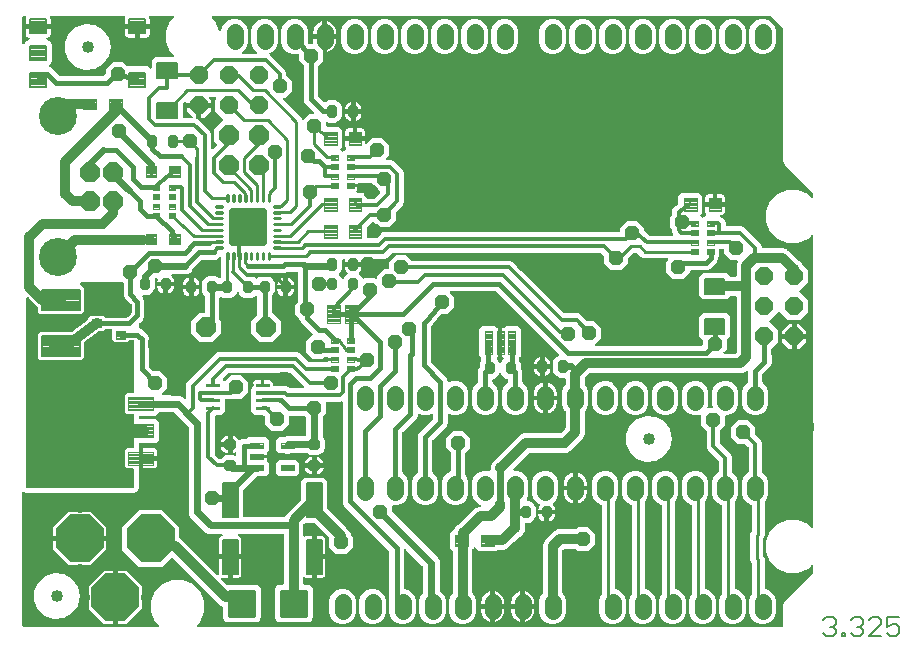
<source format=gbr>
G04 EAGLE Gerber RS-274X export*
G75*
%MOMM*%
%FSLAX34Y34*%
%LPD*%
%INTop Copper*%
%IPPOS*%
%AMOC8*
5,1,8,0,0,1.08239X$1,22.5*%
G01*
%ADD10C,0.127000*%
%ADD11C,1.422400*%
%ADD12P,1.677704X8X292.500000*%
%ADD13C,0.718719*%
%ADD14C,0.140000*%
%ADD15C,0.120000*%
%ADD16C,0.240000*%
%ADD17P,4.329560X8X202.500000*%
%ADD18P,4.329560X8X112.500000*%
%ADD19C,1.950000*%
%ADD20C,1.016000*%
%ADD21P,1.814519X8X292.500000*%
%ADD22C,3.216000*%
%ADD23C,0.121919*%
%ADD24C,0.220000*%
%ADD25C,0.190000*%
%ADD26C,0.102359*%
%ADD27C,0.224000*%
%ADD28C,0.488100*%
%ADD29P,1.677704X8X202.500000*%
%ADD30C,0.100000*%
%ADD31C,0.116838*%
%ADD32P,1.814519X8X112.500000*%
%ADD33C,0.102000*%
%ADD34C,0.210000*%
%ADD35C,0.105000*%
%ADD36C,0.099000*%
%ADD37C,0.508000*%
%ADD38C,1.016000*%
%ADD39C,0.812800*%
%ADD40C,0.304800*%
%ADD41C,0.609600*%
%ADD42C,0.406400*%
%ADD43C,0.254000*%
%ADD44C,0.279400*%
%ADD45P,1.319650X8X22.500000*%

G36*
X122835Y7879D02*
X122835Y7879D01*
X122865Y7876D01*
X122976Y7899D01*
X123088Y7915D01*
X123115Y7927D01*
X123143Y7932D01*
X123244Y7985D01*
X123347Y8031D01*
X123370Y8050D01*
X123396Y8063D01*
X123478Y8141D01*
X123564Y8214D01*
X123581Y8239D01*
X123602Y8259D01*
X123659Y8357D01*
X123722Y8451D01*
X123731Y8479D01*
X123746Y8504D01*
X123773Y8614D01*
X123808Y8722D01*
X123808Y8752D01*
X123816Y8780D01*
X123812Y8893D01*
X123815Y9006D01*
X123808Y9035D01*
X123807Y9064D01*
X123772Y9172D01*
X123743Y9281D01*
X123728Y9307D01*
X123719Y9335D01*
X123674Y9398D01*
X123598Y9526D01*
X123552Y9569D01*
X123524Y9608D01*
X120537Y12595D01*
X117095Y20904D01*
X117095Y29896D01*
X120537Y38205D01*
X126895Y44563D01*
X135204Y48005D01*
X144196Y48005D01*
X152505Y44563D01*
X158863Y38205D01*
X162305Y29896D01*
X162305Y20904D01*
X158863Y12595D01*
X155876Y9608D01*
X155858Y9584D01*
X155836Y9565D01*
X155773Y9471D01*
X155705Y9381D01*
X155694Y9353D01*
X155678Y9329D01*
X155644Y9221D01*
X155604Y9115D01*
X155601Y9086D01*
X155592Y9058D01*
X155589Y8944D01*
X155580Y8832D01*
X155586Y8803D01*
X155585Y8774D01*
X155614Y8664D01*
X155636Y8553D01*
X155649Y8527D01*
X155657Y8499D01*
X155715Y8401D01*
X155767Y8301D01*
X155787Y8279D01*
X155802Y8254D01*
X155885Y8177D01*
X155963Y8095D01*
X155988Y8080D01*
X156009Y8060D01*
X156110Y8008D01*
X156208Y7951D01*
X156236Y7944D01*
X156263Y7930D01*
X156340Y7917D01*
X156484Y7881D01*
X156546Y7883D01*
X156594Y7875D01*
X650400Y7875D01*
X650456Y7883D01*
X650500Y7880D01*
X650716Y7901D01*
X650992Y7968D01*
X650999Y7972D01*
X651005Y7973D01*
X651405Y8139D01*
X651432Y8155D01*
X651461Y8164D01*
X651525Y8210D01*
X651650Y8284D01*
X651694Y8330D01*
X651735Y8359D01*
X652041Y8665D01*
X652059Y8690D01*
X652083Y8710D01*
X652125Y8777D01*
X652212Y8893D01*
X652235Y8953D01*
X652261Y8995D01*
X652427Y9395D01*
X652498Y9670D01*
X652497Y9678D01*
X652499Y9684D01*
X652520Y9900D01*
X652518Y9957D01*
X652525Y10000D01*
X652525Y26966D01*
X653724Y29861D01*
X656082Y32219D01*
X677628Y53764D01*
X677680Y53834D01*
X677740Y53898D01*
X677766Y53948D01*
X677799Y53992D01*
X677830Y54073D01*
X677870Y54151D01*
X677878Y54199D01*
X677900Y54257D01*
X677912Y54405D01*
X677925Y54482D01*
X677925Y59306D01*
X677921Y59335D01*
X677924Y59365D01*
X677901Y59476D01*
X677885Y59588D01*
X677873Y59615D01*
X677868Y59643D01*
X677815Y59744D01*
X677769Y59847D01*
X677750Y59870D01*
X677737Y59896D01*
X677659Y59978D01*
X677586Y60064D01*
X677561Y60081D01*
X677541Y60102D01*
X677443Y60159D01*
X677349Y60222D01*
X677321Y60231D01*
X677296Y60246D01*
X677186Y60273D01*
X677078Y60308D01*
X677048Y60308D01*
X677020Y60316D01*
X676907Y60312D01*
X676794Y60315D01*
X676765Y60308D01*
X676736Y60307D01*
X676628Y60272D01*
X676519Y60243D01*
X676493Y60228D01*
X676465Y60219D01*
X676402Y60174D01*
X676274Y60098D01*
X676231Y60052D01*
X676192Y60024D01*
X673205Y57037D01*
X664896Y53595D01*
X655904Y53595D01*
X647595Y57037D01*
X641237Y63395D01*
X637795Y71704D01*
X637795Y80696D01*
X641237Y89005D01*
X647595Y95363D01*
X655904Y98805D01*
X664896Y98805D01*
X673205Y95363D01*
X676192Y92376D01*
X676216Y92358D01*
X676235Y92336D01*
X676329Y92273D01*
X676419Y92205D01*
X676447Y92194D01*
X676471Y92178D01*
X676579Y92144D01*
X676685Y92104D01*
X676714Y92101D01*
X676742Y92092D01*
X676856Y92089D01*
X676968Y92080D01*
X676997Y92086D01*
X677026Y92085D01*
X677136Y92114D01*
X677247Y92136D01*
X677273Y92149D01*
X677301Y92157D01*
X677399Y92215D01*
X677499Y92267D01*
X677521Y92287D01*
X677546Y92302D01*
X677623Y92385D01*
X677705Y92463D01*
X677720Y92488D01*
X677740Y92509D01*
X677792Y92610D01*
X677849Y92708D01*
X677856Y92736D01*
X677870Y92763D01*
X677883Y92840D01*
X677919Y92984D01*
X677917Y93046D01*
X677925Y93094D01*
X677925Y338706D01*
X677921Y338735D01*
X677924Y338765D01*
X677901Y338876D01*
X677885Y338988D01*
X677873Y339015D01*
X677868Y339043D01*
X677815Y339144D01*
X677769Y339247D01*
X677750Y339270D01*
X677737Y339296D01*
X677659Y339378D01*
X677586Y339464D01*
X677561Y339481D01*
X677541Y339502D01*
X677443Y339559D01*
X677349Y339622D01*
X677321Y339631D01*
X677296Y339646D01*
X677186Y339673D01*
X677078Y339708D01*
X677048Y339708D01*
X677020Y339716D01*
X676907Y339712D01*
X676794Y339715D01*
X676765Y339708D01*
X676736Y339707D01*
X676628Y339672D01*
X676519Y339643D01*
X676493Y339628D01*
X676465Y339619D01*
X676402Y339574D01*
X676274Y339498D01*
X676231Y339452D01*
X676192Y339424D01*
X673205Y336437D01*
X664896Y332995D01*
X655904Y332995D01*
X647595Y336437D01*
X641237Y342795D01*
X637795Y351104D01*
X637795Y360096D01*
X641237Y368405D01*
X647595Y374763D01*
X655904Y378205D01*
X664896Y378205D01*
X673205Y374763D01*
X676192Y371776D01*
X676216Y371758D01*
X676235Y371736D01*
X676329Y371673D01*
X676419Y371605D01*
X676447Y371594D01*
X676471Y371578D01*
X676579Y371544D01*
X676685Y371504D01*
X676714Y371501D01*
X676742Y371492D01*
X676856Y371489D01*
X676968Y371480D01*
X676997Y371486D01*
X677026Y371485D01*
X677136Y371514D01*
X677247Y371536D01*
X677273Y371549D01*
X677301Y371557D01*
X677399Y371615D01*
X677499Y371667D01*
X677521Y371687D01*
X677546Y371702D01*
X677623Y371785D01*
X677705Y371863D01*
X677720Y371888D01*
X677740Y371909D01*
X677792Y372010D01*
X677849Y372108D01*
X677856Y372136D01*
X677870Y372163D01*
X677883Y372240D01*
X677919Y372384D01*
X677917Y372446D01*
X677925Y372494D01*
X677925Y374778D01*
X677913Y374864D01*
X677910Y374952D01*
X677893Y375004D01*
X677885Y375059D01*
X677850Y375139D01*
X677823Y375222D01*
X677795Y375261D01*
X677769Y375319D01*
X677673Y375432D01*
X677628Y375496D01*
X656082Y397041D01*
X653724Y399399D01*
X652525Y402294D01*
X652525Y514478D01*
X652513Y514564D01*
X652510Y514652D01*
X652493Y514704D01*
X652485Y514759D01*
X652450Y514839D01*
X652449Y514840D01*
X652440Y514876D01*
X652435Y514884D01*
X652423Y514922D01*
X652395Y514961D01*
X652369Y515019D01*
X652322Y515074D01*
X652295Y515120D01*
X652255Y515158D01*
X652228Y515196D01*
X642196Y525228D01*
X642126Y525280D01*
X642062Y525340D01*
X642012Y525366D01*
X641968Y525399D01*
X641887Y525430D01*
X641809Y525470D01*
X641761Y525478D01*
X641703Y525500D01*
X641555Y525512D01*
X641478Y525525D01*
X169294Y525525D01*
X169265Y525521D01*
X169235Y525524D01*
X169124Y525501D01*
X169012Y525485D01*
X168985Y525473D01*
X168957Y525468D01*
X168856Y525415D01*
X168753Y525369D01*
X168730Y525350D01*
X168704Y525337D01*
X168622Y525259D01*
X168536Y525186D01*
X168519Y525161D01*
X168498Y525141D01*
X168441Y525043D01*
X168378Y524949D01*
X168369Y524921D01*
X168354Y524896D01*
X168327Y524786D01*
X168292Y524678D01*
X168292Y524648D01*
X168284Y524620D01*
X168288Y524507D01*
X168285Y524394D01*
X168292Y524365D01*
X168293Y524336D01*
X168328Y524228D01*
X168357Y524119D01*
X168372Y524093D01*
X168381Y524065D01*
X168426Y524002D01*
X168502Y523874D01*
X168548Y523831D01*
X168576Y523792D01*
X171563Y520805D01*
X174830Y512918D01*
X174874Y512844D01*
X174909Y512766D01*
X174946Y512722D01*
X174975Y512673D01*
X175037Y512614D01*
X175093Y512549D01*
X175140Y512517D01*
X175181Y512478D01*
X175258Y512439D01*
X175329Y512391D01*
X175383Y512374D01*
X175434Y512348D01*
X175518Y512331D01*
X175600Y512305D01*
X175657Y512304D01*
X175713Y512293D01*
X175798Y512300D01*
X175884Y512298D01*
X175939Y512312D01*
X175996Y512317D01*
X176076Y512348D01*
X176159Y512370D01*
X176208Y512399D01*
X176261Y512419D01*
X176330Y512471D01*
X176404Y512515D01*
X176443Y512557D01*
X176488Y512591D01*
X176539Y512660D01*
X176598Y512722D01*
X176624Y512773D01*
X176658Y512819D01*
X176689Y512899D01*
X176728Y512976D01*
X176736Y513024D01*
X176759Y513085D01*
X176770Y513229D01*
X176783Y513307D01*
X176783Y513779D01*
X178485Y517887D01*
X181629Y521031D01*
X185737Y522733D01*
X190183Y522733D01*
X194291Y521031D01*
X197435Y517887D01*
X199137Y513779D01*
X199137Y502221D01*
X197435Y498113D01*
X194324Y495002D01*
X194306Y494978D01*
X194284Y494959D01*
X194221Y494865D01*
X194153Y494775D01*
X194143Y494747D01*
X194127Y494723D01*
X194092Y494615D01*
X194052Y494509D01*
X194050Y494480D01*
X194041Y494452D01*
X194038Y494338D01*
X194028Y494226D01*
X194034Y494197D01*
X194033Y494168D01*
X194062Y494058D01*
X194084Y493947D01*
X194098Y493921D01*
X194105Y493893D01*
X194163Y493795D01*
X194215Y493695D01*
X194236Y493673D01*
X194251Y493648D01*
X194333Y493571D01*
X194411Y493489D01*
X194436Y493474D01*
X194458Y493454D01*
X194559Y493402D01*
X194656Y493345D01*
X194685Y493338D01*
X194711Y493324D01*
X194788Y493311D01*
X194932Y493275D01*
X194994Y493277D01*
X195042Y493269D01*
X206278Y493269D01*
X206307Y493273D01*
X206336Y493270D01*
X206447Y493293D01*
X206559Y493309D01*
X206586Y493321D01*
X206615Y493326D01*
X206716Y493379D01*
X206819Y493425D01*
X206841Y493444D01*
X206867Y493457D01*
X206949Y493535D01*
X207036Y493608D01*
X207052Y493633D01*
X207073Y493653D01*
X207131Y493751D01*
X207193Y493845D01*
X207202Y493873D01*
X207217Y493898D01*
X207245Y494008D01*
X207279Y494116D01*
X207280Y494146D01*
X207287Y494174D01*
X207284Y494287D01*
X207287Y494400D01*
X207279Y494429D01*
X207278Y494458D01*
X207243Y494566D01*
X207215Y494675D01*
X207200Y494701D01*
X207191Y494729D01*
X207145Y494792D01*
X207069Y494920D01*
X207024Y494963D01*
X206996Y495002D01*
X203885Y498113D01*
X202183Y502221D01*
X202183Y513779D01*
X203885Y517887D01*
X207029Y521031D01*
X211137Y522733D01*
X215583Y522733D01*
X219691Y521031D01*
X222835Y517887D01*
X224537Y513779D01*
X224537Y502221D01*
X222835Y498113D01*
X219691Y494969D01*
X217929Y494239D01*
X217903Y494224D01*
X217875Y494215D01*
X217781Y494152D01*
X217684Y494094D01*
X217664Y494073D01*
X217639Y494057D01*
X217566Y493970D01*
X217489Y493888D01*
X217475Y493862D01*
X217456Y493839D01*
X217410Y493736D01*
X217358Y493635D01*
X217353Y493606D01*
X217341Y493579D01*
X217325Y493467D01*
X217303Y493356D01*
X217306Y493327D01*
X217302Y493298D01*
X217318Y493185D01*
X217328Y493073D01*
X217338Y493045D01*
X217343Y493016D01*
X217389Y492913D01*
X217430Y492807D01*
X217448Y492784D01*
X217460Y492757D01*
X217533Y492671D01*
X217601Y492581D01*
X217625Y492563D01*
X217644Y492541D01*
X217710Y492499D01*
X217726Y492488D01*
X230798Y479416D01*
X231649Y477362D01*
X231649Y475291D01*
X231661Y475205D01*
X231664Y475117D01*
X231681Y475065D01*
X231689Y475010D01*
X231724Y474930D01*
X231751Y474847D01*
X231779Y474807D01*
X231805Y474750D01*
X231901Y474637D01*
X231946Y474573D01*
X236221Y470299D01*
X236221Y461881D01*
X230269Y455929D01*
X229706Y455929D01*
X229677Y455925D01*
X229648Y455928D01*
X229537Y455905D01*
X229425Y455889D01*
X229398Y455877D01*
X229369Y455872D01*
X229269Y455820D01*
X229165Y455773D01*
X229143Y455754D01*
X229117Y455741D01*
X229035Y455663D01*
X228948Y455590D01*
X228932Y455565D01*
X228911Y455545D01*
X228854Y455447D01*
X228791Y455353D01*
X228782Y455325D01*
X228767Y455300D01*
X228739Y455190D01*
X228705Y455082D01*
X228704Y455052D01*
X228697Y455024D01*
X228701Y454911D01*
X228698Y454798D01*
X228705Y454769D01*
X228706Y454740D01*
X228741Y454632D01*
X228769Y454523D01*
X228784Y454497D01*
X228793Y454469D01*
X228839Y454406D01*
X228915Y454278D01*
X228960Y454235D01*
X228988Y454196D01*
X242909Y440275D01*
X244553Y438632D01*
X244902Y437787D01*
X244961Y437688D01*
X245014Y437586D01*
X245033Y437566D01*
X245047Y437542D01*
X245131Y437463D01*
X245210Y437380D01*
X245234Y437366D01*
X245254Y437347D01*
X245356Y437295D01*
X245455Y437236D01*
X245482Y437230D01*
X245506Y437217D01*
X245619Y437195D01*
X245730Y437166D01*
X245758Y437167D01*
X245785Y437162D01*
X245900Y437172D01*
X246014Y437175D01*
X246041Y437184D01*
X246069Y437186D01*
X246176Y437228D01*
X246285Y437263D01*
X246305Y437277D01*
X246334Y437288D01*
X246546Y437449D01*
X246558Y437458D01*
X251061Y441961D01*
X254356Y441961D01*
X254385Y441965D01*
X254414Y441962D01*
X254525Y441985D01*
X254638Y442001D01*
X254664Y442013D01*
X254693Y442018D01*
X254794Y442070D01*
X254897Y442117D01*
X254920Y442136D01*
X254945Y442149D01*
X255028Y442227D01*
X255114Y442300D01*
X255130Y442325D01*
X255152Y442345D01*
X255209Y442443D01*
X255272Y442537D01*
X255281Y442565D01*
X255295Y442590D01*
X255323Y442700D01*
X255357Y442808D01*
X255358Y442838D01*
X255365Y442866D01*
X255362Y442979D01*
X255365Y443092D01*
X255357Y443121D01*
X255356Y443150D01*
X255322Y443258D01*
X255293Y443367D01*
X255278Y443393D01*
X255269Y443421D01*
X255223Y443484D01*
X255148Y443612D01*
X255102Y443655D01*
X255074Y443694D01*
X247561Y451206D01*
X246633Y453447D01*
X246633Y482797D01*
X246621Y482883D01*
X246618Y482971D01*
X246601Y483023D01*
X246593Y483078D01*
X246558Y483158D01*
X246531Y483241D01*
X246503Y483281D01*
X246477Y483338D01*
X246381Y483451D01*
X246336Y483515D01*
X242569Y487281D01*
X242569Y492405D01*
X242553Y492519D01*
X242543Y492633D01*
X242533Y492659D01*
X242529Y492686D01*
X242483Y492791D01*
X242441Y492898D01*
X242424Y492920D01*
X242413Y492946D01*
X242339Y493033D01*
X242270Y493125D01*
X242247Y493142D01*
X242230Y493163D01*
X242134Y493227D01*
X242042Y493295D01*
X242016Y493305D01*
X241993Y493320D01*
X241883Y493355D01*
X241776Y493396D01*
X241748Y493398D01*
X241722Y493406D01*
X241607Y493409D01*
X241493Y493418D01*
X241468Y493413D01*
X241438Y493413D01*
X241180Y493346D01*
X241165Y493343D01*
X240983Y493267D01*
X236537Y493267D01*
X232429Y494969D01*
X229285Y498113D01*
X227583Y502221D01*
X227583Y513779D01*
X229285Y517887D01*
X232429Y521031D01*
X236537Y522733D01*
X240983Y522733D01*
X245091Y521031D01*
X248235Y517887D01*
X249937Y513779D01*
X249937Y503326D01*
X249949Y503239D01*
X249952Y503152D01*
X249969Y503099D01*
X249977Y503044D01*
X250012Y502965D01*
X250022Y502935D01*
X250024Y502925D01*
X250026Y502923D01*
X250039Y502881D01*
X250067Y502842D01*
X250093Y502785D01*
X250143Y502726D01*
X250170Y502681D01*
X250207Y502646D01*
X250234Y502608D01*
X250894Y501948D01*
X250964Y501896D01*
X251028Y501836D01*
X251077Y501810D01*
X251121Y501777D01*
X251203Y501746D01*
X251281Y501706D01*
X251328Y501698D01*
X251387Y501676D01*
X251535Y501664D01*
X251612Y501651D01*
X253641Y501651D01*
X253776Y501670D01*
X253913Y501688D01*
X253918Y501690D01*
X253922Y501691D01*
X254048Y501747D01*
X254174Y501802D01*
X254177Y501805D01*
X254182Y501807D01*
X254287Y501896D01*
X254392Y501984D01*
X254395Y501988D01*
X254399Y501990D01*
X254475Y502105D01*
X254552Y502219D01*
X254554Y502223D01*
X254556Y502227D01*
X254597Y502357D01*
X254640Y502489D01*
X254640Y502493D01*
X254642Y502498D01*
X254649Y502782D01*
X254643Y502805D01*
X254643Y502825D01*
X254507Y503684D01*
X254507Y505969D01*
X262129Y505969D01*
X262129Y496881D01*
X262141Y496795D01*
X262144Y496707D01*
X262161Y496654D01*
X262169Y496600D01*
X262204Y496520D01*
X262231Y496437D01*
X262259Y496397D01*
X262285Y496340D01*
X262381Y496227D01*
X262426Y496163D01*
X262891Y495699D01*
X262891Y487281D01*
X259124Y483515D01*
X259072Y483445D01*
X259012Y483381D01*
X258986Y483332D01*
X258953Y483288D01*
X258922Y483206D01*
X258882Y483128D01*
X258874Y483080D01*
X258852Y483022D01*
X258840Y482874D01*
X258827Y482797D01*
X258827Y457606D01*
X258834Y457552D01*
X258833Y457514D01*
X258840Y457489D01*
X258842Y457432D01*
X258859Y457379D01*
X258867Y457324D01*
X258902Y457245D01*
X258929Y457161D01*
X258957Y457122D01*
X258983Y457065D01*
X259079Y456952D01*
X259124Y456888D01*
X263476Y452537D01*
X263522Y452502D01*
X263563Y452459D01*
X263635Y452416D01*
X263703Y452366D01*
X263757Y452345D01*
X263808Y452315D01*
X263890Y452295D01*
X263968Y452264D01*
X264027Y452260D01*
X264083Y452245D01*
X264168Y452248D01*
X264252Y452241D01*
X264309Y452252D01*
X264367Y452254D01*
X264448Y452280D01*
X264530Y452297D01*
X264582Y452324D01*
X264638Y452342D01*
X264694Y452382D01*
X264783Y452428D01*
X264855Y452496D01*
X264911Y452537D01*
X265273Y452899D01*
X268088Y454065D01*
X272932Y454065D01*
X275747Y452899D01*
X277901Y450745D01*
X279067Y447930D01*
X279067Y441070D01*
X277901Y438255D01*
X275747Y436101D01*
X272932Y434935D01*
X268088Y434935D01*
X266835Y435455D01*
X266723Y435483D01*
X266614Y435518D01*
X266586Y435519D01*
X266559Y435526D01*
X266445Y435522D01*
X266330Y435525D01*
X266303Y435518D01*
X266275Y435517D01*
X266166Y435482D01*
X266055Y435453D01*
X266031Y435439D01*
X266004Y435431D01*
X265909Y435367D01*
X265810Y435308D01*
X265791Y435288D01*
X265768Y435272D01*
X265694Y435185D01*
X265616Y435101D01*
X265603Y435076D01*
X265585Y435055D01*
X265539Y434950D01*
X265486Y434848D01*
X265482Y434823D01*
X265470Y434795D01*
X265433Y434531D01*
X265431Y434517D01*
X265431Y432720D01*
X265439Y432662D01*
X265437Y432604D01*
X265459Y432522D01*
X265471Y432438D01*
X265494Y432385D01*
X265509Y432329D01*
X265552Y432256D01*
X265587Y432179D01*
X265625Y432134D01*
X265654Y432084D01*
X265716Y432026D01*
X265770Y431962D01*
X265819Y431930D01*
X265862Y431890D01*
X265937Y431851D01*
X266007Y431804D01*
X266063Y431787D01*
X266115Y431760D01*
X266183Y431749D01*
X266278Y431719D01*
X266378Y431716D01*
X266446Y431705D01*
X276232Y431705D01*
X278965Y428972D01*
X278965Y414308D01*
X277824Y413167D01*
X277789Y413120D01*
X277747Y413080D01*
X277704Y413007D01*
X277653Y412940D01*
X277632Y412885D01*
X277603Y412835D01*
X277582Y412753D01*
X277552Y412674D01*
X277547Y412616D01*
X277533Y412559D01*
X277535Y412475D01*
X277528Y412391D01*
X277540Y412334D01*
X277542Y412275D01*
X277568Y412195D01*
X277584Y412112D01*
X277611Y412060D01*
X277629Y412005D01*
X277669Y411949D01*
X277715Y411860D01*
X277784Y411788D01*
X277824Y411731D01*
X278682Y410873D01*
X278729Y410838D01*
X278769Y410796D01*
X278842Y410753D01*
X278909Y410703D01*
X278964Y410682D01*
X279014Y410652D01*
X279096Y410631D01*
X279175Y410601D01*
X279233Y410596D01*
X279290Y410582D01*
X279374Y410585D01*
X279458Y410578D01*
X279516Y410589D01*
X279574Y410591D01*
X279654Y410617D01*
X279737Y410634D01*
X279789Y410661D01*
X279845Y410679D01*
X279901Y410719D01*
X279989Y410765D01*
X280062Y410833D01*
X280118Y410873D01*
X281509Y412265D01*
X281583Y412265D01*
X281612Y412269D01*
X281641Y412266D01*
X281752Y412289D01*
X281864Y412305D01*
X281891Y412317D01*
X281920Y412322D01*
X282020Y412374D01*
X282124Y412421D01*
X282146Y412440D01*
X282172Y412453D01*
X282254Y412531D01*
X282341Y412604D01*
X282357Y412629D01*
X282378Y412649D01*
X282435Y412747D01*
X282498Y412841D01*
X282507Y412869D01*
X282522Y412894D01*
X282550Y413004D01*
X282584Y413112D01*
X282585Y413141D01*
X282592Y413170D01*
X282588Y413283D01*
X282591Y413396D01*
X282584Y413425D01*
X282583Y413454D01*
X282548Y413562D01*
X282519Y413671D01*
X282504Y413697D01*
X282495Y413725D01*
X282450Y413789D01*
X282374Y413916D01*
X282328Y413959D01*
X282300Y413998D01*
X281987Y414312D01*
X281573Y415028D01*
X281359Y415826D01*
X281359Y419609D01*
X288884Y419609D01*
X288942Y419617D01*
X289000Y419615D01*
X289082Y419637D01*
X289165Y419649D01*
X289219Y419673D01*
X289275Y419687D01*
X289348Y419730D01*
X289425Y419765D01*
X289469Y419803D01*
X289520Y419833D01*
X289577Y419894D01*
X289642Y419949D01*
X289674Y419997D01*
X289714Y420040D01*
X289753Y420115D01*
X289799Y420185D01*
X289817Y420241D01*
X289844Y420293D01*
X289855Y420361D01*
X289885Y420456D01*
X289888Y420556D01*
X289899Y420624D01*
X289899Y421641D01*
X289901Y421641D01*
X289901Y420624D01*
X289909Y420566D01*
X289908Y420508D01*
X289929Y420426D01*
X289941Y420343D01*
X289965Y420289D01*
X289979Y420233D01*
X290022Y420160D01*
X290057Y420083D01*
X290095Y420038D01*
X290125Y419988D01*
X290186Y419930D01*
X290241Y419866D01*
X290289Y419834D01*
X290332Y419794D01*
X290407Y419755D01*
X290477Y419709D01*
X290533Y419691D01*
X290585Y419664D01*
X290653Y419653D01*
X290748Y419623D01*
X290848Y419620D01*
X290916Y419609D01*
X298441Y419609D01*
X298441Y418131D01*
X298445Y418102D01*
X298442Y418073D01*
X298465Y417962D01*
X298481Y417850D01*
X298493Y417823D01*
X298498Y417794D01*
X298550Y417694D01*
X298597Y417590D01*
X298616Y417568D01*
X298629Y417542D01*
X298707Y417460D01*
X298780Y417373D01*
X298805Y417357D01*
X298825Y417336D01*
X298923Y417279D01*
X299017Y417216D01*
X299045Y417207D01*
X299070Y417192D01*
X299180Y417164D01*
X299288Y417130D01*
X299318Y417129D01*
X299346Y417122D01*
X299459Y417126D01*
X299572Y417123D01*
X299601Y417130D01*
X299630Y417131D01*
X299738Y417166D01*
X299847Y417194D01*
X299873Y417209D01*
X299901Y417218D01*
X299964Y417264D01*
X300092Y417340D01*
X300135Y417385D01*
X300174Y417413D01*
X304401Y421641D01*
X312819Y421641D01*
X318771Y415689D01*
X318771Y407271D01*
X316521Y405022D01*
X316504Y404998D01*
X316481Y404979D01*
X316418Y404885D01*
X316350Y404795D01*
X316340Y404767D01*
X316324Y404743D01*
X316289Y404635D01*
X316249Y404529D01*
X316247Y404500D01*
X316238Y404472D01*
X316235Y404358D01*
X316226Y404246D01*
X316231Y404217D01*
X316231Y404188D01*
X316259Y404078D01*
X316281Y403967D01*
X316295Y403941D01*
X316302Y403913D01*
X316360Y403815D01*
X316412Y403715D01*
X316433Y403693D01*
X316448Y403668D01*
X316530Y403591D01*
X316608Y403509D01*
X316634Y403494D01*
X316655Y403474D01*
X316756Y403422D01*
X316854Y403365D01*
X316882Y403358D01*
X316908Y403344D01*
X316985Y403331D01*
X317129Y403295D01*
X317192Y403297D01*
X317239Y403289D01*
X320454Y403289D01*
X322508Y402438D01*
X330112Y394834D01*
X330963Y392780D01*
X330963Y368704D01*
X330966Y368678D01*
X330964Y368658D01*
X331009Y367671D01*
X330965Y367463D01*
X330966Y367450D01*
X330595Y366554D01*
X330588Y366529D01*
X330578Y366511D01*
X330242Y365582D01*
X330122Y365407D01*
X330118Y365394D01*
X329432Y364708D01*
X329417Y364688D01*
X329400Y364675D01*
X325132Y360001D01*
X325096Y359947D01*
X325052Y359900D01*
X325016Y359831D01*
X324972Y359766D01*
X324952Y359705D01*
X324922Y359647D01*
X324911Y359583D01*
X324883Y359496D01*
X324879Y359388D01*
X324867Y359316D01*
X324867Y352661D01*
X318915Y346709D01*
X310497Y346709D01*
X306223Y350984D01*
X306153Y351036D01*
X306089Y351096D01*
X306040Y351122D01*
X305995Y351155D01*
X305914Y351186D01*
X305836Y351226D01*
X305788Y351234D01*
X305730Y351256D01*
X305582Y351268D01*
X305505Y351281D01*
X304995Y351281D01*
X304909Y351269D01*
X304821Y351266D01*
X304769Y351249D01*
X304714Y351241D01*
X304634Y351206D01*
X304551Y351179D01*
X304512Y351151D01*
X304455Y351125D01*
X304341Y351029D01*
X304278Y350984D01*
X300262Y346968D01*
X300210Y346899D01*
X300150Y346835D01*
X300124Y346785D01*
X300091Y346741D01*
X300060Y346660D01*
X300020Y346582D01*
X300012Y346534D01*
X299990Y346476D01*
X299978Y346328D01*
X299965Y346251D01*
X299965Y338074D01*
X299973Y338016D01*
X299971Y337958D01*
X299993Y337876D01*
X300005Y337792D01*
X300028Y337739D01*
X300043Y337683D01*
X300086Y337610D01*
X300121Y337533D01*
X300159Y337488D01*
X300188Y337438D01*
X300250Y337380D01*
X300304Y337316D01*
X300353Y337284D01*
X300396Y337244D01*
X300471Y337205D01*
X300541Y337158D01*
X300597Y337141D01*
X300649Y337114D01*
X300717Y337103D01*
X300812Y337073D01*
X300912Y337070D01*
X300980Y337059D01*
X307145Y337059D01*
X307231Y337071D01*
X307319Y337074D01*
X307371Y337091D01*
X307426Y337099D01*
X307506Y337134D01*
X307589Y337161D01*
X307628Y337189D01*
X307685Y337215D01*
X307799Y337311D01*
X307862Y337356D01*
X311794Y341288D01*
X313848Y342139D01*
X513334Y342139D01*
X513392Y342147D01*
X513450Y342145D01*
X513532Y342167D01*
X513616Y342179D01*
X513669Y342202D01*
X513725Y342217D01*
X513798Y342260D01*
X513875Y342295D01*
X513920Y342333D01*
X513970Y342362D01*
X514028Y342424D01*
X514092Y342478D01*
X514124Y342527D01*
X514164Y342570D01*
X514203Y342645D01*
X514250Y342715D01*
X514267Y342771D01*
X514294Y342823D01*
X514305Y342891D01*
X514335Y342986D01*
X514338Y343086D01*
X514349Y343154D01*
X514349Y345839D01*
X520301Y351791D01*
X528719Y351791D01*
X534671Y345839D01*
X534671Y343678D01*
X534688Y343554D01*
X534702Y343430D01*
X534708Y343414D01*
X534711Y343397D01*
X534762Y343282D01*
X534809Y343167D01*
X534819Y343155D01*
X534827Y343137D01*
X535010Y342920D01*
X535019Y342915D01*
X535024Y342909D01*
X538807Y339654D01*
X538849Y339628D01*
X538885Y339594D01*
X538968Y339551D01*
X539047Y339501D01*
X539094Y339487D01*
X539138Y339464D01*
X539211Y339452D01*
X539319Y339420D01*
X539407Y339419D01*
X539469Y339409D01*
X558287Y339409D01*
X558317Y339413D01*
X558348Y339411D01*
X558458Y339433D01*
X558502Y339439D01*
X558510Y339440D01*
X558511Y339440D01*
X558568Y339449D01*
X558596Y339461D01*
X558627Y339467D01*
X558726Y339519D01*
X558828Y339565D01*
X558851Y339585D01*
X558878Y339599D01*
X558959Y339676D01*
X559045Y339748D01*
X559062Y339774D01*
X559084Y339795D01*
X559140Y339892D01*
X559202Y339985D01*
X559211Y340015D01*
X559227Y340041D01*
X559254Y340149D01*
X559288Y340256D01*
X559289Y340287D01*
X559296Y340317D01*
X559292Y340429D01*
X559293Y340473D01*
X559295Y340491D01*
X559294Y340494D01*
X559295Y340540D01*
X559287Y340570D01*
X559286Y340601D01*
X559252Y340707D01*
X559223Y340815D01*
X559213Y340832D01*
X559201Y340862D01*
X559198Y340871D01*
X559196Y340874D01*
X558291Y343058D01*
X558291Y343859D01*
X558279Y343945D01*
X558276Y344033D01*
X558259Y344085D01*
X558251Y344140D01*
X558216Y344220D01*
X558189Y344303D01*
X558161Y344343D01*
X558135Y344400D01*
X558039Y344513D01*
X557994Y344577D01*
X556259Y346311D01*
X556259Y354729D01*
X557994Y356463D01*
X558046Y356533D01*
X558106Y356597D01*
X558132Y356646D01*
X558165Y356691D01*
X558196Y356772D01*
X558236Y356850D01*
X558244Y356898D01*
X558266Y356956D01*
X558278Y357104D01*
X558291Y357181D01*
X558291Y358810D01*
X558276Y358920D01*
X558275Y358993D01*
X558182Y359496D01*
X558269Y359898D01*
X558275Y359993D01*
X558277Y359999D01*
X558278Y360031D01*
X558278Y360033D01*
X558291Y360111D01*
X558291Y360522D01*
X558487Y360994D01*
X558515Y361101D01*
X558542Y361170D01*
X558649Y361670D01*
X558882Y362008D01*
X558943Y362130D01*
X558985Y362196D01*
X559142Y362576D01*
X559504Y362937D01*
X559570Y363026D01*
X559621Y363079D01*
X559912Y363499D01*
X560257Y363723D01*
X560360Y363812D01*
X560424Y363857D01*
X560714Y364148D01*
X561187Y364344D01*
X561282Y364400D01*
X561349Y364429D01*
X563171Y365607D01*
X563211Y365641D01*
X563256Y365668D01*
X563318Y365734D01*
X563386Y365793D01*
X563415Y365837D01*
X563450Y365875D01*
X563492Y365956D01*
X563541Y366032D01*
X563556Y366082D01*
X563580Y366129D01*
X563592Y366200D01*
X563623Y366304D01*
X563624Y366395D01*
X563635Y366460D01*
X563635Y373092D01*
X566368Y375825D01*
X581032Y375825D01*
X583765Y373092D01*
X583765Y358428D01*
X582624Y357287D01*
X582589Y357240D01*
X582547Y357200D01*
X582504Y357127D01*
X582453Y357060D01*
X582432Y357005D01*
X582403Y356955D01*
X582382Y356873D01*
X582352Y356794D01*
X582347Y356736D01*
X582333Y356679D01*
X582335Y356595D01*
X582328Y356511D01*
X582340Y356454D01*
X582342Y356395D01*
X582368Y356315D01*
X582384Y356232D01*
X582411Y356180D01*
X582429Y356125D01*
X582469Y356069D01*
X582515Y355980D01*
X582584Y355908D01*
X582624Y355851D01*
X583482Y354993D01*
X583529Y354958D01*
X583569Y354916D01*
X583642Y354873D01*
X583709Y354823D01*
X583764Y354802D01*
X583814Y354772D01*
X583896Y354751D01*
X583975Y354721D01*
X584033Y354716D01*
X584090Y354702D01*
X584174Y354705D01*
X584258Y354698D01*
X584316Y354709D01*
X584374Y354711D01*
X584454Y354737D01*
X584537Y354754D01*
X584589Y354781D01*
X584645Y354799D01*
X584701Y354839D01*
X584789Y354885D01*
X584862Y354953D01*
X584918Y354993D01*
X586309Y356385D01*
X586383Y356385D01*
X586412Y356389D01*
X586441Y356386D01*
X586552Y356409D01*
X586664Y356425D01*
X586691Y356437D01*
X586720Y356442D01*
X586820Y356494D01*
X586924Y356541D01*
X586946Y356560D01*
X586972Y356573D01*
X587054Y356651D01*
X587141Y356724D01*
X587157Y356749D01*
X587178Y356769D01*
X587235Y356867D01*
X587298Y356961D01*
X587307Y356989D01*
X587322Y357014D01*
X587350Y357124D01*
X587384Y357232D01*
X587385Y357261D01*
X587392Y357290D01*
X587388Y357403D01*
X587391Y357516D01*
X587384Y357545D01*
X587383Y357574D01*
X587348Y357682D01*
X587319Y357791D01*
X587304Y357817D01*
X587295Y357845D01*
X587250Y357909D01*
X587174Y358036D01*
X587128Y358079D01*
X587100Y358118D01*
X586787Y358432D01*
X586373Y359148D01*
X586159Y359946D01*
X586159Y363729D01*
X593684Y363729D01*
X593742Y363737D01*
X593800Y363735D01*
X593882Y363757D01*
X593965Y363769D01*
X594019Y363793D01*
X594075Y363807D01*
X594148Y363850D01*
X594225Y363885D01*
X594269Y363923D01*
X594320Y363953D01*
X594377Y364014D01*
X594442Y364069D01*
X594474Y364117D01*
X594514Y364160D01*
X594553Y364235D01*
X594599Y364305D01*
X594617Y364361D01*
X594644Y364413D01*
X594655Y364481D01*
X594685Y364576D01*
X594688Y364676D01*
X594699Y364744D01*
X594699Y365761D01*
X594701Y365761D01*
X594701Y364744D01*
X594709Y364686D01*
X594708Y364628D01*
X594729Y364546D01*
X594741Y364463D01*
X594765Y364409D01*
X594779Y364353D01*
X594822Y364280D01*
X594857Y364203D01*
X594895Y364158D01*
X594925Y364108D01*
X594986Y364050D01*
X595041Y363986D01*
X595089Y363954D01*
X595132Y363914D01*
X595207Y363875D01*
X595277Y363829D01*
X595333Y363811D01*
X595385Y363784D01*
X595453Y363773D01*
X595548Y363743D01*
X595648Y363740D01*
X595716Y363729D01*
X603241Y363729D01*
X603241Y359946D01*
X603027Y359148D01*
X602613Y358431D01*
X602029Y357847D01*
X601312Y357433D01*
X600514Y357219D01*
X599445Y357219D01*
X599360Y357207D01*
X599274Y357205D01*
X599219Y357187D01*
X599163Y357179D01*
X599085Y357144D01*
X599003Y357118D01*
X598956Y357086D01*
X598904Y357063D01*
X598838Y357008D01*
X598767Y356960D01*
X598730Y356916D01*
X598687Y356880D01*
X598639Y356808D01*
X598584Y356742D01*
X598561Y356690D01*
X598529Y356643D01*
X598503Y356561D01*
X598468Y356482D01*
X598461Y356426D01*
X598443Y356372D01*
X598441Y356286D01*
X598429Y356201D01*
X598438Y356145D01*
X598436Y356088D01*
X598458Y356005D01*
X598470Y355920D01*
X598493Y355868D01*
X598508Y355813D01*
X598552Y355739D01*
X598587Y355660D01*
X598624Y355617D01*
X598653Y355568D01*
X598716Y355509D01*
X598771Y355444D01*
X598813Y355418D01*
X598860Y355374D01*
X598990Y355308D01*
X599056Y355266D01*
X600766Y354558D01*
X602908Y352416D01*
X603759Y350362D01*
X603759Y348424D01*
X603767Y348366D01*
X603765Y348308D01*
X603787Y348226D01*
X603799Y348142D01*
X603822Y348089D01*
X603837Y348033D01*
X603880Y347960D01*
X603915Y347883D01*
X603953Y347838D01*
X603982Y347788D01*
X604044Y347730D01*
X604098Y347666D01*
X604147Y347634D01*
X604190Y347594D01*
X604265Y347555D01*
X604335Y347508D01*
X604391Y347491D01*
X604443Y347464D01*
X604511Y347453D01*
X604606Y347423D01*
X604706Y347420D01*
X604774Y347409D01*
X616872Y347409D01*
X618926Y346558D01*
X633388Y332096D01*
X634239Y330042D01*
X634239Y329692D01*
X634247Y329637D01*
X634245Y329593D01*
X634246Y329591D01*
X634245Y329576D01*
X634267Y329494D01*
X634279Y329410D01*
X634302Y329357D01*
X634317Y329301D01*
X634360Y329228D01*
X634395Y329151D01*
X634433Y329106D01*
X634462Y329056D01*
X634524Y328998D01*
X634578Y328934D01*
X634627Y328902D01*
X634670Y328862D01*
X634745Y328823D01*
X634815Y328776D01*
X634871Y328759D01*
X634923Y328732D01*
X634991Y328721D01*
X635086Y328691D01*
X635186Y328688D01*
X635254Y328677D01*
X650713Y328677D01*
X650748Y328682D01*
X650777Y328679D01*
X652102Y328763D01*
X652194Y328731D01*
X652473Y328678D01*
X652500Y328680D01*
X652522Y328677D01*
X652619Y328677D01*
X653846Y328169D01*
X653880Y328160D01*
X653906Y328146D01*
X655162Y327716D01*
X655235Y327652D01*
X655472Y327496D01*
X655498Y327488D01*
X655517Y327476D01*
X655607Y327439D01*
X656546Y326500D01*
X656574Y326479D01*
X656592Y326456D01*
X665903Y318254D01*
X666140Y318098D01*
X666166Y318090D01*
X666185Y318078D01*
X666275Y318041D01*
X667214Y317102D01*
X667242Y317081D01*
X667260Y317058D01*
X668257Y316181D01*
X668299Y316094D01*
X668459Y315859D01*
X668480Y315841D01*
X668493Y315823D01*
X668561Y315755D01*
X669069Y314528D01*
X669087Y314497D01*
X669096Y314469D01*
X669393Y313862D01*
X669553Y313627D01*
X669574Y313610D01*
X669587Y313592D01*
X673485Y309694D01*
X673485Y299906D01*
X666396Y292818D01*
X666361Y292771D01*
X666319Y292731D01*
X666276Y292658D01*
X666226Y292591D01*
X666205Y292536D01*
X666175Y292486D01*
X666154Y292404D01*
X666124Y292325D01*
X666119Y292267D01*
X666105Y292210D01*
X666108Y292126D01*
X666101Y292042D01*
X666112Y291984D01*
X666114Y291926D01*
X666140Y291846D01*
X666157Y291763D01*
X666184Y291711D01*
X666202Y291655D01*
X666242Y291599D01*
X666288Y291511D01*
X666356Y291438D01*
X666396Y291382D01*
X673485Y284294D01*
X673485Y274506D01*
X666564Y267585D01*
X656776Y267585D01*
X649688Y274674D01*
X649641Y274709D01*
X649601Y274751D01*
X649528Y274794D01*
X649461Y274844D01*
X649406Y274865D01*
X649356Y274895D01*
X649274Y274916D01*
X649195Y274946D01*
X649137Y274951D01*
X649080Y274965D01*
X648996Y274962D01*
X648912Y274969D01*
X648854Y274958D01*
X648796Y274956D01*
X648716Y274930D01*
X648633Y274913D01*
X648581Y274886D01*
X648525Y274868D01*
X648469Y274828D01*
X648381Y274782D01*
X648308Y274714D01*
X648252Y274674D01*
X640996Y267418D01*
X640961Y267371D01*
X640919Y267331D01*
X640876Y267258D01*
X640826Y267191D01*
X640805Y267136D01*
X640775Y267086D01*
X640754Y267004D01*
X640724Y266925D01*
X640719Y266867D01*
X640705Y266810D01*
X640708Y266726D01*
X640701Y266642D01*
X640712Y266584D01*
X640714Y266526D01*
X640740Y266446D01*
X640757Y266363D01*
X640784Y266311D01*
X640802Y266255D01*
X640842Y266199D01*
X640888Y266111D01*
X640956Y266038D01*
X640996Y265982D01*
X648085Y258894D01*
X648085Y249106D01*
X642731Y243752D01*
X642676Y243680D01*
X642615Y243613D01*
X642591Y243567D01*
X642560Y243525D01*
X642528Y243440D01*
X642487Y243359D01*
X642480Y243314D01*
X642459Y243259D01*
X642446Y243105D01*
X642433Y243028D01*
X642488Y233969D01*
X642492Y233941D01*
X642490Y233912D01*
X642497Y233884D01*
X642497Y232561D01*
X642497Y232558D01*
X642497Y232555D01*
X642504Y231345D01*
X642041Y230226D01*
X642040Y230223D01*
X642038Y230221D01*
X641582Y229100D01*
X640726Y228244D01*
X640724Y228241D01*
X640722Y228240D01*
X639814Y227321D01*
X639807Y227317D01*
X639765Y227272D01*
X639727Y227244D01*
X635044Y222562D01*
X634992Y222492D01*
X634932Y222428D01*
X634906Y222379D01*
X634873Y222335D01*
X634842Y222253D01*
X634802Y222175D01*
X634794Y222128D01*
X634772Y222069D01*
X634760Y221921D01*
X634747Y221844D01*
X634747Y215616D01*
X634759Y215529D01*
X634762Y215442D01*
X634779Y215389D01*
X634787Y215335D01*
X634822Y215255D01*
X634849Y215172D01*
X634877Y215132D01*
X634903Y215075D01*
X634999Y214962D01*
X635044Y214898D01*
X638125Y211817D01*
X639827Y207709D01*
X639827Y196151D01*
X638125Y192043D01*
X634981Y188899D01*
X630873Y187197D01*
X626427Y187197D01*
X622319Y188899D01*
X619175Y192043D01*
X617473Y196151D01*
X617473Y207709D01*
X619175Y211817D01*
X622256Y214898D01*
X622308Y214968D01*
X622368Y215032D01*
X622394Y215081D01*
X622427Y215125D01*
X622458Y215207D01*
X622498Y215285D01*
X622506Y215333D01*
X622528Y215391D01*
X622540Y215539D01*
X622553Y215616D01*
X622553Y223796D01*
X622549Y223826D01*
X622552Y223855D01*
X622529Y223966D01*
X622513Y224078D01*
X622501Y224105D01*
X622496Y224134D01*
X622444Y224234D01*
X622397Y224337D01*
X622378Y224360D01*
X622365Y224386D01*
X622287Y224468D01*
X622214Y224554D01*
X622189Y224571D01*
X622169Y224592D01*
X622071Y224649D01*
X621977Y224712D01*
X621949Y224721D01*
X621924Y224736D01*
X621814Y224764D01*
X621706Y224798D01*
X621677Y224799D01*
X621648Y224806D01*
X621535Y224802D01*
X621422Y224805D01*
X621393Y224798D01*
X621364Y224797D01*
X621256Y224762D01*
X621147Y224733D01*
X621121Y224718D01*
X621093Y224709D01*
X621029Y224664D01*
X620902Y224588D01*
X620859Y224542D01*
X620820Y224514D01*
X620555Y224249D01*
X617567Y223011D01*
X488928Y223011D01*
X488841Y222999D01*
X488754Y222996D01*
X488701Y222979D01*
X488646Y222971D01*
X488566Y222936D01*
X488483Y222909D01*
X488444Y222881D01*
X488387Y222855D01*
X488273Y222759D01*
X488210Y222714D01*
X484676Y219180D01*
X484624Y219111D01*
X484564Y219047D01*
X484538Y218997D01*
X484505Y218953D01*
X484474Y218871D01*
X484434Y218793D01*
X484426Y218746D01*
X484404Y218687D01*
X484392Y218540D01*
X484379Y218462D01*
X484379Y213584D01*
X484391Y213497D01*
X484394Y213410D01*
X484411Y213357D01*
X484419Y213303D01*
X484454Y213223D01*
X484481Y213139D01*
X484509Y213100D01*
X484535Y213043D01*
X484631Y212930D01*
X484676Y212866D01*
X485725Y211817D01*
X487427Y207709D01*
X487427Y196151D01*
X485725Y192043D01*
X484676Y190994D01*
X484624Y190924D01*
X484564Y190860D01*
X484538Y190811D01*
X484505Y190767D01*
X484474Y190685D01*
X484434Y190607D01*
X484426Y190560D01*
X484404Y190501D01*
X484392Y190353D01*
X484379Y190276D01*
X484379Y171103D01*
X483141Y168115D01*
X471965Y156939D01*
X468977Y155701D01*
X438128Y155701D01*
X438041Y155689D01*
X437954Y155686D01*
X437901Y155669D01*
X437846Y155661D01*
X437766Y155626D01*
X437683Y155599D01*
X437644Y155571D01*
X437587Y155545D01*
X437474Y155449D01*
X437410Y155404D01*
X424202Y142196D01*
X424184Y142172D01*
X424162Y142153D01*
X424099Y142059D01*
X424031Y141969D01*
X424020Y141941D01*
X424004Y141917D01*
X423970Y141809D01*
X423930Y141703D01*
X423927Y141674D01*
X423918Y141646D01*
X423915Y141532D01*
X423906Y141420D01*
X423912Y141391D01*
X423911Y141362D01*
X423940Y141252D01*
X423962Y141141D01*
X423975Y141115D01*
X423983Y141087D01*
X424041Y140989D01*
X424093Y140889D01*
X424113Y140867D01*
X424128Y140842D01*
X424211Y140765D01*
X424289Y140683D01*
X424314Y140668D01*
X424335Y140648D01*
X424436Y140596D01*
X424534Y140539D01*
X424562Y140532D01*
X424588Y140518D01*
X424666Y140505D01*
X424809Y140469D01*
X424872Y140471D01*
X424920Y140463D01*
X427673Y140463D01*
X431781Y138761D01*
X434925Y135617D01*
X436627Y131509D01*
X436627Y119951D01*
X435147Y116379D01*
X435118Y116267D01*
X435084Y116158D01*
X435083Y116130D01*
X435076Y116103D01*
X435079Y115989D01*
X435076Y115874D01*
X435083Y115847D01*
X435084Y115819D01*
X435119Y115710D01*
X435148Y115599D01*
X435162Y115575D01*
X435171Y115548D01*
X435235Y115453D01*
X435293Y115354D01*
X435314Y115335D01*
X435329Y115312D01*
X435417Y115238D01*
X435501Y115160D01*
X435526Y115147D01*
X435547Y115129D01*
X435652Y115083D01*
X435754Y115030D01*
X435779Y115026D01*
X435807Y115014D01*
X436070Y114977D01*
X436085Y114975D01*
X436762Y114975D01*
X439577Y113809D01*
X441731Y111655D01*
X442897Y108840D01*
X442897Y101980D01*
X441731Y99165D01*
X439577Y97011D01*
X436762Y95845D01*
X434594Y95845D01*
X434536Y95837D01*
X434478Y95839D01*
X434396Y95817D01*
X434312Y95805D01*
X434259Y95782D01*
X434203Y95767D01*
X434130Y95724D01*
X434053Y95689D01*
X434008Y95651D01*
X433958Y95622D01*
X433900Y95560D01*
X433836Y95506D01*
X433804Y95457D01*
X433764Y95414D01*
X433725Y95339D01*
X433678Y95269D01*
X433661Y95213D01*
X433634Y95161D01*
X433623Y95093D01*
X433593Y94998D01*
X433590Y94898D01*
X433579Y94830D01*
X433579Y92981D01*
X433579Y92980D01*
X433579Y92979D01*
X433580Y92970D01*
X433619Y92700D01*
X433631Y92672D01*
X433635Y92648D01*
X433660Y92577D01*
X433580Y91231D01*
X433583Y91198D01*
X433579Y91171D01*
X433579Y89823D01*
X433550Y89753D01*
X433550Y89752D01*
X433549Y89751D01*
X433547Y89742D01*
X433479Y89478D01*
X433480Y89448D01*
X433474Y89424D01*
X433470Y89349D01*
X433067Y88518D01*
X432882Y88136D01*
X432871Y88104D01*
X432857Y88081D01*
X432341Y86835D01*
X432288Y86782D01*
X432287Y86781D01*
X432286Y86781D01*
X432281Y86772D01*
X432252Y86734D01*
X432240Y86724D01*
X432208Y86676D01*
X432117Y86555D01*
X432106Y86527D01*
X432092Y86507D01*
X432083Y86488D01*
X432059Y86439D01*
X431051Y85543D01*
X431030Y85518D01*
X431008Y85502D01*
X430055Y84549D01*
X429985Y84520D01*
X429984Y84519D01*
X429983Y84519D01*
X429975Y84514D01*
X429740Y84375D01*
X429719Y84354D01*
X429699Y84341D01*
X419621Y75383D01*
X419600Y75358D01*
X419578Y75342D01*
X418625Y74389D01*
X418555Y74360D01*
X418554Y74359D01*
X418553Y74359D01*
X418545Y74354D01*
X418310Y74215D01*
X418289Y74194D01*
X418268Y74181D01*
X418212Y74130D01*
X416938Y73688D01*
X416909Y73673D01*
X416882Y73667D01*
X415637Y73151D01*
X415561Y73151D01*
X415560Y73151D01*
X415559Y73151D01*
X415550Y73150D01*
X415280Y73111D01*
X415252Y73099D01*
X415228Y73095D01*
X415157Y73070D01*
X413811Y73150D01*
X413778Y73147D01*
X413751Y73151D01*
X410907Y73151D01*
X410821Y73139D01*
X410733Y73136D01*
X410681Y73119D01*
X410626Y73111D01*
X410546Y73076D01*
X410463Y73049D01*
X410423Y73021D01*
X410366Y72995D01*
X410253Y72899D01*
X410189Y72854D01*
X409551Y72215D01*
X394769Y72215D01*
X391878Y75107D01*
X391831Y75142D01*
X391791Y75184D01*
X391718Y75227D01*
X391651Y75277D01*
X391596Y75298D01*
X391546Y75328D01*
X391464Y75349D01*
X391385Y75379D01*
X391327Y75384D01*
X391270Y75398D01*
X391186Y75395D01*
X391102Y75402D01*
X391044Y75391D01*
X390986Y75389D01*
X390906Y75363D01*
X390823Y75346D01*
X390771Y75319D01*
X390715Y75301D01*
X390659Y75261D01*
X390571Y75215D01*
X390498Y75147D01*
X390442Y75107D01*
X389426Y74091D01*
X389374Y74021D01*
X389314Y73957D01*
X389288Y73908D01*
X389255Y73863D01*
X389224Y73782D01*
X389184Y73704D01*
X389176Y73656D01*
X389154Y73598D01*
X389142Y73450D01*
X389129Y73373D01*
X389129Y37054D01*
X389141Y36967D01*
X389144Y36880D01*
X389161Y36827D01*
X389169Y36773D01*
X389204Y36693D01*
X389231Y36610D01*
X389259Y36570D01*
X389285Y36513D01*
X389381Y36400D01*
X389426Y36336D01*
X390475Y35287D01*
X392177Y31179D01*
X392177Y19621D01*
X390475Y15513D01*
X387331Y12369D01*
X383223Y10667D01*
X378777Y10667D01*
X374669Y12369D01*
X371525Y15513D01*
X369823Y19621D01*
X369823Y31179D01*
X371525Y35287D01*
X372574Y36336D01*
X372626Y36406D01*
X372686Y36470D01*
X372712Y36519D01*
X372745Y36563D01*
X372776Y36645D01*
X372816Y36723D01*
X372824Y36771D01*
X372846Y36829D01*
X372858Y36977D01*
X372871Y37054D01*
X372871Y71693D01*
X372859Y71779D01*
X372856Y71867D01*
X372839Y71919D01*
X372831Y71974D01*
X372796Y72054D01*
X372769Y72137D01*
X372741Y72177D01*
X372715Y72234D01*
X372619Y72347D01*
X372574Y72411D01*
X370095Y74889D01*
X370095Y87671D01*
X372789Y90365D01*
X372791Y90365D01*
X372929Y90385D01*
X372931Y90385D01*
X372932Y90385D01*
X373058Y90442D01*
X373189Y90501D01*
X373190Y90502D01*
X373191Y90503D01*
X373298Y90594D01*
X373406Y90684D01*
X373406Y90686D01*
X373408Y90687D01*
X373416Y90700D01*
X373563Y90921D01*
X373572Y90950D01*
X373586Y90971D01*
X374109Y92235D01*
X374111Y92237D01*
X374117Y92244D01*
X374124Y92250D01*
X374154Y92294D01*
X374282Y92464D01*
X374296Y92501D01*
X374314Y92526D01*
X374315Y92530D01*
X375360Y93488D01*
X375376Y93506D01*
X375392Y93518D01*
X376395Y94521D01*
X376399Y94523D01*
X376406Y94527D01*
X376415Y94529D01*
X376460Y94558D01*
X376644Y94667D01*
X376670Y94695D01*
X376696Y94712D01*
X390601Y107458D01*
X390616Y107477D01*
X390633Y107488D01*
X391635Y108491D01*
X391639Y108493D01*
X391646Y108497D01*
X391655Y108499D01*
X391700Y108528D01*
X391884Y108637D01*
X391910Y108665D01*
X391936Y108682D01*
X391939Y108685D01*
X393272Y109170D01*
X393293Y109182D01*
X393313Y109186D01*
X394623Y109729D01*
X394627Y109729D01*
X394636Y109730D01*
X394644Y109729D01*
X394697Y109739D01*
X394908Y109769D01*
X394944Y109784D01*
X394974Y109790D01*
X394978Y109791D01*
X395665Y109761D01*
X395772Y109772D01*
X395880Y109775D01*
X395913Y109786D01*
X395948Y109789D01*
X396048Y109829D01*
X396150Y109862D01*
X396179Y109881D01*
X396212Y109894D01*
X396297Y109960D01*
X396387Y110020D01*
X396409Y110047D01*
X396437Y110068D01*
X396500Y110155D01*
X396570Y110237D01*
X396584Y110269D01*
X396604Y110297D01*
X396641Y110399D01*
X396685Y110497D01*
X396690Y110532D01*
X396702Y110565D01*
X396709Y110672D01*
X396724Y110779D01*
X396719Y110813D01*
X396721Y110848D01*
X396699Y110953D01*
X396683Y111060D01*
X396669Y111092D01*
X396662Y111126D01*
X396611Y111221D01*
X396566Y111319D01*
X396544Y111346D01*
X396527Y111377D01*
X396452Y111454D01*
X396382Y111536D01*
X396355Y111552D01*
X396328Y111580D01*
X396143Y111685D01*
X396097Y111714D01*
X393719Y112699D01*
X390575Y115843D01*
X388873Y119951D01*
X388873Y131509D01*
X390575Y135617D01*
X393719Y138761D01*
X397827Y140463D01*
X402273Y140463D01*
X403217Y140072D01*
X403329Y140043D01*
X403438Y140008D01*
X403466Y140008D01*
X403493Y140001D01*
X403607Y140004D01*
X403722Y140001D01*
X403749Y140008D01*
X403777Y140009D01*
X403886Y140044D01*
X403997Y140073D01*
X404021Y140087D01*
X404048Y140095D01*
X404143Y140159D01*
X404242Y140218D01*
X404261Y140238D01*
X404284Y140254D01*
X404358Y140341D01*
X404436Y140425D01*
X404449Y140450D01*
X404467Y140471D01*
X404513Y140576D01*
X404566Y140678D01*
X404570Y140703D01*
X404582Y140731D01*
X404619Y140995D01*
X404621Y141010D01*
X404621Y143857D01*
X405859Y146845D01*
X429735Y170721D01*
X432723Y171959D01*
X463572Y171959D01*
X463659Y171971D01*
X463746Y171974D01*
X463799Y171991D01*
X463854Y171999D01*
X463934Y172034D01*
X464017Y172061D01*
X464056Y172089D01*
X464113Y172115D01*
X464227Y172211D01*
X464290Y172256D01*
X467824Y175790D01*
X467876Y175859D01*
X467936Y175923D01*
X467962Y175973D01*
X467995Y176017D01*
X468026Y176099D01*
X468066Y176177D01*
X468074Y176224D01*
X468096Y176283D01*
X468108Y176430D01*
X468121Y176508D01*
X468121Y190276D01*
X468109Y190363D01*
X468106Y190450D01*
X468089Y190503D01*
X468081Y190557D01*
X468046Y190637D01*
X468019Y190721D01*
X467991Y190760D01*
X467965Y190817D01*
X467869Y190930D01*
X467824Y190994D01*
X466775Y192043D01*
X465073Y196151D01*
X465073Y207709D01*
X466775Y211817D01*
X467824Y212866D01*
X467876Y212936D01*
X467936Y213000D01*
X467962Y213049D01*
X467995Y213093D01*
X468026Y213175D01*
X468066Y213253D01*
X468074Y213300D01*
X468096Y213359D01*
X468108Y213507D01*
X468121Y213584D01*
X468121Y218020D01*
X468113Y218078D01*
X468115Y218136D01*
X468093Y218218D01*
X468081Y218302D01*
X468058Y218355D01*
X468043Y218411D01*
X468000Y218484D01*
X467965Y218561D01*
X467927Y218606D01*
X467898Y218656D01*
X467836Y218714D01*
X467782Y218778D01*
X467733Y218810D01*
X467690Y218850D01*
X467615Y218889D01*
X467545Y218936D01*
X467489Y218953D01*
X467437Y218980D01*
X467369Y218991D01*
X467274Y219021D01*
X467174Y219024D01*
X467106Y219035D01*
X463668Y219035D01*
X460853Y220201D01*
X458699Y222355D01*
X457533Y225170D01*
X457533Y232030D01*
X458699Y234845D01*
X460853Y236999D01*
X461893Y237429D01*
X461992Y237488D01*
X462094Y237541D01*
X462114Y237560D01*
X462138Y237574D01*
X462217Y237657D01*
X462300Y237737D01*
X462314Y237761D01*
X462333Y237781D01*
X462386Y237883D01*
X462444Y237982D01*
X462451Y238009D01*
X462463Y238033D01*
X462486Y238146D01*
X462514Y238257D01*
X462513Y238285D01*
X462518Y238312D01*
X462509Y238427D01*
X462505Y238541D01*
X462496Y238568D01*
X462494Y238596D01*
X462453Y238703D01*
X462417Y238812D01*
X462403Y238832D01*
X462392Y238861D01*
X462231Y239074D01*
X462223Y239085D01*
X462220Y239087D01*
X462220Y239088D01*
X409252Y292056D01*
X409182Y292108D01*
X409118Y292168D01*
X409069Y292194D01*
X409025Y292227D01*
X408943Y292258D01*
X408865Y292298D01*
X408818Y292306D01*
X408759Y292328D01*
X408611Y292340D01*
X408534Y292353D01*
X370897Y292353D01*
X370868Y292349D01*
X370839Y292352D01*
X370728Y292329D01*
X370616Y292313D01*
X370589Y292301D01*
X370560Y292296D01*
X370460Y292244D01*
X370356Y292197D01*
X370334Y292178D01*
X370308Y292165D01*
X370226Y292087D01*
X370139Y292014D01*
X370123Y291989D01*
X370102Y291969D01*
X370045Y291871D01*
X369982Y291777D01*
X369973Y291749D01*
X369958Y291724D01*
X369930Y291614D01*
X369896Y291506D01*
X369895Y291476D01*
X369888Y291448D01*
X369892Y291335D01*
X369889Y291222D01*
X369896Y291193D01*
X369897Y291164D01*
X369932Y291056D01*
X369960Y290947D01*
X369975Y290921D01*
X369984Y290893D01*
X370030Y290830D01*
X370106Y290702D01*
X370151Y290659D01*
X370179Y290620D01*
X373381Y287419D01*
X373381Y279001D01*
X367429Y273049D01*
X363164Y273049D01*
X363033Y273031D01*
X362901Y273014D01*
X362892Y273011D01*
X362883Y273009D01*
X362761Y272955D01*
X362639Y272903D01*
X362633Y272897D01*
X362624Y272893D01*
X362407Y272710D01*
X362396Y272694D01*
X362384Y272684D01*
X355896Y264898D01*
X355747Y264657D01*
X355744Y264645D01*
X355738Y264637D01*
X355689Y264516D01*
X355059Y263887D01*
X355028Y263846D01*
X354997Y263819D01*
X354312Y262997D01*
X354290Y262962D01*
X354262Y262931D01*
X354216Y262841D01*
X354162Y262755D01*
X354151Y262715D01*
X354132Y262678D01*
X354120Y262602D01*
X354086Y262482D01*
X354086Y262404D01*
X354077Y262347D01*
X354077Y232743D01*
X354088Y232665D01*
X354089Y232587D01*
X354108Y232525D01*
X354117Y232462D01*
X354149Y232390D01*
X354172Y232315D01*
X354203Y232269D01*
X354233Y232202D01*
X354317Y232102D01*
X354362Y232038D01*
X366546Y219418D01*
X366554Y219412D01*
X366559Y219405D01*
X367412Y218552D01*
X367854Y217430D01*
X367858Y217422D01*
X367860Y217414D01*
X368329Y216283D01*
X368332Y216247D01*
X368337Y216234D01*
X368341Y216206D01*
X368363Y216157D01*
X368371Y216116D01*
X368376Y216103D01*
X368410Y216045D01*
X368434Y215982D01*
X368452Y215957D01*
X368457Y215947D01*
X368481Y215918D01*
X368516Y215856D01*
X368565Y215809D01*
X368605Y215755D01*
X368666Y215710D01*
X368720Y215657D01*
X368779Y215625D01*
X368833Y215585D01*
X368904Y215558D01*
X368970Y215522D01*
X369036Y215508D01*
X369099Y215484D01*
X369174Y215478D01*
X369248Y215463D01*
X369315Y215467D01*
X369382Y215462D01*
X369444Y215476D01*
X369532Y215482D01*
X369638Y215521D01*
X369710Y215537D01*
X372427Y216663D01*
X376873Y216663D01*
X380981Y214961D01*
X384125Y211817D01*
X385827Y207709D01*
X385827Y196151D01*
X384125Y192043D01*
X380981Y188899D01*
X376873Y187197D01*
X372427Y187197D01*
X369705Y188325D01*
X369593Y188354D01*
X369484Y188388D01*
X369456Y188389D01*
X369429Y188396D01*
X369315Y188393D01*
X369200Y188395D01*
X369173Y188388D01*
X369145Y188388D01*
X369036Y188353D01*
X368925Y188324D01*
X368901Y188310D01*
X368874Y188301D01*
X368779Y188237D01*
X368680Y188178D01*
X368661Y188158D01*
X368638Y188143D01*
X368564Y188055D01*
X368486Y187971D01*
X368473Y187946D01*
X368455Y187925D01*
X368409Y187820D01*
X368356Y187718D01*
X368352Y187693D01*
X368340Y187665D01*
X368303Y187402D01*
X368301Y187387D01*
X368301Y180651D01*
X367373Y178410D01*
X355644Y166682D01*
X355592Y166612D01*
X355532Y166548D01*
X355506Y166499D01*
X355473Y166455D01*
X355442Y166373D01*
X355402Y166295D01*
X355394Y166248D01*
X355372Y166189D01*
X355360Y166041D01*
X355347Y165964D01*
X355347Y139416D01*
X355359Y139329D01*
X355362Y139242D01*
X355379Y139189D01*
X355387Y139135D01*
X355422Y139055D01*
X355449Y138972D01*
X355477Y138932D01*
X355503Y138875D01*
X355599Y138762D01*
X355644Y138698D01*
X358725Y135617D01*
X360427Y131509D01*
X360427Y119951D01*
X358725Y115843D01*
X355581Y112699D01*
X351473Y110997D01*
X347027Y110997D01*
X342919Y112699D01*
X339775Y115843D01*
X338073Y119951D01*
X338073Y131509D01*
X339775Y135617D01*
X342856Y138698D01*
X342908Y138768D01*
X342968Y138832D01*
X342994Y138881D01*
X343027Y138925D01*
X343058Y139007D01*
X343098Y139085D01*
X343106Y139133D01*
X343128Y139191D01*
X343140Y139339D01*
X343153Y139416D01*
X343153Y170123D01*
X344081Y172364D01*
X355810Y184092D01*
X355862Y184162D01*
X355922Y184226D01*
X355948Y184275D01*
X355981Y184319D01*
X356012Y184401D01*
X356052Y184479D01*
X356060Y184526D01*
X356082Y184585D01*
X356094Y184733D01*
X356107Y184810D01*
X356107Y187597D01*
X356100Y187652D01*
X356101Y187690D01*
X356089Y187734D01*
X356081Y187825D01*
X356071Y187851D01*
X356067Y187879D01*
X356029Y187965D01*
X356028Y187966D01*
X356020Y187984D01*
X355979Y188091D01*
X355963Y188113D01*
X355951Y188138D01*
X355877Y188226D01*
X355808Y188317D01*
X355785Y188334D01*
X355768Y188355D01*
X355672Y188419D01*
X355580Y188488D01*
X355554Y188497D01*
X355531Y188513D01*
X355421Y188548D01*
X355314Y188588D01*
X355286Y188590D01*
X355260Y188599D01*
X355145Y188602D01*
X355031Y188611D01*
X355006Y188605D01*
X354976Y188606D01*
X354765Y188551D01*
X354754Y188549D01*
X354747Y188546D01*
X354719Y188539D01*
X354703Y188535D01*
X351473Y187197D01*
X347027Y187197D01*
X344305Y188325D01*
X344193Y188354D01*
X344084Y188388D01*
X344056Y188389D01*
X344029Y188396D01*
X343915Y188393D01*
X343800Y188395D01*
X343773Y188388D01*
X343745Y188388D01*
X343636Y188353D01*
X343525Y188324D01*
X343501Y188310D01*
X343474Y188301D01*
X343379Y188237D01*
X343280Y188178D01*
X343261Y188158D01*
X343238Y188143D01*
X343164Y188055D01*
X343086Y187971D01*
X343073Y187946D01*
X343055Y187925D01*
X343009Y187820D01*
X342956Y187718D01*
X342952Y187693D01*
X342940Y187665D01*
X342903Y187402D01*
X342901Y187387D01*
X342901Y187001D01*
X341973Y184760D01*
X330244Y173032D01*
X330236Y173022D01*
X330235Y173021D01*
X330232Y173016D01*
X330192Y172962D01*
X330132Y172898D01*
X330106Y172849D01*
X330073Y172805D01*
X330042Y172723D01*
X330002Y172645D01*
X329994Y172598D01*
X329972Y172539D01*
X329960Y172391D01*
X329947Y172314D01*
X329947Y139416D01*
X329959Y139329D01*
X329962Y139242D01*
X329979Y139189D01*
X329987Y139135D01*
X330022Y139055D01*
X330049Y138972D01*
X330077Y138932D01*
X330103Y138875D01*
X330199Y138762D01*
X330244Y138698D01*
X333325Y135617D01*
X335027Y131509D01*
X335027Y119951D01*
X333325Y115843D01*
X330181Y112699D01*
X326073Y110997D01*
X322326Y110997D01*
X322268Y110989D01*
X322210Y110991D01*
X322128Y110969D01*
X322044Y110957D01*
X321991Y110934D01*
X321935Y110919D01*
X321862Y110876D01*
X321785Y110841D01*
X321740Y110803D01*
X321690Y110774D01*
X321632Y110712D01*
X321568Y110658D01*
X321536Y110609D01*
X321496Y110566D01*
X321457Y110491D01*
X321410Y110421D01*
X321393Y110365D01*
X321366Y110313D01*
X321355Y110245D01*
X321325Y110150D01*
X321322Y110050D01*
X321311Y109982D01*
X321311Y105729D01*
X321323Y105642D01*
X321326Y105555D01*
X321343Y105502D01*
X321351Y105447D01*
X321386Y105367D01*
X321413Y105284D01*
X321441Y105245D01*
X321467Y105188D01*
X321563Y105075D01*
X321608Y105011D01*
X360360Y66259D01*
X361443Y63645D01*
X361443Y39312D01*
X361443Y39310D01*
X361443Y39309D01*
X361450Y39258D01*
X361449Y39231D01*
X361460Y39192D01*
X361463Y39166D01*
X361483Y39030D01*
X361483Y39029D01*
X361483Y39027D01*
X361542Y38898D01*
X361599Y38771D01*
X361600Y38770D01*
X361601Y38768D01*
X361691Y38662D01*
X361782Y38554D01*
X361784Y38553D01*
X361785Y38552D01*
X361798Y38544D01*
X361860Y38502D01*
X365075Y35287D01*
X366777Y31179D01*
X366777Y19621D01*
X365075Y15513D01*
X361931Y12369D01*
X357823Y10667D01*
X353377Y10667D01*
X349269Y12369D01*
X346125Y15513D01*
X344423Y19621D01*
X344423Y31179D01*
X346125Y35287D01*
X346920Y36082D01*
X346972Y36152D01*
X347032Y36216D01*
X347058Y36265D01*
X347091Y36309D01*
X347122Y36391D01*
X347162Y36469D01*
X347170Y36517D01*
X347192Y36575D01*
X347204Y36723D01*
X347217Y36800D01*
X347217Y58863D01*
X347205Y58950D01*
X347202Y59037D01*
X347185Y59090D01*
X347177Y59145D01*
X347142Y59225D01*
X347115Y59308D01*
X347087Y59347D01*
X347061Y59404D01*
X346965Y59517D01*
X346920Y59581D01*
X332950Y73551D01*
X332926Y73569D01*
X332907Y73591D01*
X332813Y73654D01*
X332723Y73722D01*
X332695Y73733D01*
X332671Y73749D01*
X332563Y73783D01*
X332457Y73823D01*
X332428Y73826D01*
X332400Y73835D01*
X332286Y73838D01*
X332174Y73847D01*
X332145Y73841D01*
X332116Y73842D01*
X332006Y73813D01*
X331895Y73791D01*
X331869Y73777D01*
X331841Y73770D01*
X331743Y73712D01*
X331643Y73660D01*
X331621Y73640D01*
X331596Y73625D01*
X331519Y73542D01*
X331437Y73464D01*
X331422Y73439D01*
X331402Y73418D01*
X331350Y73317D01*
X331293Y73219D01*
X331286Y73190D01*
X331272Y73164D01*
X331259Y73087D01*
X331223Y72943D01*
X331225Y72881D01*
X331217Y72833D01*
X331217Y41148D01*
X331225Y41090D01*
X331223Y41032D01*
X331245Y40950D01*
X331257Y40866D01*
X331280Y40813D01*
X331295Y40757D01*
X331338Y40684D01*
X331373Y40607D01*
X331411Y40562D01*
X331440Y40512D01*
X331502Y40454D01*
X331556Y40390D01*
X331605Y40358D01*
X331648Y40318D01*
X331723Y40279D01*
X331793Y40232D01*
X331849Y40215D01*
X331901Y40188D01*
X331969Y40177D01*
X332064Y40147D01*
X332164Y40144D01*
X332232Y40133D01*
X332423Y40133D01*
X336531Y38431D01*
X339675Y35287D01*
X341377Y31179D01*
X341377Y19621D01*
X339675Y15513D01*
X336531Y12369D01*
X332423Y10667D01*
X327977Y10667D01*
X323869Y12369D01*
X320725Y15513D01*
X319023Y19621D01*
X319023Y71984D01*
X319011Y72071D01*
X319008Y72158D01*
X318991Y72211D01*
X318983Y72266D01*
X318948Y72345D01*
X318921Y72429D01*
X318893Y72468D01*
X318867Y72525D01*
X318771Y72638D01*
X318726Y72702D01*
X282439Y108989D01*
X280581Y110846D01*
X279653Y113087D01*
X279653Y198058D01*
X279637Y198172D01*
X279627Y198287D01*
X279617Y198312D01*
X279613Y198340D01*
X279567Y198445D01*
X279525Y198552D01*
X279508Y198574D01*
X279497Y198599D01*
X279423Y198687D01*
X279354Y198779D01*
X279331Y198795D01*
X279314Y198816D01*
X279218Y198880D01*
X279126Y198949D01*
X279100Y198958D01*
X279077Y198974D01*
X278967Y199009D01*
X278860Y199049D01*
X278832Y199051D01*
X278806Y199060D01*
X278691Y199063D01*
X278577Y199072D01*
X278552Y199066D01*
X278522Y199067D01*
X278264Y199000D01*
X278249Y198996D01*
X277972Y198881D01*
X266249Y198881D01*
X266220Y198877D01*
X266191Y198880D01*
X266080Y198857D01*
X265968Y198841D01*
X265941Y198829D01*
X265912Y198824D01*
X265812Y198771D01*
X265708Y198725D01*
X265686Y198706D01*
X265660Y198693D01*
X265578Y198615D01*
X265491Y198542D01*
X265475Y198517D01*
X265454Y198497D01*
X265397Y198399D01*
X265334Y198305D01*
X265325Y198277D01*
X265310Y198252D01*
X265282Y198142D01*
X265248Y198034D01*
X265247Y198005D01*
X265240Y197976D01*
X265244Y197863D01*
X265241Y197750D01*
X265248Y197721D01*
X265249Y197692D01*
X265284Y197584D01*
X265312Y197475D01*
X265327Y197449D01*
X265336Y197421D01*
X265382Y197357D01*
X265431Y197276D01*
X265431Y188831D01*
X262680Y186081D01*
X262628Y186011D01*
X262568Y185947D01*
X262542Y185898D01*
X262509Y185853D01*
X262478Y185772D01*
X262438Y185694D01*
X262430Y185646D01*
X262408Y185588D01*
X262396Y185440D01*
X262383Y185363D01*
X262383Y169503D01*
X262395Y169417D01*
X262398Y169329D01*
X262415Y169276D01*
X262423Y169222D01*
X262458Y169142D01*
X262485Y169059D01*
X262513Y169019D01*
X262539Y168962D01*
X262635Y168849D01*
X262680Y168785D01*
X263669Y167797D01*
X264835Y164982D01*
X264835Y160138D01*
X263669Y157323D01*
X261515Y155169D01*
X258700Y154003D01*
X251840Y154003D01*
X249011Y155175D01*
X248975Y155202D01*
X248911Y155262D01*
X248862Y155288D01*
X248818Y155321D01*
X248736Y155352D01*
X248658Y155392D01*
X248610Y155400D01*
X248552Y155422D01*
X248404Y155434D01*
X248327Y155447D01*
X240886Y155447D01*
X240800Y155435D01*
X240712Y155432D01*
X240660Y155415D01*
X240605Y155407D01*
X240525Y155372D01*
X240442Y155345D01*
X240402Y155317D01*
X240345Y155291D01*
X240232Y155195D01*
X240168Y155150D01*
X240104Y155085D01*
X235046Y155085D01*
X235016Y155081D01*
X234985Y155083D01*
X234908Y155066D01*
X234765Y155045D01*
X234706Y155019D01*
X234658Y155008D01*
X234125Y154787D01*
X231295Y154787D01*
X230762Y155008D01*
X230732Y155016D01*
X230705Y155030D01*
X230627Y155043D01*
X230487Y155079D01*
X230423Y155077D01*
X230374Y155085D01*
X225316Y155085D01*
X222645Y157756D01*
X222645Y166044D01*
X225316Y168715D01*
X229440Y168715D01*
X229471Y168719D01*
X229502Y168717D01*
X229579Y168734D01*
X229722Y168755D01*
X229781Y168781D01*
X229829Y168792D01*
X231955Y169673D01*
X247142Y169673D01*
X247200Y169681D01*
X247258Y169679D01*
X247340Y169701D01*
X247424Y169713D01*
X247477Y169736D01*
X247533Y169751D01*
X247606Y169794D01*
X247683Y169829D01*
X247728Y169867D01*
X247778Y169896D01*
X247836Y169958D01*
X247900Y170012D01*
X247932Y170061D01*
X247972Y170104D01*
X248011Y170179D01*
X248058Y170249D01*
X248075Y170305D01*
X248102Y170357D01*
X248113Y170425D01*
X248143Y170520D01*
X248146Y170620D01*
X248157Y170688D01*
X248157Y185363D01*
X248145Y185449D01*
X248142Y185537D01*
X248125Y185589D01*
X248117Y185644D01*
X248082Y185724D01*
X248055Y185807D01*
X248027Y185847D01*
X248001Y185904D01*
X247905Y186017D01*
X247860Y186081D01*
X247295Y186646D01*
X247225Y186698D01*
X247161Y186758D01*
X247112Y186784D01*
X247067Y186817D01*
X246986Y186848D01*
X246908Y186888D01*
X246860Y186896D01*
X246802Y186918D01*
X246654Y186930D01*
X246577Y186943D01*
X234696Y186943D01*
X234638Y186935D01*
X234580Y186937D01*
X234498Y186915D01*
X234414Y186903D01*
X234361Y186880D01*
X234305Y186865D01*
X234232Y186822D01*
X234155Y186787D01*
X234110Y186749D01*
X234060Y186720D01*
X234002Y186658D01*
X233938Y186604D01*
X233906Y186555D01*
X233866Y186512D01*
X233827Y186437D01*
X233780Y186367D01*
X233763Y186311D01*
X233736Y186259D01*
X233725Y186191D01*
X233695Y186096D01*
X233692Y185996D01*
X233681Y185928D01*
X233681Y179941D01*
X227729Y173989D01*
X219311Y173989D01*
X213359Y179941D01*
X213359Y185987D01*
X213347Y186073D01*
X213344Y186161D01*
X213327Y186213D01*
X213319Y186268D01*
X213284Y186348D01*
X213257Y186431D01*
X213229Y186470D01*
X213203Y186527D01*
X213107Y186641D01*
X213062Y186704D01*
X212212Y187554D01*
X212143Y187606D01*
X212079Y187666D01*
X212029Y187692D01*
X211985Y187725D01*
X211904Y187756D01*
X211826Y187796D01*
X211778Y187804D01*
X211720Y187826D01*
X211572Y187838D01*
X211495Y187851D01*
X210440Y187851D01*
X210372Y187869D01*
X210307Y187867D01*
X210258Y187875D01*
X204245Y187875D01*
X201565Y190555D01*
X201565Y209325D01*
X202823Y210582D01*
X202869Y210644D01*
X202924Y210700D01*
X202954Y210758D01*
X202994Y210809D01*
X203021Y210882D01*
X203058Y210951D01*
X203072Y211014D01*
X203095Y211075D01*
X203101Y211153D01*
X203117Y211229D01*
X203112Y211284D01*
X203118Y211358D01*
X203093Y211486D01*
X203089Y211522D01*
X203089Y211925D01*
X203744Y211925D01*
X203807Y211933D01*
X203871Y211932D01*
X203947Y211953D01*
X204026Y211964D01*
X204084Y211990D01*
X204145Y212007D01*
X204201Y212043D01*
X204285Y212081D01*
X204367Y212150D01*
X204427Y212189D01*
X204428Y212189D01*
X204462Y212230D01*
X204502Y212264D01*
X204503Y212265D01*
X204552Y212339D01*
X204609Y212408D01*
X204631Y212457D01*
X204660Y212501D01*
X204687Y212587D01*
X204723Y212668D01*
X204730Y212721D01*
X204746Y212772D01*
X204748Y212862D01*
X204760Y212950D01*
X204752Y213003D01*
X204753Y213056D01*
X204731Y213143D01*
X204717Y213231D01*
X204695Y213280D01*
X204681Y213332D01*
X204636Y213408D01*
X204599Y213489D01*
X204564Y213530D01*
X204536Y213576D01*
X204471Y213637D01*
X204413Y213705D01*
X204368Y213734D01*
X204329Y213770D01*
X204249Y213811D01*
X204175Y213860D01*
X204123Y213876D01*
X204076Y213900D01*
X204005Y213912D01*
X203903Y213943D01*
X203810Y213944D01*
X203745Y213955D01*
X203089Y213955D01*
X203089Y214332D01*
X203297Y215108D01*
X203699Y215803D01*
X204267Y216371D01*
X204962Y216773D01*
X205738Y216981D01*
X210615Y216981D01*
X210615Y213044D01*
X210623Y212986D01*
X210621Y212928D01*
X210643Y212846D01*
X210654Y212762D01*
X210678Y212709D01*
X210693Y212653D01*
X210736Y212580D01*
X210771Y212503D01*
X210808Y212458D01*
X210838Y212408D01*
X210900Y212350D01*
X210954Y212286D01*
X211003Y212254D01*
X211046Y212214D01*
X211121Y212175D01*
X211191Y212128D01*
X211247Y212111D01*
X211299Y212084D01*
X211367Y212073D01*
X211462Y212043D01*
X211562Y212040D01*
X211630Y212029D01*
X211688Y212037D01*
X211746Y212035D01*
X211828Y212057D01*
X211912Y212069D01*
X211965Y212092D01*
X212022Y212107D01*
X212094Y212150D01*
X212171Y212185D01*
X212216Y212223D01*
X212266Y212252D01*
X212324Y212314D01*
X212388Y212368D01*
X212420Y212417D01*
X212460Y212460D01*
X212499Y212535D01*
X212546Y212605D01*
X212563Y212661D01*
X212590Y212713D01*
X212601Y212781D01*
X212631Y212876D01*
X212634Y212976D01*
X212645Y213044D01*
X212645Y216981D01*
X217522Y216981D01*
X218298Y216773D01*
X218993Y216371D01*
X219561Y215803D01*
X219963Y215108D01*
X220171Y214332D01*
X220171Y213044D01*
X220179Y212986D01*
X220177Y212928D01*
X220199Y212846D01*
X220211Y212762D01*
X220234Y212709D01*
X220249Y212653D01*
X220292Y212580D01*
X220327Y212503D01*
X220365Y212458D01*
X220394Y212408D01*
X220456Y212350D01*
X220510Y212286D01*
X220559Y212254D01*
X220602Y212214D01*
X220677Y212175D01*
X220747Y212128D01*
X220803Y212111D01*
X220855Y212084D01*
X220923Y212073D01*
X221018Y212043D01*
X221118Y212040D01*
X221186Y212029D01*
X231552Y212029D01*
X233606Y211178D01*
X234428Y210356D01*
X234497Y210304D01*
X234561Y210244D01*
X234611Y210218D01*
X234655Y210185D01*
X234737Y210154D01*
X234814Y210114D01*
X234862Y210106D01*
X234920Y210084D01*
X235068Y210072D01*
X235145Y210059D01*
X245677Y210059D01*
X245706Y210063D01*
X245735Y210060D01*
X245846Y210083D01*
X245958Y210099D01*
X245985Y210111D01*
X246014Y210116D01*
X246114Y210168D01*
X246218Y210215D01*
X246240Y210234D01*
X246266Y210247D01*
X246348Y210325D01*
X246435Y210398D01*
X246451Y210423D01*
X246472Y210443D01*
X246529Y210541D01*
X246592Y210635D01*
X246601Y210663D01*
X246616Y210688D01*
X246644Y210798D01*
X246678Y210906D01*
X246679Y210936D01*
X246686Y210964D01*
X246682Y211077D01*
X246685Y211190D01*
X246678Y211219D01*
X246677Y211248D01*
X246642Y211356D01*
X246613Y211465D01*
X246598Y211491D01*
X246589Y211519D01*
X246544Y211582D01*
X246468Y211710D01*
X246422Y211753D01*
X246394Y211792D01*
X235472Y222714D01*
X235403Y222766D01*
X235339Y222826D01*
X235289Y222852D01*
X235245Y222885D01*
X235164Y222916D01*
X235086Y222956D01*
X235038Y222964D01*
X234980Y222986D01*
X234832Y222998D01*
X234755Y223011D01*
X183075Y223011D01*
X182989Y222999D01*
X182901Y222996D01*
X182849Y222979D01*
X182794Y222971D01*
X182714Y222936D01*
X182631Y222909D01*
X182592Y222881D01*
X182535Y222855D01*
X182421Y222759D01*
X182358Y222714D01*
X178175Y218531D01*
X178139Y218484D01*
X178097Y218444D01*
X178054Y218371D01*
X178004Y218304D01*
X177983Y218249D01*
X177953Y218199D01*
X177932Y218117D01*
X177902Y218038D01*
X177898Y217980D01*
X177883Y217923D01*
X177886Y217839D01*
X177879Y217755D01*
X177890Y217697D01*
X177892Y217639D01*
X177918Y217559D01*
X177935Y217476D01*
X177962Y217424D01*
X177980Y217368D01*
X178020Y217312D01*
X178066Y217224D01*
X178134Y217151D01*
X178175Y217095D01*
X178937Y216332D01*
X178984Y216297D01*
X179024Y216255D01*
X179097Y216212D01*
X179164Y216162D01*
X179219Y216141D01*
X179269Y216111D01*
X179351Y216090D01*
X179430Y216060D01*
X179488Y216055D01*
X179545Y216041D01*
X179629Y216044D01*
X179713Y216037D01*
X179771Y216048D01*
X179829Y216050D01*
X179909Y216076D01*
X179992Y216093D01*
X180044Y216120D01*
X180100Y216138D01*
X180156Y216178D01*
X180244Y216224D01*
X180317Y216292D01*
X180373Y216332D01*
X185021Y220981D01*
X193439Y220981D01*
X199391Y215029D01*
X199391Y206611D01*
X193439Y200659D01*
X185001Y200659D01*
X184993Y200666D01*
X184944Y200692D01*
X184899Y200725D01*
X184818Y200756D01*
X184740Y200796D01*
X184692Y200804D01*
X184634Y200826D01*
X184486Y200838D01*
X184409Y200851D01*
X180460Y200851D01*
X180402Y200843D01*
X180344Y200845D01*
X180262Y200823D01*
X180178Y200811D01*
X180125Y200788D01*
X180069Y200773D01*
X179996Y200730D01*
X179919Y200695D01*
X179874Y200657D01*
X179824Y200628D01*
X179766Y200566D01*
X179702Y200512D01*
X179670Y200463D01*
X179630Y200420D01*
X179591Y200345D01*
X179544Y200275D01*
X179527Y200219D01*
X179500Y200167D01*
X179489Y200099D01*
X179459Y200004D01*
X179456Y199904D01*
X179445Y199836D01*
X179445Y190555D01*
X176765Y187875D01*
X172939Y187875D01*
X172853Y187863D01*
X172765Y187860D01*
X172713Y187843D01*
X172658Y187835D01*
X172578Y187800D01*
X172495Y187773D01*
X172456Y187745D01*
X172399Y187719D01*
X172285Y187623D01*
X172222Y187578D01*
X171621Y186977D01*
X171568Y186908D01*
X171509Y186844D01*
X171483Y186794D01*
X171450Y186750D01*
X171419Y186668D01*
X171379Y186591D01*
X171371Y186543D01*
X171349Y186485D01*
X171337Y186337D01*
X171324Y186260D01*
X171324Y154500D01*
X171336Y154414D01*
X171339Y154326D01*
X171356Y154274D01*
X171364Y154219D01*
X171399Y154139D01*
X171426Y154056D01*
X171454Y154017D01*
X171480Y153960D01*
X171576Y153846D01*
X171621Y153783D01*
X174738Y150666D01*
X174807Y150614D01*
X174871Y150554D01*
X174921Y150528D01*
X174965Y150495D01*
X175046Y150464D01*
X175124Y150424D01*
X175172Y150416D01*
X175230Y150394D01*
X175378Y150382D01*
X175455Y150369D01*
X175683Y150369D01*
X175769Y150381D01*
X175857Y150384D01*
X175910Y150401D01*
X175964Y150409D01*
X176044Y150444D01*
X176127Y150471D01*
X176167Y150499D01*
X176224Y150525D01*
X176337Y150621D01*
X176401Y150666D01*
X177905Y152171D01*
X180720Y153337D01*
X187580Y153337D01*
X188079Y153130D01*
X188107Y153123D01*
X188130Y153111D01*
X188193Y153100D01*
X188300Y153066D01*
X188328Y153066D01*
X188355Y153059D01*
X188428Y153061D01*
X188461Y153055D01*
X188468Y153055D01*
X188508Y153061D01*
X188584Y153059D01*
X188611Y153066D01*
X188639Y153067D01*
X188710Y153090D01*
X188750Y153095D01*
X188787Y153112D01*
X188859Y153131D01*
X188883Y153145D01*
X188910Y153154D01*
X188971Y153194D01*
X189009Y153212D01*
X189042Y153239D01*
X189104Y153276D01*
X189123Y153296D01*
X189146Y153312D01*
X189191Y153366D01*
X189226Y153395D01*
X189251Y153433D01*
X189298Y153484D01*
X189311Y153508D01*
X189329Y153529D01*
X189356Y153590D01*
X189384Y153632D01*
X189399Y153680D01*
X189428Y153737D01*
X189432Y153761D01*
X189444Y153789D01*
X189453Y153851D01*
X189469Y153903D01*
X189471Y153985D01*
X189481Y154053D01*
X189483Y154068D01*
X189483Y154922D01*
X189467Y155036D01*
X189457Y155150D01*
X189447Y155176D01*
X189443Y155203D01*
X189397Y155308D01*
X189355Y155415D01*
X189339Y155437D01*
X189327Y155463D01*
X189253Y155550D01*
X189184Y155642D01*
X189161Y155659D01*
X189144Y155680D01*
X189048Y155743D01*
X188956Y155812D01*
X188930Y155822D01*
X188907Y155837D01*
X188797Y155872D01*
X188690Y155913D01*
X188662Y155915D01*
X188636Y155923D01*
X188521Y155926D01*
X188407Y155935D01*
X188382Y155930D01*
X188352Y155930D01*
X188095Y155863D01*
X188080Y155860D01*
X187846Y155763D01*
X186661Y155527D01*
X186181Y155527D01*
X186181Y161544D01*
X186173Y161602D01*
X186174Y161660D01*
X186153Y161742D01*
X186141Y161825D01*
X186117Y161879D01*
X186103Y161935D01*
X186060Y162008D01*
X186025Y162085D01*
X185987Y162129D01*
X185957Y162180D01*
X185896Y162237D01*
X185841Y162302D01*
X185793Y162334D01*
X185750Y162374D01*
X185675Y162413D01*
X185605Y162459D01*
X185549Y162477D01*
X185497Y162504D01*
X185429Y162515D01*
X185334Y162545D01*
X185234Y162548D01*
X185166Y162559D01*
X184149Y162559D01*
X184149Y162561D01*
X185166Y162561D01*
X185224Y162569D01*
X185282Y162568D01*
X185364Y162589D01*
X185447Y162601D01*
X185501Y162625D01*
X185557Y162639D01*
X185630Y162682D01*
X185707Y162717D01*
X185751Y162755D01*
X185802Y162785D01*
X185859Y162846D01*
X185924Y162901D01*
X185956Y162949D01*
X185996Y162992D01*
X186035Y163067D01*
X186081Y163137D01*
X186099Y163193D01*
X186126Y163245D01*
X186137Y163313D01*
X186167Y163408D01*
X186170Y163508D01*
X186181Y163576D01*
X186181Y169593D01*
X186661Y169593D01*
X187846Y169357D01*
X188962Y168895D01*
X189967Y168223D01*
X190821Y167369D01*
X191118Y166925D01*
X191185Y166850D01*
X191246Y166769D01*
X191279Y166744D01*
X191307Y166713D01*
X191393Y166660D01*
X191474Y166599D01*
X191513Y166584D01*
X191548Y166562D01*
X191645Y166534D01*
X191740Y166499D01*
X191781Y166495D01*
X191821Y166484D01*
X191922Y166484D01*
X192023Y166476D01*
X192059Y166484D01*
X192106Y166484D01*
X192283Y166536D01*
X192350Y166551D01*
X194367Y167387D01*
X197568Y167387D01*
X197654Y167399D01*
X197742Y167402D01*
X197794Y167419D01*
X197849Y167427D01*
X197929Y167462D01*
X198012Y167489D01*
X198052Y167517D01*
X198109Y167543D01*
X198222Y167639D01*
X198286Y167684D01*
X199316Y168715D01*
X214104Y168715D01*
X216775Y166044D01*
X216775Y157756D01*
X215416Y156398D01*
X215370Y156336D01*
X215315Y156280D01*
X215284Y156223D01*
X215245Y156171D01*
X215218Y156098D01*
X215181Y156029D01*
X215167Y155966D01*
X215144Y155905D01*
X215138Y155828D01*
X215121Y155751D01*
X215127Y155696D01*
X215121Y155622D01*
X215146Y155495D01*
X215154Y155417D01*
X215251Y155055D01*
X215251Y153774D01*
X207069Y153774D01*
X207011Y153766D01*
X206953Y153768D01*
X206871Y153746D01*
X206788Y153734D01*
X206734Y153711D01*
X206678Y153696D01*
X206605Y153653D01*
X206528Y153618D01*
X206484Y153580D01*
X206433Y153551D01*
X206376Y153489D01*
X206311Y153435D01*
X206279Y153386D01*
X206239Y153343D01*
X206200Y153268D01*
X206154Y153198D01*
X206136Y153142D01*
X206109Y153090D01*
X206098Y153022D01*
X206068Y152927D01*
X206065Y152827D01*
X206054Y152759D01*
X206054Y152041D01*
X206062Y151983D01*
X206061Y151925D01*
X206082Y151843D01*
X206094Y151759D01*
X206118Y151706D01*
X206132Y151650D01*
X206176Y151577D01*
X206210Y151500D01*
X206248Y151455D01*
X206278Y151405D01*
X206339Y151347D01*
X206394Y151283D01*
X206442Y151251D01*
X206485Y151211D01*
X206560Y151172D01*
X206630Y151125D01*
X206686Y151108D01*
X206738Y151081D01*
X206806Y151070D01*
X206901Y151040D01*
X207001Y151037D01*
X207069Y151026D01*
X215251Y151026D01*
X215251Y149745D01*
X215154Y149383D01*
X215144Y149305D01*
X215125Y149230D01*
X215127Y149165D01*
X215119Y149101D01*
X215132Y149024D01*
X215134Y148946D01*
X215154Y148884D01*
X215164Y148820D01*
X215198Y148749D01*
X215221Y148675D01*
X215254Y148630D01*
X215286Y148563D01*
X215371Y148465D01*
X215416Y148402D01*
X216775Y147044D01*
X216775Y138756D01*
X214104Y136085D01*
X209046Y136085D01*
X209016Y136081D01*
X208985Y136083D01*
X208908Y136066D01*
X208765Y136045D01*
X208706Y136019D01*
X208658Y136008D01*
X208125Y135787D01*
X207227Y135787D01*
X207140Y135775D01*
X207053Y135772D01*
X207000Y135755D01*
X206945Y135747D01*
X206865Y135712D01*
X206782Y135685D01*
X206743Y135657D01*
X206686Y135631D01*
X206573Y135535D01*
X206509Y135490D01*
X195512Y124493D01*
X195460Y124423D01*
X195400Y124359D01*
X195374Y124310D01*
X195341Y124266D01*
X195310Y124184D01*
X195270Y124106D01*
X195262Y124059D01*
X195240Y124000D01*
X195228Y123853D01*
X195215Y123775D01*
X195215Y102108D01*
X195223Y102050D01*
X195221Y101992D01*
X195243Y101910D01*
X195255Y101826D01*
X195278Y101773D01*
X195293Y101717D01*
X195336Y101644D01*
X195371Y101567D01*
X195409Y101522D01*
X195438Y101472D01*
X195500Y101414D01*
X195554Y101350D01*
X195603Y101318D01*
X195646Y101278D01*
X195721Y101239D01*
X195791Y101192D01*
X195847Y101175D01*
X195899Y101148D01*
X195967Y101137D01*
X196062Y101107D01*
X196162Y101104D01*
X196230Y101093D01*
X229675Y101093D01*
X229677Y101093D01*
X229678Y101093D01*
X229819Y101113D01*
X229957Y101133D01*
X229958Y101133D01*
X229960Y101133D01*
X230089Y101192D01*
X230216Y101249D01*
X230217Y101250D01*
X230219Y101251D01*
X230326Y101341D01*
X230433Y101432D01*
X230434Y101434D01*
X230435Y101435D01*
X230443Y101447D01*
X230591Y101669D01*
X230600Y101698D01*
X230613Y101719D01*
X231009Y102675D01*
X232426Y104092D01*
X243908Y115574D01*
X243960Y115643D01*
X244020Y115707D01*
X244046Y115757D01*
X244079Y115801D01*
X244110Y115883D01*
X244150Y115961D01*
X244158Y116008D01*
X244180Y116067D01*
X244192Y116214D01*
X244205Y116292D01*
X244205Y131714D01*
X246996Y134505D01*
X263544Y134505D01*
X266335Y131714D01*
X266335Y108802D01*
X266347Y108715D01*
X266350Y108628D01*
X266367Y108575D01*
X266375Y108520D01*
X266410Y108440D01*
X266437Y108357D01*
X266465Y108318D01*
X266491Y108261D01*
X266587Y108148D01*
X266632Y108084D01*
X282592Y92124D01*
X285021Y89695D01*
X286259Y86707D01*
X286259Y86671D01*
X286271Y86585D01*
X286274Y86497D01*
X286291Y86445D01*
X286299Y86390D01*
X286334Y86310D01*
X286361Y86227D01*
X286389Y86187D01*
X286415Y86130D01*
X286511Y86017D01*
X286556Y85953D01*
X288291Y84219D01*
X288291Y75801D01*
X282339Y69849D01*
X273921Y69849D01*
X267969Y75801D01*
X267969Y83334D01*
X267957Y83421D01*
X267954Y83508D01*
X267937Y83561D01*
X267929Y83616D01*
X267894Y83696D01*
X267867Y83779D01*
X267839Y83818D01*
X267813Y83875D01*
X267717Y83989D01*
X267672Y84052D01*
X255646Y96078D01*
X255576Y96130D01*
X255513Y96190D01*
X255463Y96216D01*
X255419Y96249D01*
X255337Y96280D01*
X255259Y96320D01*
X255212Y96328D01*
X255153Y96350D01*
X255006Y96362D01*
X254928Y96375D01*
X248122Y96375D01*
X248035Y96363D01*
X247948Y96360D01*
X247895Y96343D01*
X247840Y96335D01*
X247760Y96300D01*
X247677Y96273D01*
X247638Y96245D01*
X247581Y96219D01*
X247467Y96123D01*
X247404Y96078D01*
X246326Y95000D01*
X246274Y94931D01*
X246214Y94867D01*
X246188Y94817D01*
X246155Y94773D01*
X246124Y94691D01*
X246084Y94613D01*
X246076Y94566D01*
X246054Y94507D01*
X246042Y94360D01*
X246029Y94282D01*
X246029Y85542D01*
X246034Y85504D01*
X246032Y85465D01*
X246054Y85363D01*
X246069Y85261D01*
X246085Y85225D01*
X246093Y85187D01*
X246142Y85096D01*
X246185Y85001D01*
X246210Y84972D01*
X246229Y84937D01*
X246302Y84864D01*
X246368Y84784D01*
X246401Y84763D01*
X246428Y84735D01*
X246519Y84684D01*
X246605Y84627D01*
X246642Y84615D01*
X246676Y84596D01*
X246777Y84572D01*
X246876Y84541D01*
X246915Y84540D01*
X246953Y84531D01*
X247057Y84536D01*
X247160Y84534D01*
X247198Y84544D01*
X247237Y84546D01*
X247310Y84573D01*
X247435Y84606D01*
X247499Y84644D01*
X247552Y84663D01*
X247719Y84760D01*
X248543Y84981D01*
X253239Y84981D01*
X253239Y68456D01*
X253247Y68398D01*
X253245Y68340D01*
X253267Y68258D01*
X253279Y68175D01*
X253303Y68121D01*
X253317Y68065D01*
X253360Y67992D01*
X253395Y67915D01*
X253433Y67871D01*
X253463Y67820D01*
X253524Y67763D01*
X253579Y67698D01*
X253627Y67666D01*
X253670Y67626D01*
X253745Y67587D01*
X253815Y67541D01*
X253871Y67523D01*
X253923Y67496D01*
X253991Y67485D01*
X254086Y67455D01*
X254186Y67452D01*
X254254Y67441D01*
X255271Y67441D01*
X255271Y67439D01*
X254254Y67439D01*
X254196Y67431D01*
X254138Y67432D01*
X254056Y67411D01*
X253973Y67399D01*
X253919Y67375D01*
X253863Y67361D01*
X253790Y67318D01*
X253713Y67283D01*
X253668Y67245D01*
X253618Y67215D01*
X253560Y67154D01*
X253496Y67099D01*
X253464Y67051D01*
X253424Y67008D01*
X253385Y66933D01*
X253339Y66863D01*
X253321Y66807D01*
X253294Y66755D01*
X253283Y66687D01*
X253253Y66592D01*
X253250Y66492D01*
X253239Y66424D01*
X253239Y49899D01*
X248543Y49899D01*
X247719Y50120D01*
X247552Y50217D01*
X247515Y50231D01*
X247483Y50253D01*
X247384Y50284D01*
X247288Y50323D01*
X247249Y50327D01*
X247212Y50339D01*
X247108Y50342D01*
X247005Y50352D01*
X246967Y50345D01*
X246928Y50346D01*
X246827Y50320D01*
X246725Y50302D01*
X246690Y50284D01*
X246653Y50274D01*
X246564Y50222D01*
X246471Y50175D01*
X246442Y50149D01*
X246408Y50129D01*
X246337Y50054D01*
X246261Y49984D01*
X246240Y49950D01*
X246214Y49922D01*
X246167Y49830D01*
X246112Y49741D01*
X246102Y49703D01*
X246084Y49669D01*
X246071Y49592D01*
X246037Y49467D01*
X246038Y49393D01*
X246029Y49338D01*
X246029Y45020D01*
X246037Y44962D01*
X246035Y44904D01*
X246057Y44822D01*
X246069Y44738D01*
X246092Y44685D01*
X246107Y44629D01*
X246150Y44556D01*
X246185Y44479D01*
X246223Y44434D01*
X246252Y44384D01*
X246314Y44326D01*
X246368Y44262D01*
X246417Y44230D01*
X246460Y44190D01*
X246535Y44151D01*
X246605Y44104D01*
X246661Y44087D01*
X246713Y44060D01*
X246781Y44049D01*
X246876Y44019D01*
X246976Y44016D01*
X247044Y44005D01*
X249747Y44005D01*
X251682Y43203D01*
X253163Y41722D01*
X253965Y39787D01*
X253965Y16093D01*
X253163Y14158D01*
X251682Y12677D01*
X249747Y11875D01*
X226053Y11875D01*
X224118Y12677D01*
X222637Y14158D01*
X221835Y16093D01*
X221835Y39787D01*
X222637Y41722D01*
X224118Y43203D01*
X226053Y44005D01*
X228756Y44005D01*
X228814Y44013D01*
X228872Y44011D01*
X228954Y44033D01*
X229038Y44045D01*
X229091Y44068D01*
X229147Y44083D01*
X229220Y44126D01*
X229297Y44161D01*
X229342Y44199D01*
X229392Y44228D01*
X229450Y44290D01*
X229514Y44344D01*
X229546Y44393D01*
X229586Y44436D01*
X229625Y44511D01*
X229672Y44581D01*
X229689Y44637D01*
X229716Y44689D01*
X229727Y44757D01*
X229757Y44852D01*
X229760Y44952D01*
X229771Y45020D01*
X229771Y85852D01*
X229763Y85910D01*
X229765Y85968D01*
X229743Y86050D01*
X229731Y86134D01*
X229708Y86187D01*
X229693Y86243D01*
X229650Y86316D01*
X229615Y86393D01*
X229577Y86438D01*
X229548Y86488D01*
X229486Y86546D01*
X229432Y86610D01*
X229383Y86642D01*
X229340Y86682D01*
X229265Y86721D01*
X229195Y86768D01*
X229139Y86785D01*
X229087Y86812D01*
X229019Y86823D01*
X228924Y86853D01*
X228824Y86856D01*
X228756Y86867D01*
X191548Y86867D01*
X191538Y86866D01*
X191528Y86867D01*
X191397Y86846D01*
X191266Y86827D01*
X191257Y86823D01*
X191247Y86822D01*
X191127Y86765D01*
X191007Y86711D01*
X190999Y86705D01*
X190990Y86701D01*
X190891Y86613D01*
X190790Y86528D01*
X190784Y86519D01*
X190777Y86513D01*
X190706Y86401D01*
X190632Y86291D01*
X190629Y86281D01*
X190624Y86273D01*
X190586Y86146D01*
X190546Y86020D01*
X190546Y86010D01*
X190543Y86001D01*
X190542Y85868D01*
X190539Y85736D01*
X190541Y85726D01*
X190541Y85716D01*
X190578Y85587D01*
X190611Y85461D01*
X190616Y85452D01*
X190618Y85443D01*
X190689Y85330D01*
X190756Y85216D01*
X190763Y85209D01*
X190768Y85201D01*
X190866Y85113D01*
X190963Y85022D01*
X190972Y85017D01*
X190979Y85011D01*
X191031Y84987D01*
X191216Y84892D01*
X191252Y84886D01*
X191285Y84871D01*
X191701Y84760D01*
X192440Y84333D01*
X193043Y83730D01*
X193470Y82991D01*
X193691Y82167D01*
X193691Y69471D01*
X185166Y69471D01*
X185108Y69463D01*
X185050Y69464D01*
X184968Y69443D01*
X184885Y69431D01*
X184831Y69407D01*
X184775Y69393D01*
X184702Y69350D01*
X184625Y69315D01*
X184581Y69277D01*
X184530Y69247D01*
X184473Y69186D01*
X184408Y69131D01*
X184376Y69083D01*
X184336Y69040D01*
X184297Y68965D01*
X184251Y68895D01*
X184233Y68839D01*
X184206Y68787D01*
X184195Y68719D01*
X184165Y68624D01*
X184162Y68524D01*
X184151Y68456D01*
X184151Y67439D01*
X184149Y67439D01*
X184149Y68456D01*
X184141Y68514D01*
X184142Y68572D01*
X184121Y68654D01*
X184109Y68737D01*
X184085Y68791D01*
X184071Y68847D01*
X184028Y68920D01*
X183993Y68997D01*
X183955Y69041D01*
X183925Y69092D01*
X183864Y69149D01*
X183809Y69214D01*
X183761Y69246D01*
X183718Y69286D01*
X183643Y69325D01*
X183573Y69371D01*
X183517Y69389D01*
X183465Y69416D01*
X183397Y69427D01*
X183302Y69457D01*
X183202Y69460D01*
X183134Y69471D01*
X174609Y69471D01*
X174609Y82167D01*
X174830Y82991D01*
X175257Y83730D01*
X175860Y84333D01*
X176599Y84760D01*
X177015Y84871D01*
X177024Y84875D01*
X177034Y84877D01*
X177155Y84931D01*
X177277Y84983D01*
X177284Y84989D01*
X177293Y84993D01*
X177394Y85078D01*
X177497Y85162D01*
X177503Y85170D01*
X177510Y85177D01*
X177583Y85286D01*
X177659Y85396D01*
X177663Y85405D01*
X177668Y85413D01*
X177708Y85539D01*
X177750Y85665D01*
X177751Y85675D01*
X177754Y85684D01*
X177757Y85817D01*
X177763Y85949D01*
X177761Y85958D01*
X177761Y85968D01*
X177728Y86097D01*
X177697Y86225D01*
X177692Y86234D01*
X177689Y86243D01*
X177622Y86357D01*
X177556Y86473D01*
X177549Y86479D01*
X177544Y86488D01*
X177447Y86578D01*
X177352Y86671D01*
X177344Y86676D01*
X177337Y86682D01*
X177219Y86743D01*
X177102Y86805D01*
X177092Y86807D01*
X177084Y86812D01*
X177027Y86821D01*
X176824Y86865D01*
X176788Y86861D01*
X176752Y86867D01*
X166225Y86867D01*
X163611Y87950D01*
X150180Y101381D01*
X149097Y103995D01*
X149097Y176973D01*
X149085Y177060D01*
X149082Y177147D01*
X149065Y177200D01*
X149057Y177255D01*
X149022Y177335D01*
X148995Y177418D01*
X148967Y177457D01*
X148941Y177514D01*
X148845Y177627D01*
X148800Y177691D01*
X144069Y182422D01*
X141035Y185456D01*
X141033Y185458D01*
X141032Y185459D01*
X137054Y189399D01*
X136988Y189448D01*
X136928Y189505D01*
X136875Y189533D01*
X136826Y189569D01*
X136749Y189598D01*
X136676Y189636D01*
X136624Y189645D01*
X136560Y189669D01*
X136422Y189680D01*
X136345Y189693D01*
X125552Y189744D01*
X125151Y189912D01*
X125119Y189921D01*
X125089Y189936D01*
X125012Y189949D01*
X124876Y189984D01*
X124809Y189983D01*
X124758Y189991D01*
X124429Y189991D01*
X124342Y189979D01*
X124255Y189976D01*
X124202Y189959D01*
X124148Y189951D01*
X124068Y189916D01*
X123985Y189889D01*
X123945Y189861D01*
X123888Y189835D01*
X123775Y189739D01*
X123711Y189694D01*
X120961Y186943D01*
X108204Y186943D01*
X108146Y186935D01*
X108088Y186937D01*
X108006Y186915D01*
X107922Y186903D01*
X107869Y186880D01*
X107813Y186865D01*
X107740Y186822D01*
X107663Y186787D01*
X107618Y186749D01*
X107568Y186720D01*
X107510Y186658D01*
X107446Y186604D01*
X107414Y186555D01*
X107374Y186512D01*
X107335Y186437D01*
X107288Y186367D01*
X107271Y186311D01*
X107244Y186259D01*
X107233Y186191D01*
X107203Y186096D01*
X107200Y185996D01*
X107189Y185928D01*
X107189Y185166D01*
X107197Y185108D01*
X107195Y185050D01*
X107217Y184968D01*
X107229Y184884D01*
X107252Y184831D01*
X107267Y184775D01*
X107310Y184702D01*
X107345Y184625D01*
X107383Y184580D01*
X107412Y184530D01*
X107474Y184472D01*
X107528Y184408D01*
X107577Y184376D01*
X107620Y184336D01*
X107695Y184297D01*
X107765Y184250D01*
X107821Y184233D01*
X107873Y184206D01*
X107941Y184195D01*
X108036Y184165D01*
X108136Y184162D01*
X108204Y184151D01*
X120961Y184151D01*
X123699Y181413D01*
X123699Y166567D01*
X120961Y163829D01*
X108204Y163829D01*
X108146Y163821D01*
X108088Y163823D01*
X108006Y163801D01*
X107922Y163789D01*
X107869Y163766D01*
X107813Y163751D01*
X107740Y163708D01*
X107663Y163673D01*
X107618Y163635D01*
X107568Y163606D01*
X107510Y163544D01*
X107446Y163490D01*
X107414Y163441D01*
X107374Y163398D01*
X107335Y163323D01*
X107288Y163253D01*
X107271Y163197D01*
X107244Y163145D01*
X107233Y163077D01*
X107203Y162982D01*
X107200Y162882D01*
X107189Y162814D01*
X107189Y151892D01*
X107197Y151834D01*
X107195Y151776D01*
X107217Y151694D01*
X107229Y151611D01*
X107252Y151557D01*
X107267Y151501D01*
X107310Y151428D01*
X107345Y151351D01*
X107383Y151307D01*
X107412Y151256D01*
X107474Y151199D01*
X107528Y151134D01*
X107577Y151102D01*
X107620Y151062D01*
X107695Y151023D01*
X107765Y150977D01*
X107821Y150959D01*
X107873Y150932D01*
X107941Y150921D01*
X108036Y150891D01*
X108136Y150888D01*
X108204Y150877D01*
X108459Y150877D01*
X108459Y150875D01*
X108204Y150875D01*
X108146Y150867D01*
X108088Y150868D01*
X108006Y150847D01*
X107922Y150835D01*
X107869Y150811D01*
X107813Y150797D01*
X107740Y150754D01*
X107663Y150719D01*
X107618Y150681D01*
X107568Y150651D01*
X107510Y150590D01*
X107446Y150535D01*
X107414Y150487D01*
X107374Y150444D01*
X107335Y150369D01*
X107288Y150299D01*
X107271Y150243D01*
X107244Y150191D01*
X107233Y150123D01*
X107203Y150028D01*
X107200Y149928D01*
X107189Y149860D01*
X107189Y125888D01*
X106338Y123834D01*
X104766Y122262D01*
X102712Y121411D01*
X11588Y121411D01*
X9483Y122283D01*
X9471Y122291D01*
X9381Y122359D01*
X9353Y122370D01*
X9329Y122386D01*
X9221Y122420D01*
X9115Y122461D01*
X9086Y122463D01*
X9058Y122472D01*
X8945Y122475D01*
X8832Y122484D01*
X8803Y122478D01*
X8774Y122479D01*
X8664Y122451D01*
X8553Y122428D01*
X8527Y122415D01*
X8499Y122407D01*
X8401Y122350D01*
X8301Y122297D01*
X8279Y122277D01*
X8254Y122262D01*
X8177Y122179D01*
X8095Y122102D01*
X8080Y122076D01*
X8060Y122055D01*
X8008Y121954D01*
X7951Y121856D01*
X7944Y121828D01*
X7930Y121802D01*
X7917Y121725D01*
X7881Y121581D01*
X7883Y121518D01*
X7875Y121471D01*
X7875Y10000D01*
X7883Y9944D01*
X7880Y9900D01*
X7901Y9684D01*
X7968Y9408D01*
X7972Y9401D01*
X7973Y9395D01*
X8139Y8995D01*
X8155Y8968D01*
X8164Y8939D01*
X8210Y8875D01*
X8284Y8750D01*
X8330Y8706D01*
X8359Y8665D01*
X8665Y8359D01*
X8690Y8341D01*
X8710Y8317D01*
X8777Y8275D01*
X8893Y8188D01*
X8953Y8165D01*
X8995Y8139D01*
X9395Y7973D01*
X9670Y7902D01*
X9678Y7903D01*
X9684Y7901D01*
X9900Y7880D01*
X9957Y7882D01*
X10000Y7875D01*
X122806Y7875D01*
X122835Y7879D01*
G37*
G36*
X101626Y125480D02*
X101626Y125480D01*
X101652Y125478D01*
X101799Y125500D01*
X101946Y125517D01*
X101971Y125525D01*
X101997Y125529D01*
X102135Y125584D01*
X102274Y125634D01*
X102296Y125648D01*
X102321Y125658D01*
X102442Y125743D01*
X102567Y125823D01*
X102585Y125842D01*
X102607Y125857D01*
X102706Y125967D01*
X102809Y126074D01*
X102823Y126096D01*
X102840Y126116D01*
X102912Y126246D01*
X102988Y126373D01*
X102996Y126398D01*
X103009Y126421D01*
X103049Y126564D01*
X103094Y126705D01*
X103096Y126731D01*
X103104Y126756D01*
X103123Y127000D01*
X103123Y140716D01*
X103121Y140739D01*
X103122Y140761D01*
X103122Y140764D01*
X103122Y140768D01*
X103100Y140915D01*
X103083Y141062D01*
X103075Y141087D01*
X103071Y141113D01*
X103016Y141251D01*
X102966Y141390D01*
X102952Y141412D01*
X102942Y141437D01*
X102857Y141558D01*
X102777Y141683D01*
X102758Y141701D01*
X102743Y141723D01*
X102633Y141822D01*
X102526Y141925D01*
X102504Y141939D01*
X102484Y141956D01*
X102354Y142028D01*
X102227Y142104D01*
X102202Y142112D01*
X102179Y142125D01*
X102036Y142165D01*
X101895Y142210D01*
X101869Y142212D01*
X101844Y142220D01*
X101600Y142239D01*
X96587Y142239D01*
X94741Y144085D01*
X94741Y157667D01*
X96587Y159513D01*
X101600Y159513D01*
X101626Y159516D01*
X101652Y159514D01*
X101799Y159536D01*
X101946Y159553D01*
X101971Y159561D01*
X101997Y159565D01*
X102135Y159620D01*
X102274Y159670D01*
X102296Y159684D01*
X102321Y159694D01*
X102442Y159779D01*
X102567Y159859D01*
X102585Y159878D01*
X102607Y159893D01*
X102706Y160003D01*
X102809Y160110D01*
X102823Y160132D01*
X102840Y160152D01*
X102912Y160282D01*
X102988Y160409D01*
X102996Y160434D01*
X103009Y160457D01*
X103049Y160600D01*
X103094Y160741D01*
X103096Y160767D01*
X103104Y160792D01*
X103123Y161036D01*
X103123Y186944D01*
X103120Y186970D01*
X103122Y186996D01*
X103100Y187143D01*
X103083Y187290D01*
X103075Y187315D01*
X103071Y187341D01*
X103016Y187479D01*
X102966Y187618D01*
X102952Y187640D01*
X102942Y187665D01*
X102857Y187786D01*
X102777Y187911D01*
X102758Y187929D01*
X102743Y187951D01*
X102633Y188050D01*
X102526Y188153D01*
X102504Y188167D01*
X102484Y188184D01*
X102354Y188256D01*
X102227Y188332D01*
X102202Y188340D01*
X102179Y188353D01*
X102036Y188393D01*
X101895Y188438D01*
X101869Y188440D01*
X101844Y188448D01*
X101600Y188467D01*
X96587Y188467D01*
X94741Y190313D01*
X94741Y203895D01*
X96587Y205741D01*
X101600Y205741D01*
X101626Y205744D01*
X101652Y205742D01*
X101799Y205764D01*
X101946Y205781D01*
X101971Y205789D01*
X101997Y205793D01*
X102135Y205848D01*
X102274Y205898D01*
X102296Y205912D01*
X102321Y205922D01*
X102442Y206007D01*
X102567Y206087D01*
X102585Y206106D01*
X102607Y206121D01*
X102706Y206231D01*
X102809Y206338D01*
X102823Y206360D01*
X102840Y206380D01*
X102912Y206510D01*
X102988Y206637D01*
X102996Y206662D01*
X103009Y206685D01*
X103049Y206828D01*
X103094Y206969D01*
X103096Y206995D01*
X103104Y207020D01*
X103123Y207264D01*
X103123Y249428D01*
X103120Y249454D01*
X103122Y249480D01*
X103100Y249627D01*
X103083Y249774D01*
X103075Y249799D01*
X103071Y249825D01*
X103016Y249963D01*
X102966Y250102D01*
X102952Y250124D01*
X102942Y250149D01*
X102857Y250270D01*
X102777Y250395D01*
X102758Y250413D01*
X102743Y250435D01*
X102633Y250534D01*
X102526Y250637D01*
X102504Y250651D01*
X102484Y250668D01*
X102354Y250740D01*
X102227Y250816D01*
X102202Y250824D01*
X102179Y250837D01*
X102036Y250877D01*
X101895Y250922D01*
X101869Y250924D01*
X101844Y250932D01*
X101600Y250951D01*
X99174Y250951D01*
X99048Y250937D01*
X98922Y250930D01*
X98875Y250917D01*
X98827Y250911D01*
X98708Y250869D01*
X98587Y250834D01*
X98545Y250810D01*
X98499Y250794D01*
X98393Y250725D01*
X98283Y250664D01*
X98236Y250624D01*
X98206Y250605D01*
X98173Y250570D01*
X98096Y250505D01*
X96638Y249046D01*
X86242Y249046D01*
X84454Y250834D01*
X84454Y259080D01*
X84451Y259106D01*
X84453Y259132D01*
X84431Y259279D01*
X84414Y259426D01*
X84406Y259451D01*
X84402Y259477D01*
X84347Y259615D01*
X84297Y259754D01*
X84283Y259776D01*
X84273Y259801D01*
X84188Y259922D01*
X84108Y260047D01*
X84089Y260065D01*
X84074Y260087D01*
X83964Y260186D01*
X83857Y260289D01*
X83835Y260303D01*
X83815Y260320D01*
X83685Y260392D01*
X83558Y260468D01*
X83533Y260476D01*
X83510Y260489D01*
X83367Y260529D01*
X83226Y260574D01*
X83200Y260576D01*
X83175Y260584D01*
X82931Y260603D01*
X78854Y260603D01*
X78728Y260589D01*
X78602Y260582D01*
X78555Y260569D01*
X78507Y260563D01*
X78388Y260521D01*
X78267Y260486D01*
X78225Y260462D01*
X78179Y260446D01*
X78073Y260377D01*
X77963Y260316D01*
X77916Y260276D01*
X77886Y260257D01*
X77853Y260222D01*
X77776Y260157D01*
X76318Y258698D01*
X74024Y258698D01*
X74001Y258696D01*
X73978Y258698D01*
X73828Y258676D01*
X73678Y258658D01*
X73656Y258651D01*
X73633Y258647D01*
X73492Y258592D01*
X73350Y258541D01*
X73330Y258528D01*
X73309Y258520D01*
X73103Y258388D01*
X60783Y249029D01*
X60743Y248991D01*
X60697Y248959D01*
X60617Y248871D01*
X60531Y248788D01*
X60501Y248742D01*
X60464Y248701D01*
X60406Y248596D01*
X60341Y248496D01*
X60322Y248444D01*
X60295Y248396D01*
X60263Y248281D01*
X60222Y248169D01*
X60215Y248113D01*
X60200Y248060D01*
X60182Y247835D01*
X60181Y247822D01*
X60181Y247820D01*
X60181Y247816D01*
X60181Y235934D01*
X58136Y233889D01*
X23144Y233889D01*
X21099Y235934D01*
X21099Y255926D01*
X23144Y257971D01*
X50203Y257971D01*
X50226Y257973D01*
X50249Y257971D01*
X50399Y257993D01*
X50549Y258011D01*
X50571Y258018D01*
X50594Y258022D01*
X50735Y258077D01*
X50877Y258128D01*
X50897Y258141D01*
X50918Y258149D01*
X51124Y258281D01*
X63532Y267707D01*
X63572Y267745D01*
X63618Y267777D01*
X63698Y267865D01*
X63784Y267948D01*
X63814Y267994D01*
X63851Y268035D01*
X63909Y268140D01*
X63974Y268240D01*
X63993Y268292D01*
X64020Y268340D01*
X64052Y268455D01*
X64093Y268567D01*
X64100Y268622D01*
X64115Y268676D01*
X64133Y268901D01*
X64134Y268913D01*
X64134Y268916D01*
X64134Y268920D01*
X64134Y269866D01*
X65922Y271654D01*
X69587Y271654D01*
X69660Y271662D01*
X69733Y271661D01*
X69888Y271688D01*
X69933Y271694D01*
X69949Y271699D01*
X69974Y271704D01*
X70712Y271898D01*
X72396Y271668D01*
X72439Y271667D01*
X72602Y271654D01*
X76318Y271654D01*
X77776Y270195D01*
X77875Y270116D01*
X77969Y270032D01*
X78012Y270008D01*
X78049Y269978D01*
X78164Y269924D01*
X78274Y269863D01*
X78321Y269850D01*
X78365Y269829D01*
X78488Y269803D01*
X78610Y269768D01*
X78671Y269763D01*
X78705Y269756D01*
X78753Y269757D01*
X78854Y269749D01*
X96281Y269749D01*
X96407Y269763D01*
X96533Y269770D01*
X96579Y269783D01*
X96627Y269789D01*
X96746Y269831D01*
X96868Y269866D01*
X96910Y269890D01*
X96955Y269906D01*
X97062Y269975D01*
X97172Y270036D01*
X97218Y270076D01*
X97248Y270095D01*
X97282Y270130D01*
X97358Y270195D01*
X100391Y273228D01*
X100470Y273327D01*
X100554Y273421D01*
X100578Y273463D01*
X100608Y273501D01*
X100662Y273615D01*
X100723Y273726D01*
X100736Y273772D01*
X100757Y273816D01*
X100783Y273939D01*
X100818Y274061D01*
X100823Y274122D01*
X100830Y274157D01*
X100829Y274205D01*
X100837Y274305D01*
X100837Y280685D01*
X100823Y280811D01*
X100816Y280937D01*
X100803Y280983D01*
X100797Y281031D01*
X100755Y281150D01*
X100720Y281272D01*
X100696Y281314D01*
X100680Y281359D01*
X100611Y281466D01*
X100550Y281576D01*
X100510Y281622D01*
X100491Y281652D01*
X100456Y281686D01*
X100391Y281762D01*
X95183Y286970D01*
X94487Y288650D01*
X94487Y298450D01*
X94484Y298476D01*
X94486Y298502D01*
X94464Y298649D01*
X94447Y298796D01*
X94439Y298821D01*
X94435Y298847D01*
X94380Y298985D01*
X94330Y299124D01*
X94316Y299146D01*
X94306Y299171D01*
X94221Y299292D01*
X94141Y299417D01*
X94122Y299435D01*
X94107Y299457D01*
X93997Y299556D01*
X93890Y299659D01*
X93868Y299673D01*
X93848Y299690D01*
X93718Y299762D01*
X93591Y299838D01*
X93566Y299846D01*
X93543Y299859D01*
X93400Y299899D01*
X93259Y299944D01*
X93233Y299946D01*
X93208Y299954D01*
X92964Y299973D01*
X58811Y299973D01*
X58711Y299962D01*
X58611Y299960D01*
X58539Y299942D01*
X58465Y299933D01*
X58370Y299900D01*
X58273Y299875D01*
X58207Y299841D01*
X58137Y299816D01*
X58052Y299761D01*
X57963Y299715D01*
X57906Y299667D01*
X57844Y299627D01*
X57774Y299555D01*
X57697Y299490D01*
X57653Y299430D01*
X57602Y299376D01*
X57550Y299290D01*
X57490Y299209D01*
X57461Y299141D01*
X57423Y299077D01*
X57392Y298981D01*
X57352Y298889D01*
X57339Y298816D01*
X57316Y298745D01*
X57308Y298645D01*
X57291Y298546D01*
X57294Y298472D01*
X57288Y298398D01*
X57303Y298298D01*
X57309Y298198D01*
X57329Y298127D01*
X57340Y298053D01*
X57377Y297960D01*
X57405Y297863D01*
X57441Y297798D01*
X57469Y297729D01*
X57526Y297647D01*
X57575Y297559D01*
X57640Y297483D01*
X57668Y297443D01*
X57694Y297419D01*
X57734Y297373D01*
X60181Y294926D01*
X60181Y274934D01*
X58136Y272889D01*
X23144Y272889D01*
X21099Y274934D01*
X21099Y278809D01*
X21085Y278935D01*
X21078Y279061D01*
X21065Y279107D01*
X21059Y279155D01*
X21017Y279275D01*
X20982Y279396D01*
X20958Y279438D01*
X20942Y279484D01*
X20873Y279590D01*
X20812Y279700D01*
X20772Y279746D01*
X20753Y279776D01*
X20718Y279810D01*
X20653Y279886D01*
X13777Y286762D01*
X13699Y286825D01*
X13626Y286895D01*
X13562Y286933D01*
X13504Y286979D01*
X13413Y287022D01*
X13327Y287073D01*
X13256Y287096D01*
X13189Y287128D01*
X13091Y287149D01*
X12995Y287180D01*
X12921Y287186D01*
X12848Y287201D01*
X12748Y287200D01*
X12648Y287208D01*
X12574Y287197D01*
X12500Y287195D01*
X12403Y287171D01*
X12303Y287156D01*
X12234Y287128D01*
X12162Y287110D01*
X12072Y287064D01*
X11979Y287027D01*
X11918Y286985D01*
X11852Y286951D01*
X11775Y286886D01*
X11693Y286828D01*
X11643Y286773D01*
X11587Y286725D01*
X11527Y286644D01*
X11460Y286570D01*
X11424Y286504D01*
X11379Y286445D01*
X11340Y286352D01*
X11291Y286264D01*
X11271Y286193D01*
X11241Y286125D01*
X11224Y286026D01*
X11196Y285929D01*
X11188Y285829D01*
X11180Y285782D01*
X11182Y285746D01*
X11177Y285685D01*
X11177Y127000D01*
X11180Y126974D01*
X11178Y126948D01*
X11200Y126801D01*
X11217Y126654D01*
X11225Y126629D01*
X11229Y126603D01*
X11284Y126465D01*
X11334Y126326D01*
X11348Y126304D01*
X11358Y126279D01*
X11443Y126158D01*
X11523Y126033D01*
X11542Y126015D01*
X11557Y125993D01*
X11667Y125894D01*
X11774Y125791D01*
X11796Y125777D01*
X11816Y125760D01*
X11946Y125688D01*
X12073Y125612D01*
X12098Y125604D01*
X12121Y125591D01*
X12264Y125551D01*
X12405Y125506D01*
X12431Y125504D01*
X12456Y125496D01*
X12700Y125477D01*
X101600Y125477D01*
X101626Y125480D01*
G37*
G36*
X611944Y239277D02*
X611944Y239277D01*
X612002Y239275D01*
X612084Y239297D01*
X612168Y239309D01*
X612221Y239332D01*
X612277Y239347D01*
X612350Y239390D01*
X612427Y239425D01*
X612472Y239463D01*
X612522Y239492D01*
X612580Y239554D01*
X612644Y239608D01*
X612676Y239657D01*
X612716Y239700D01*
X612755Y239775D01*
X612802Y239845D01*
X612819Y239901D01*
X612846Y239953D01*
X612857Y240021D01*
X612887Y240116D01*
X612890Y240216D01*
X612901Y240284D01*
X612901Y287256D01*
X612893Y287314D01*
X612895Y287372D01*
X612873Y287454D01*
X612861Y287538D01*
X612838Y287591D01*
X612823Y287647D01*
X612780Y287720D01*
X612745Y287797D01*
X612707Y287842D01*
X612678Y287892D01*
X612616Y287950D01*
X612562Y288014D01*
X612513Y288046D01*
X612470Y288086D01*
X612395Y288125D01*
X612325Y288172D01*
X612269Y288189D01*
X612217Y288216D01*
X612149Y288227D01*
X612054Y288257D01*
X611954Y288260D01*
X611886Y288271D01*
X607990Y288271D01*
X607904Y288259D01*
X607816Y288256D01*
X607763Y288239D01*
X607709Y288231D01*
X607629Y288196D01*
X607546Y288169D01*
X607506Y288141D01*
X607449Y288115D01*
X607336Y288019D01*
X607272Y287974D01*
X604634Y285335D01*
X584086Y285335D01*
X581295Y288126D01*
X581295Y304674D01*
X584086Y307465D01*
X604634Y307465D01*
X607272Y304826D01*
X607342Y304774D01*
X607406Y304714D01*
X607455Y304688D01*
X607499Y304655D01*
X607581Y304624D01*
X607659Y304584D01*
X607707Y304576D01*
X607765Y304554D01*
X607913Y304542D01*
X607990Y304529D01*
X611886Y304529D01*
X611944Y304537D01*
X612002Y304535D01*
X612084Y304557D01*
X612168Y304569D01*
X612221Y304592D01*
X612277Y304607D01*
X612350Y304650D01*
X612427Y304685D01*
X612472Y304723D01*
X612522Y304752D01*
X612580Y304814D01*
X612644Y304868D01*
X612676Y304917D01*
X612716Y304960D01*
X612755Y305035D01*
X612802Y305105D01*
X612819Y305161D01*
X612846Y305213D01*
X612857Y305281D01*
X612887Y305376D01*
X612890Y305476D01*
X612901Y305544D01*
X612901Y315307D01*
X613754Y317365D01*
X613783Y317477D01*
X613817Y317586D01*
X613818Y317614D01*
X613825Y317641D01*
X613822Y317755D01*
X613825Y317870D01*
X613818Y317897D01*
X613817Y317925D01*
X613782Y318034D01*
X613753Y318145D01*
X613739Y318169D01*
X613730Y318196D01*
X613666Y318291D01*
X613608Y318390D01*
X613587Y318409D01*
X613572Y318432D01*
X613484Y318506D01*
X613400Y318584D01*
X613375Y318597D01*
X613354Y318615D01*
X613249Y318661D01*
X613147Y318714D01*
X613122Y318718D01*
X613094Y318730D01*
X612831Y318767D01*
X612816Y318769D01*
X607931Y318769D01*
X601979Y324721D01*
X601979Y327216D01*
X601971Y327274D01*
X601973Y327332D01*
X601951Y327414D01*
X601939Y327498D01*
X601916Y327551D01*
X601901Y327607D01*
X601858Y327680D01*
X601823Y327757D01*
X601785Y327802D01*
X601756Y327852D01*
X601694Y327910D01*
X601640Y327974D01*
X601591Y328006D01*
X601548Y328046D01*
X601473Y328085D01*
X601403Y328132D01*
X601347Y328149D01*
X601295Y328176D01*
X601227Y328187D01*
X601132Y328217D01*
X601032Y328220D01*
X600964Y328231D01*
X599280Y328231D01*
X599222Y328223D01*
X599164Y328225D01*
X599082Y328203D01*
X598998Y328191D01*
X598945Y328168D01*
X598889Y328153D01*
X598816Y328110D01*
X598739Y328075D01*
X598694Y328037D01*
X598644Y328008D01*
X598586Y327946D01*
X598522Y327892D01*
X598490Y327843D01*
X598450Y327800D01*
X598411Y327725D01*
X598364Y327655D01*
X598347Y327599D01*
X598320Y327547D01*
X598309Y327479D01*
X598279Y327384D01*
X598276Y327284D01*
X598265Y327216D01*
X598265Y321929D01*
X597344Y321009D01*
X597292Y320939D01*
X597232Y320875D01*
X597206Y320825D01*
X597173Y320781D01*
X597142Y320700D01*
X597102Y320622D01*
X597094Y320574D01*
X597072Y320516D01*
X597060Y320368D01*
X597047Y320291D01*
X597047Y319227D01*
X596119Y316986D01*
X590194Y311061D01*
X587953Y310133D01*
X574548Y310133D01*
X574490Y310125D01*
X574432Y310127D01*
X574350Y310105D01*
X574266Y310093D01*
X574213Y310070D01*
X574157Y310055D01*
X574084Y310012D01*
X574007Y309977D01*
X573962Y309939D01*
X573912Y309910D01*
X573854Y309848D01*
X573790Y309794D01*
X573758Y309745D01*
X573718Y309702D01*
X573679Y309627D01*
X573632Y309557D01*
X573615Y309501D01*
X573588Y309449D01*
X573577Y309381D01*
X573547Y309286D01*
X573544Y309186D01*
X573533Y309118D01*
X573533Y308973D01*
X567581Y303021D01*
X559163Y303021D01*
X553211Y308973D01*
X553211Y317391D01*
X554573Y318752D01*
X554590Y318776D01*
X554613Y318795D01*
X554676Y318889D01*
X554744Y318979D01*
X554754Y319007D01*
X554770Y319031D01*
X554805Y319139D01*
X554845Y319245D01*
X554847Y319274D01*
X554856Y319302D01*
X554859Y319415D01*
X554868Y319528D01*
X554863Y319557D01*
X554863Y319586D01*
X554835Y319696D01*
X554813Y319807D01*
X554799Y319833D01*
X554792Y319861D01*
X554734Y319959D01*
X554682Y320059D01*
X554661Y320081D01*
X554646Y320106D01*
X554564Y320183D01*
X554486Y320265D01*
X554460Y320280D01*
X554439Y320300D01*
X554338Y320352D01*
X554240Y320409D01*
X554212Y320416D01*
X554186Y320430D01*
X554109Y320443D01*
X553965Y320479D01*
X553902Y320477D01*
X553855Y320485D01*
X534179Y320485D01*
X532218Y321297D01*
X528948Y324568D01*
X528878Y324620D01*
X528814Y324680D01*
X528765Y324706D01*
X528720Y324739D01*
X528639Y324770D01*
X528561Y324810D01*
X528513Y324818D01*
X528455Y324840D01*
X528307Y324852D01*
X528230Y324865D01*
X525870Y324865D01*
X525784Y324853D01*
X525696Y324850D01*
X525644Y324833D01*
X525589Y324825D01*
X525509Y324790D01*
X525426Y324763D01*
X525386Y324735D01*
X525329Y324709D01*
X525216Y324613D01*
X525152Y324568D01*
X520998Y320414D01*
X520946Y320344D01*
X520886Y320280D01*
X520860Y320231D01*
X520827Y320186D01*
X520796Y320105D01*
X520756Y320027D01*
X520748Y319979D01*
X520726Y319921D01*
X520714Y319773D01*
X520701Y319696D01*
X520701Y315831D01*
X514749Y309879D01*
X506331Y309879D01*
X500379Y315831D01*
X500379Y321877D01*
X500367Y321963D01*
X500364Y322051D01*
X500347Y322103D01*
X500339Y322158D01*
X500304Y322238D01*
X500277Y322321D01*
X500249Y322360D01*
X500223Y322417D01*
X500127Y322531D01*
X500082Y322594D01*
X498362Y324314D01*
X498293Y324366D01*
X498229Y324426D01*
X498179Y324452D01*
X498135Y324485D01*
X498054Y324516D01*
X497976Y324556D01*
X497928Y324564D01*
X497870Y324586D01*
X497722Y324598D01*
X497645Y324611D01*
X321505Y324611D01*
X321419Y324599D01*
X321331Y324596D01*
X321279Y324579D01*
X321224Y324571D01*
X321144Y324536D01*
X321061Y324509D01*
X321022Y324481D01*
X320965Y324455D01*
X320851Y324359D01*
X320788Y324314D01*
X316856Y320382D01*
X314802Y319531D01*
X296150Y319531D01*
X296135Y319529D01*
X296119Y319531D01*
X295994Y319509D01*
X295868Y319491D01*
X295854Y319485D01*
X295839Y319482D01*
X295725Y319427D01*
X295609Y319375D01*
X295597Y319365D01*
X295583Y319358D01*
X295489Y319273D01*
X295392Y319192D01*
X295383Y319179D01*
X295372Y319168D01*
X295305Y319061D01*
X295234Y318955D01*
X295230Y318940D01*
X295222Y318927D01*
X295187Y318805D01*
X295149Y318684D01*
X295148Y318668D01*
X295144Y318653D01*
X295146Y318585D01*
X295141Y318400D01*
X295153Y318355D01*
X295154Y318318D01*
X295323Y317470D01*
X295323Y316991D01*
X289306Y316991D01*
X289248Y316983D01*
X289190Y316984D01*
X289108Y316963D01*
X289025Y316951D01*
X288971Y316927D01*
X288915Y316913D01*
X288842Y316870D01*
X288765Y316835D01*
X288721Y316797D01*
X288670Y316767D01*
X288613Y316706D01*
X288548Y316651D01*
X288516Y316603D01*
X288476Y316560D01*
X288437Y316485D01*
X288391Y316415D01*
X288373Y316359D01*
X288346Y316307D01*
X288335Y316239D01*
X288305Y316144D01*
X288302Y316044D01*
X288291Y315976D01*
X288291Y313944D01*
X288299Y313886D01*
X288298Y313828D01*
X288319Y313746D01*
X288331Y313663D01*
X288355Y313609D01*
X288369Y313553D01*
X288412Y313480D01*
X288447Y313403D01*
X288485Y313358D01*
X288515Y313308D01*
X288576Y313250D01*
X288631Y313186D01*
X288679Y313154D01*
X288722Y313114D01*
X288797Y313075D01*
X288867Y313029D01*
X288923Y313011D01*
X288975Y312984D01*
X289043Y312973D01*
X289138Y312943D01*
X289238Y312940D01*
X289306Y312929D01*
X295323Y312929D01*
X295323Y312449D01*
X295087Y311264D01*
X294625Y310148D01*
X293953Y309143D01*
X293280Y308470D01*
X293211Y308378D01*
X293137Y308290D01*
X293126Y308265D01*
X293109Y308243D01*
X293068Y308135D01*
X293022Y308031D01*
X293018Y308003D01*
X293008Y307977D01*
X292999Y307863D01*
X292983Y307749D01*
X292987Y307722D01*
X292985Y307694D01*
X293007Y307582D01*
X293024Y307468D01*
X293035Y307442D01*
X293040Y307415D01*
X293093Y307313D01*
X293141Y307209D01*
X293159Y307188D01*
X293171Y307163D01*
X293251Y307080D01*
X293325Y306992D01*
X293346Y306979D01*
X293367Y306957D01*
X293491Y306884D01*
X295681Y304695D01*
X296135Y303599D01*
X296193Y303500D01*
X296246Y303398D01*
X296265Y303378D01*
X296279Y303354D01*
X296363Y303275D01*
X296442Y303192D01*
X296466Y303178D01*
X296486Y303159D01*
X296588Y303107D01*
X296687Y303048D01*
X296714Y303042D01*
X296738Y303029D01*
X296851Y303007D01*
X296962Y302978D01*
X296990Y302979D01*
X297017Y302974D01*
X297132Y302984D01*
X297247Y302987D01*
X297273Y302996D01*
X297301Y302998D01*
X297408Y303040D01*
X297517Y303075D01*
X297537Y303089D01*
X297566Y303100D01*
X297778Y303261D01*
X297790Y303270D01*
X298051Y303531D01*
X306469Y303531D01*
X306876Y303123D01*
X306900Y303106D01*
X306919Y303083D01*
X307013Y303020D01*
X307103Y302952D01*
X307131Y302942D01*
X307155Y302926D01*
X307263Y302891D01*
X307369Y302851D01*
X307398Y302849D01*
X307426Y302840D01*
X307540Y302837D01*
X307652Y302828D01*
X307681Y302833D01*
X307710Y302833D01*
X307820Y302861D01*
X307931Y302883D01*
X307957Y302897D01*
X307985Y302904D01*
X308083Y302962D01*
X308183Y303014D01*
X308205Y303035D01*
X308230Y303050D01*
X308307Y303132D01*
X308389Y303210D01*
X308404Y303236D01*
X308424Y303257D01*
X308476Y303358D01*
X308533Y303456D01*
X308540Y303484D01*
X308554Y303510D01*
X308567Y303587D01*
X308603Y303731D01*
X308601Y303794D01*
X308609Y303841D01*
X308609Y305199D01*
X314561Y311151D01*
X317754Y311151D01*
X317812Y311159D01*
X317870Y311157D01*
X317952Y311179D01*
X318036Y311191D01*
X318089Y311214D01*
X318145Y311229D01*
X318218Y311272D01*
X318295Y311307D01*
X318340Y311345D01*
X318390Y311374D01*
X318448Y311436D01*
X318512Y311490D01*
X318544Y311539D01*
X318584Y311582D01*
X318623Y311657D01*
X318670Y311727D01*
X318687Y311783D01*
X318714Y311835D01*
X318725Y311903D01*
X318755Y311998D01*
X318758Y312098D01*
X318769Y312166D01*
X318769Y316629D01*
X324721Y322581D01*
X333139Y322581D01*
X337413Y318306D01*
X337483Y318254D01*
X337547Y318194D01*
X337596Y318168D01*
X337641Y318135D01*
X337722Y318104D01*
X337800Y318064D01*
X337848Y318056D01*
X337906Y318034D01*
X338054Y318022D01*
X338131Y318009D01*
X421482Y318009D01*
X423536Y317158D01*
X466838Y273856D01*
X466907Y273804D01*
X466971Y273744D01*
X467021Y273718D01*
X467065Y273685D01*
X467146Y273654D01*
X467224Y273614D01*
X467272Y273606D01*
X467330Y273584D01*
X467478Y273572D01*
X467555Y273559D01*
X478632Y273559D01*
X480686Y272708D01*
X485761Y267633D01*
X485830Y267581D01*
X485894Y267521D01*
X485944Y267495D01*
X485988Y267462D01*
X486069Y267431D01*
X486147Y267391D01*
X486195Y267383D01*
X486253Y267361D01*
X486401Y267349D01*
X486478Y267336D01*
X492524Y267336D01*
X498476Y261384D01*
X498476Y252966D01*
X493369Y247860D01*
X493352Y247836D01*
X493329Y247817D01*
X493266Y247723D01*
X493198Y247633D01*
X493188Y247605D01*
X493172Y247581D01*
X493137Y247473D01*
X493097Y247367D01*
X493095Y247338D01*
X493086Y247310D01*
X493083Y247196D01*
X493074Y247084D01*
X493079Y247055D01*
X493079Y247026D01*
X493107Y246916D01*
X493129Y246805D01*
X493143Y246779D01*
X493150Y246751D01*
X493208Y246653D01*
X493260Y246553D01*
X493281Y246531D01*
X493296Y246506D01*
X493378Y246429D01*
X493456Y246347D01*
X493482Y246332D01*
X493503Y246312D01*
X493604Y246260D01*
X493702Y246203D01*
X493730Y246196D01*
X493756Y246182D01*
X493833Y246169D01*
X493977Y246133D01*
X494040Y246135D01*
X494087Y246127D01*
X583184Y246127D01*
X583242Y246135D01*
X583300Y246133D01*
X583382Y246155D01*
X583466Y246167D01*
X583519Y246190D01*
X583575Y246205D01*
X583648Y246248D01*
X583725Y246283D01*
X583770Y246321D01*
X583820Y246350D01*
X583878Y246412D01*
X583942Y246466D01*
X583974Y246515D01*
X584014Y246558D01*
X584053Y246633D01*
X584100Y246703D01*
X584117Y246759D01*
X584144Y246811D01*
X584155Y246879D01*
X584185Y246974D01*
X584188Y247074D01*
X584199Y247142D01*
X584199Y250802D01*
X584187Y250888D01*
X584184Y250976D01*
X584167Y251029D01*
X584159Y251083D01*
X584124Y251163D01*
X584097Y251246D01*
X584069Y251286D01*
X584043Y251343D01*
X583947Y251456D01*
X583902Y251520D01*
X581295Y254126D01*
X581295Y270674D01*
X584086Y273465D01*
X604634Y273465D01*
X607425Y270674D01*
X607425Y254126D01*
X604818Y251520D01*
X604766Y251450D01*
X604706Y251386D01*
X604680Y251337D01*
X604647Y251293D01*
X604616Y251211D01*
X604576Y251133D01*
X604568Y251085D01*
X604546Y251027D01*
X604534Y250879D01*
X604521Y250802D01*
X604521Y243441D01*
X602081Y241002D01*
X602064Y240978D01*
X602041Y240959D01*
X601978Y240865D01*
X601910Y240775D01*
X601900Y240747D01*
X601884Y240723D01*
X601849Y240615D01*
X601809Y240509D01*
X601807Y240480D01*
X601798Y240452D01*
X601795Y240338D01*
X601786Y240226D01*
X601791Y240197D01*
X601791Y240168D01*
X601819Y240058D01*
X601841Y239947D01*
X601855Y239921D01*
X601862Y239893D01*
X601920Y239795D01*
X601972Y239695D01*
X601993Y239673D01*
X602008Y239648D01*
X602090Y239571D01*
X602168Y239489D01*
X602194Y239474D01*
X602215Y239454D01*
X602316Y239402D01*
X602414Y239345D01*
X602442Y239338D01*
X602468Y239324D01*
X602545Y239311D01*
X602689Y239275D01*
X602752Y239277D01*
X602799Y239269D01*
X611886Y239269D01*
X611944Y239277D01*
G37*
G36*
X145885Y201184D02*
X145885Y201184D01*
X145912Y201184D01*
X146024Y201213D01*
X146138Y201236D01*
X146161Y201249D01*
X146187Y201255D01*
X146287Y201314D01*
X146389Y201368D01*
X146409Y201387D01*
X146432Y201401D01*
X146511Y201485D01*
X146594Y201565D01*
X146608Y201588D01*
X146626Y201608D01*
X146679Y201711D01*
X146737Y201811D01*
X146744Y201837D01*
X146756Y201861D01*
X146769Y201938D01*
X146806Y202087D01*
X146804Y202146D01*
X146811Y202192D01*
X146811Y213202D01*
X147662Y215256D01*
X172094Y239688D01*
X174148Y240539D01*
X241142Y240539D01*
X243196Y239688D01*
X250238Y232646D01*
X250307Y232594D01*
X250371Y232534D01*
X250421Y232508D01*
X250465Y232475D01*
X250546Y232444D01*
X250624Y232404D01*
X250672Y232396D01*
X250730Y232374D01*
X250878Y232362D01*
X250955Y232349D01*
X265844Y232349D01*
X265902Y232357D01*
X265960Y232355D01*
X266042Y232377D01*
X266126Y232389D01*
X266179Y232412D01*
X266235Y232427D01*
X266308Y232470D01*
X266385Y232505D01*
X266430Y232543D01*
X266480Y232572D01*
X266538Y232634D01*
X266602Y232688D01*
X266634Y232737D01*
X266674Y232780D01*
X266713Y232855D01*
X266760Y232925D01*
X266777Y232981D01*
X266804Y233033D01*
X266815Y233101D01*
X266845Y233196D01*
X266848Y233296D01*
X266859Y233364D01*
X266859Y233511D01*
X272416Y233511D01*
X272474Y233519D01*
X272532Y233517D01*
X272614Y233539D01*
X272697Y233551D01*
X272751Y233574D01*
X272807Y233589D01*
X272880Y233632D01*
X272957Y233667D01*
X273001Y233705D01*
X273052Y233734D01*
X273109Y233796D01*
X273174Y233850D01*
X273206Y233899D01*
X273246Y233942D01*
X273285Y234017D01*
X273331Y234087D01*
X273349Y234143D01*
X273376Y234195D01*
X273387Y234263D01*
X273417Y234358D01*
X273420Y234458D01*
X273431Y234526D01*
X273431Y234994D01*
X273423Y235052D01*
X273424Y235110D01*
X273403Y235192D01*
X273391Y235276D01*
X273367Y235329D01*
X273353Y235385D01*
X273309Y235458D01*
X273275Y235535D01*
X273237Y235580D01*
X273207Y235630D01*
X273146Y235688D01*
X273091Y235752D01*
X273043Y235784D01*
X273000Y235824D01*
X272925Y235863D01*
X272855Y235910D01*
X272799Y235927D01*
X272747Y235954D01*
X272679Y235965D01*
X272584Y235995D01*
X272484Y235998D01*
X272416Y236009D01*
X266789Y236009D01*
X266781Y236039D01*
X266738Y236112D01*
X266703Y236189D01*
X266665Y236234D01*
X266636Y236284D01*
X266574Y236342D01*
X266520Y236406D01*
X266471Y236438D01*
X266428Y236478D01*
X266353Y236517D01*
X266283Y236564D01*
X266227Y236581D01*
X266175Y236608D01*
X266107Y236619D01*
X266012Y236649D01*
X265912Y236652D01*
X265844Y236663D01*
X264407Y236663D01*
X264321Y236651D01*
X264233Y236648D01*
X264180Y236631D01*
X264126Y236623D01*
X264046Y236588D01*
X263963Y236561D01*
X263923Y236533D01*
X263866Y236507D01*
X263753Y236411D01*
X263689Y236366D01*
X262527Y235203D01*
X254109Y235203D01*
X248157Y241155D01*
X248157Y249573D01*
X253588Y255004D01*
X253624Y255051D01*
X253666Y255091D01*
X253709Y255164D01*
X253759Y255231D01*
X253780Y255286D01*
X253810Y255336D01*
X253830Y255418D01*
X253860Y255497D01*
X253865Y255555D01*
X253880Y255612D01*
X253877Y255696D01*
X253884Y255780D01*
X253873Y255837D01*
X253871Y255896D01*
X253845Y255976D01*
X253828Y256059D01*
X253801Y256111D01*
X253783Y256166D01*
X253743Y256222D01*
X253697Y256311D01*
X253628Y256383D01*
X253588Y256440D01*
X245609Y264419D01*
X243751Y266276D01*
X242851Y268450D01*
X242835Y268477D01*
X242826Y268506D01*
X242780Y268570D01*
X242707Y268695D01*
X242660Y268739D01*
X242631Y268780D01*
X238759Y272651D01*
X238759Y281069D01*
X241256Y283565D01*
X241308Y283635D01*
X241368Y283699D01*
X241394Y283748D01*
X241427Y283792D01*
X241458Y283874D01*
X241498Y283952D01*
X241506Y284000D01*
X241528Y284058D01*
X241540Y284206D01*
X241553Y284283D01*
X241553Y307985D01*
X241545Y308043D01*
X241547Y308101D01*
X241525Y308183D01*
X241513Y308267D01*
X241490Y308320D01*
X241475Y308376D01*
X241432Y308449D01*
X241397Y308526D01*
X241359Y308571D01*
X241330Y308621D01*
X241268Y308679D01*
X241214Y308743D01*
X241165Y308775D01*
X241122Y308815D01*
X241047Y308854D01*
X240977Y308901D01*
X240921Y308918D01*
X240869Y308945D01*
X240801Y308956D01*
X240706Y308986D01*
X240606Y308989D01*
X240538Y309000D01*
X233226Y309000D01*
X233139Y308988D01*
X233052Y308985D01*
X232999Y308968D01*
X232944Y308960D01*
X232865Y308925D01*
X232781Y308898D01*
X232742Y308870D01*
X232685Y308844D01*
X232572Y308748D01*
X232508Y308703D01*
X232327Y308521D01*
X230086Y307593D01*
X198061Y307593D01*
X198032Y307589D01*
X198003Y307592D01*
X197892Y307569D01*
X197780Y307553D01*
X197753Y307541D01*
X197724Y307536D01*
X197624Y307483D01*
X197520Y307437D01*
X197498Y307418D01*
X197472Y307405D01*
X197390Y307327D01*
X197303Y307254D01*
X197287Y307229D01*
X197266Y307209D01*
X197209Y307111D01*
X197146Y307017D01*
X197137Y306989D01*
X197122Y306963D01*
X197094Y306854D01*
X197060Y306746D01*
X197059Y306716D01*
X197052Y306688D01*
X197056Y306575D01*
X197053Y306462D01*
X197060Y306433D01*
X197061Y306404D01*
X197096Y306296D01*
X197125Y306187D01*
X197140Y306161D01*
X197149Y306133D01*
X197194Y306069D01*
X197270Y305942D01*
X197316Y305899D01*
X197344Y305860D01*
X197432Y305772D01*
X197502Y305719D01*
X197565Y305660D01*
X197615Y305634D01*
X197659Y305601D01*
X197741Y305570D01*
X197818Y305530D01*
X197866Y305522D01*
X197925Y305500D01*
X198072Y305488D01*
X198149Y305475D01*
X201812Y305475D01*
X204627Y304309D01*
X205657Y303278D01*
X205704Y303243D01*
X205744Y303201D01*
X205817Y303158D01*
X205884Y303107D01*
X205939Y303086D01*
X205989Y303057D01*
X206071Y303036D01*
X206150Y303006D01*
X206208Y303001D01*
X206265Y302987D01*
X206349Y302990D01*
X206433Y302983D01*
X206491Y302994D01*
X206549Y302996D01*
X206629Y303022D01*
X206712Y303038D01*
X206764Y303065D01*
X206820Y303083D01*
X206876Y303123D01*
X206964Y303169D01*
X207037Y303238D01*
X207093Y303278D01*
X208123Y304309D01*
X210938Y305475D01*
X215782Y305475D01*
X218597Y304309D01*
X220751Y302155D01*
X221917Y299340D01*
X221917Y292480D01*
X220751Y289665D01*
X219754Y288669D01*
X219702Y288599D01*
X219642Y288535D01*
X219616Y288486D01*
X219583Y288442D01*
X219552Y288360D01*
X219512Y288282D01*
X219504Y288234D01*
X219482Y288176D01*
X219470Y288028D01*
X219457Y287951D01*
X219457Y274816D01*
X219469Y274729D01*
X219472Y274642D01*
X219489Y274589D01*
X219497Y274535D01*
X219532Y274455D01*
X219559Y274372D01*
X219587Y274332D01*
X219613Y274275D01*
X219709Y274162D01*
X219754Y274098D01*
X227077Y266776D01*
X227077Y256464D01*
X219786Y249173D01*
X209474Y249173D01*
X202183Y256464D01*
X202183Y266776D01*
X206966Y271558D01*
X207018Y271628D01*
X207078Y271692D01*
X207104Y271741D01*
X207137Y271785D01*
X207168Y271867D01*
X207208Y271945D01*
X207216Y271993D01*
X207238Y272051D01*
X207250Y272199D01*
X207263Y272276D01*
X207263Y287697D01*
X207259Y287726D01*
X207262Y287755D01*
X207239Y287866D01*
X207223Y287978D01*
X207211Y288005D01*
X207206Y288034D01*
X207153Y288135D01*
X207107Y288238D01*
X207088Y288260D01*
X207075Y288286D01*
X206997Y288368D01*
X206924Y288455D01*
X206899Y288471D01*
X206879Y288492D01*
X206781Y288550D01*
X206687Y288612D01*
X206659Y288621D01*
X206634Y288636D01*
X206524Y288664D01*
X206416Y288698D01*
X206386Y288699D01*
X206358Y288706D01*
X206245Y288703D01*
X206132Y288705D01*
X206103Y288698D01*
X206074Y288697D01*
X205966Y288662D01*
X205857Y288634D01*
X205831Y288619D01*
X205803Y288610D01*
X205739Y288564D01*
X205612Y288488D01*
X205569Y288443D01*
X205530Y288415D01*
X204627Y287511D01*
X201812Y286345D01*
X196968Y286345D01*
X194153Y287511D01*
X191999Y289665D01*
X191438Y291020D01*
X191423Y291046D01*
X191414Y291074D01*
X191351Y291168D01*
X191293Y291265D01*
X191272Y291285D01*
X191256Y291310D01*
X191169Y291383D01*
X191087Y291460D01*
X191061Y291474D01*
X191038Y291493D01*
X190935Y291539D01*
X190834Y291591D01*
X190805Y291596D01*
X190778Y291608D01*
X190666Y291624D01*
X190555Y291646D01*
X190526Y291643D01*
X190497Y291647D01*
X190385Y291631D01*
X190272Y291621D01*
X190245Y291611D01*
X190215Y291606D01*
X190112Y291560D01*
X190007Y291519D01*
X189983Y291501D01*
X189956Y291489D01*
X189870Y291416D01*
X189780Y291348D01*
X189762Y291324D01*
X189740Y291305D01*
X189699Y291239D01*
X189610Y291120D01*
X189588Y291061D01*
X189562Y291020D01*
X189001Y289665D01*
X186847Y287511D01*
X184032Y286345D01*
X179188Y286345D01*
X176411Y287496D01*
X176299Y287524D01*
X176190Y287559D01*
X176162Y287560D01*
X176135Y287567D01*
X176021Y287564D01*
X175906Y287566D01*
X175879Y287559D01*
X175851Y287559D01*
X175742Y287524D01*
X175631Y287495D01*
X175607Y287480D01*
X175580Y287472D01*
X175485Y287408D01*
X175386Y287349D01*
X175367Y287329D01*
X175344Y287314D01*
X175270Y287226D01*
X175192Y287142D01*
X175179Y287117D01*
X175161Y287096D01*
X175115Y286991D01*
X175062Y286889D01*
X175058Y286864D01*
X175046Y286836D01*
X175009Y286573D01*
X175007Y286558D01*
X175007Y268466D01*
X175019Y268379D01*
X175022Y268292D01*
X175039Y268239D01*
X175047Y268185D01*
X175082Y268105D01*
X175109Y268022D01*
X175137Y267982D01*
X175163Y267925D01*
X175259Y267812D01*
X175304Y267748D01*
X176277Y266776D01*
X176277Y256464D01*
X168986Y249173D01*
X158674Y249173D01*
X151383Y256464D01*
X151383Y266776D01*
X158674Y274067D01*
X161798Y274067D01*
X161856Y274075D01*
X161914Y274073D01*
X161996Y274095D01*
X162080Y274107D01*
X162133Y274130D01*
X162189Y274145D01*
X162262Y274188D01*
X162339Y274223D01*
X162384Y274261D01*
X162434Y274290D01*
X162492Y274352D01*
X162556Y274406D01*
X162588Y274455D01*
X162628Y274498D01*
X162667Y274573D01*
X162714Y274643D01*
X162731Y274699D01*
X162758Y274751D01*
X162769Y274819D01*
X162799Y274914D01*
X162802Y275014D01*
X162813Y275082D01*
X162813Y287951D01*
X162801Y288038D01*
X162798Y288125D01*
X162781Y288178D01*
X162773Y288232D01*
X162738Y288312D01*
X162711Y288395D01*
X162683Y288435D01*
X162657Y288492D01*
X162561Y288605D01*
X162516Y288669D01*
X161519Y289665D01*
X160353Y292480D01*
X160353Y299340D01*
X161519Y302155D01*
X163673Y304309D01*
X166488Y305475D01*
X171332Y305475D01*
X174147Y304309D01*
X174542Y303913D01*
X174589Y303878D01*
X174629Y303836D01*
X174702Y303793D01*
X174769Y303742D01*
X174824Y303722D01*
X174874Y303692D01*
X174956Y303671D01*
X175035Y303641D01*
X175093Y303636D01*
X175150Y303622D01*
X175234Y303625D01*
X175318Y303618D01*
X175376Y303629D01*
X175434Y303631D01*
X175514Y303657D01*
X175597Y303673D01*
X175649Y303700D01*
X175705Y303718D01*
X175761Y303758D01*
X175849Y303804D01*
X175922Y303873D01*
X175978Y303913D01*
X176131Y304066D01*
X176183Y304136D01*
X176243Y304200D01*
X176269Y304249D01*
X176302Y304293D01*
X176333Y304375D01*
X176373Y304453D01*
X176381Y304501D01*
X176403Y304559D01*
X176415Y304706D01*
X176428Y304784D01*
X176428Y318590D01*
X176425Y318611D01*
X176425Y318639D01*
X176426Y318652D01*
X176425Y318657D01*
X176425Y320292D01*
X176421Y320321D01*
X176424Y320350D01*
X176401Y320462D01*
X176385Y320574D01*
X176373Y320600D01*
X176368Y320629D01*
X176315Y320730D01*
X176269Y320833D01*
X176250Y320855D01*
X176237Y320882D01*
X176159Y320964D01*
X176086Y321050D01*
X176061Y321066D01*
X176041Y321088D01*
X175943Y321145D01*
X175849Y321208D01*
X175821Y321217D01*
X175796Y321231D01*
X175686Y321259D01*
X175578Y321293D01*
X175548Y321294D01*
X175520Y321301D01*
X175407Y321298D01*
X175294Y321301D01*
X175265Y321293D01*
X175236Y321292D01*
X175128Y321257D01*
X175019Y321229D01*
X174993Y321214D01*
X174965Y321205D01*
X174901Y321159D01*
X174774Y321084D01*
X174731Y321038D01*
X174692Y321010D01*
X173634Y319951D01*
X171393Y319023D01*
X160426Y319023D01*
X160339Y319011D01*
X160252Y319008D01*
X160199Y318991D01*
X160144Y318983D01*
X160065Y318948D01*
X159981Y318921D01*
X159942Y318893D01*
X159885Y318867D01*
X159772Y318771D01*
X159708Y318726D01*
X153239Y312257D01*
X153220Y312232D01*
X153197Y312212D01*
X153155Y312145D01*
X153068Y312029D01*
X153045Y311969D01*
X153019Y311927D01*
X152080Y309661D01*
X150079Y307660D01*
X147465Y306577D01*
X135344Y306577D01*
X135315Y306573D01*
X135286Y306576D01*
X135174Y306553D01*
X135062Y306537D01*
X135036Y306525D01*
X135007Y306520D01*
X134906Y306467D01*
X134803Y306421D01*
X134781Y306402D01*
X134754Y306389D01*
X134672Y306311D01*
X134586Y306238D01*
X134570Y306213D01*
X134548Y306193D01*
X134491Y306095D01*
X134428Y306001D01*
X134419Y305973D01*
X134405Y305948D01*
X134377Y305838D01*
X134343Y305730D01*
X134342Y305700D01*
X134335Y305672D01*
X134338Y305559D01*
X134335Y305446D01*
X134343Y305417D01*
X134344Y305388D01*
X134379Y305280D01*
X134407Y305171D01*
X134422Y305145D01*
X134431Y305117D01*
X134477Y305053D01*
X134552Y304926D01*
X134598Y304883D01*
X134626Y304844D01*
X135203Y304267D01*
X135875Y303262D01*
X136337Y302146D01*
X136573Y300961D01*
X136573Y300481D01*
X130556Y300481D01*
X130498Y300473D01*
X130440Y300474D01*
X130358Y300453D01*
X130275Y300441D01*
X130221Y300417D01*
X130165Y300403D01*
X130092Y300360D01*
X130015Y300325D01*
X129971Y300287D01*
X129920Y300257D01*
X129863Y300196D01*
X129798Y300141D01*
X129766Y300093D01*
X129726Y300050D01*
X129687Y299975D01*
X129641Y299905D01*
X129623Y299849D01*
X129596Y299797D01*
X129585Y299729D01*
X129555Y299634D01*
X129552Y299534D01*
X129541Y299466D01*
X129541Y298449D01*
X129539Y298449D01*
X129539Y299466D01*
X129531Y299524D01*
X129532Y299582D01*
X129511Y299664D01*
X129499Y299747D01*
X129475Y299801D01*
X129461Y299857D01*
X129418Y299930D01*
X129383Y300007D01*
X129345Y300051D01*
X129315Y300102D01*
X129254Y300159D01*
X129199Y300224D01*
X129151Y300256D01*
X129108Y300296D01*
X129033Y300335D01*
X128963Y300381D01*
X128907Y300399D01*
X128855Y300426D01*
X128787Y300437D01*
X128692Y300467D01*
X128592Y300470D01*
X128524Y300481D01*
X122507Y300481D01*
X122507Y300961D01*
X122754Y302200D01*
X122763Y302236D01*
X122798Y302346D01*
X122799Y302374D01*
X122806Y302401D01*
X122802Y302516D01*
X122805Y302630D01*
X122798Y302657D01*
X122797Y302685D01*
X122762Y302794D01*
X122733Y302905D01*
X122719Y302929D01*
X122711Y302956D01*
X122647Y303051D01*
X122588Y303150D01*
X122568Y303169D01*
X122553Y303192D01*
X122465Y303266D01*
X122381Y303344D01*
X122356Y303357D01*
X122335Y303375D01*
X122230Y303421D01*
X122128Y303474D01*
X122103Y303478D01*
X122075Y303490D01*
X121811Y303527D01*
X121797Y303529D01*
X121153Y303529D01*
X121039Y303513D01*
X120925Y303503D01*
X120899Y303493D01*
X120871Y303489D01*
X120767Y303443D01*
X120659Y303401D01*
X120637Y303384D01*
X120612Y303373D01*
X120524Y303299D01*
X120433Y303230D01*
X120416Y303207D01*
X120395Y303190D01*
X120331Y303094D01*
X120263Y303002D01*
X120253Y302976D01*
X120237Y302953D01*
X120203Y302843D01*
X120162Y302736D01*
X120160Y302708D01*
X120152Y302682D01*
X120149Y302567D01*
X120140Y302453D01*
X120145Y302428D01*
X120144Y302398D01*
X120212Y302140D01*
X120215Y302125D01*
X120317Y301880D01*
X120317Y295020D01*
X119151Y292205D01*
X116997Y290051D01*
X114182Y288885D01*
X110808Y288885D01*
X110779Y288881D01*
X110750Y288884D01*
X110638Y288861D01*
X110526Y288845D01*
X110500Y288833D01*
X110471Y288828D01*
X110370Y288775D01*
X110267Y288729D01*
X110245Y288710D01*
X110218Y288697D01*
X110136Y288619D01*
X110050Y288546D01*
X110034Y288521D01*
X110012Y288501D01*
X109955Y288403D01*
X109892Y288309D01*
X109883Y288281D01*
X109869Y288256D01*
X109841Y288146D01*
X109807Y288038D01*
X109806Y288008D01*
X109799Y287980D01*
X109802Y287867D01*
X109799Y287754D01*
X109807Y287725D01*
X109808Y287696D01*
X109843Y287588D01*
X109871Y287479D01*
X109886Y287453D01*
X109895Y287425D01*
X109941Y287361D01*
X110016Y287234D01*
X110062Y287191D01*
X110090Y287152D01*
X110579Y286664D01*
X111507Y284423D01*
X111507Y270567D01*
X110579Y268326D01*
X107486Y265234D01*
X107434Y265164D01*
X107374Y265100D01*
X107348Y265051D01*
X107315Y265007D01*
X107284Y264925D01*
X107244Y264847D01*
X107236Y264800D01*
X107214Y264741D01*
X107202Y264593D01*
X107189Y264516D01*
X107189Y261959D01*
X107189Y261958D01*
X107189Y261956D01*
X107209Y261816D01*
X107229Y261678D01*
X107229Y261676D01*
X107229Y261675D01*
X107288Y261545D01*
X107345Y261419D01*
X107346Y261417D01*
X107347Y261416D01*
X107439Y261308D01*
X107528Y261202D01*
X107530Y261201D01*
X107531Y261199D01*
X107543Y261192D01*
X107765Y261044D01*
X107794Y261035D01*
X107815Y261021D01*
X108610Y260693D01*
X114389Y254914D01*
X115317Y252673D01*
X115317Y229006D01*
X115329Y228919D01*
X115332Y228832D01*
X115349Y228779D01*
X115357Y228724D01*
X115392Y228645D01*
X115419Y228561D01*
X115447Y228522D01*
X115473Y228465D01*
X115569Y228352D01*
X115614Y228288D01*
X118814Y225088D01*
X118884Y225036D01*
X118948Y224976D01*
X118997Y224950D01*
X119041Y224917D01*
X119123Y224886D01*
X119201Y224846D01*
X119248Y224838D01*
X119307Y224816D01*
X119455Y224804D01*
X119532Y224791D01*
X124859Y224791D01*
X130811Y218839D01*
X130811Y210421D01*
X126339Y205950D01*
X126322Y205926D01*
X126299Y205907D01*
X126236Y205813D01*
X126168Y205723D01*
X126158Y205695D01*
X126142Y205671D01*
X126107Y205563D01*
X126067Y205457D01*
X126065Y205428D01*
X126056Y205400D01*
X126053Y205286D01*
X126044Y205174D01*
X126049Y205145D01*
X126049Y205116D01*
X126077Y205006D01*
X126099Y204895D01*
X126113Y204869D01*
X126120Y204841D01*
X126178Y204743D01*
X126230Y204643D01*
X126251Y204621D01*
X126266Y204596D01*
X126348Y204519D01*
X126426Y204437D01*
X126452Y204422D01*
X126473Y204402D01*
X126574Y204350D01*
X126672Y204293D01*
X126700Y204286D01*
X126726Y204272D01*
X126803Y204259D01*
X126947Y204223D01*
X127010Y204225D01*
X127057Y204217D01*
X128157Y204217D01*
X128283Y204184D01*
X128333Y204186D01*
X128372Y204178D01*
X139754Y203903D01*
X139770Y203905D01*
X139783Y203903D01*
X141162Y203910D01*
X141227Y203893D01*
X142472Y203341D01*
X142487Y203337D01*
X142499Y203330D01*
X143775Y202808D01*
X143829Y202768D01*
X144768Y201782D01*
X144781Y201772D01*
X144789Y201761D01*
X145082Y201471D01*
X145103Y201455D01*
X145121Y201434D01*
X145217Y201370D01*
X145310Y201301D01*
X145335Y201292D01*
X145357Y201277D01*
X145468Y201242D01*
X145576Y201201D01*
X145602Y201199D01*
X145628Y201191D01*
X145744Y201188D01*
X145859Y201179D01*
X145885Y201184D01*
G37*
G36*
X77151Y474739D02*
X77151Y474739D01*
X77238Y474742D01*
X77291Y474759D01*
X77346Y474767D01*
X77425Y474802D01*
X77509Y474829D01*
X77548Y474857D01*
X77605Y474883D01*
X77718Y474979D01*
X77782Y475024D01*
X78442Y475684D01*
X78494Y475754D01*
X78554Y475818D01*
X78580Y475867D01*
X78613Y475911D01*
X78644Y475993D01*
X78684Y476071D01*
X78692Y476118D01*
X78714Y476177D01*
X78726Y476325D01*
X78739Y476402D01*
X78739Y480819D01*
X84691Y486771D01*
X93109Y486771D01*
X96987Y482892D01*
X97057Y482840D01*
X97121Y482780D01*
X97170Y482754D01*
X97214Y482721D01*
X97296Y482690D01*
X97374Y482650D01*
X97422Y482642D01*
X97480Y482620D01*
X97628Y482608D01*
X97705Y482595D01*
X113467Y482595D01*
X115347Y481816D01*
X116012Y481151D01*
X116036Y481134D01*
X116055Y481111D01*
X116149Y481048D01*
X116239Y480980D01*
X116267Y480970D01*
X116291Y480954D01*
X116399Y480919D01*
X116505Y480879D01*
X116534Y480877D01*
X116562Y480868D01*
X116676Y480865D01*
X116788Y480856D01*
X116817Y480861D01*
X116846Y480861D01*
X116956Y480889D01*
X117067Y480911D01*
X117093Y480925D01*
X117121Y480932D01*
X117219Y480990D01*
X117319Y481042D01*
X117341Y481063D01*
X117366Y481078D01*
X117443Y481160D01*
X117525Y481238D01*
X117540Y481263D01*
X117560Y481285D01*
X117612Y481386D01*
X117669Y481483D01*
X117676Y481512D01*
X117690Y481538D01*
X117703Y481615D01*
X117739Y481759D01*
X117737Y481821D01*
X117745Y481869D01*
X117745Y487554D01*
X120536Y490345D01*
X135636Y490345D01*
X135665Y490349D01*
X135695Y490346D01*
X135806Y490369D01*
X135918Y490385D01*
X135945Y490397D01*
X135973Y490402D01*
X136074Y490455D01*
X136177Y490501D01*
X136200Y490520D01*
X136226Y490533D01*
X136308Y490611D01*
X136394Y490684D01*
X136411Y490709D01*
X136432Y490729D01*
X136489Y490827D01*
X136552Y490921D01*
X136561Y490949D01*
X136576Y490974D01*
X136603Y491084D01*
X136638Y491192D01*
X136638Y491222D01*
X136646Y491250D01*
X136642Y491363D01*
X136645Y491476D01*
X136638Y491505D01*
X136637Y491534D01*
X136602Y491642D01*
X136573Y491751D01*
X136558Y491777D01*
X136549Y491805D01*
X136504Y491868D01*
X136428Y491996D01*
X136382Y492039D01*
X136354Y492078D01*
X133237Y495195D01*
X129795Y503504D01*
X129795Y512496D01*
X133237Y520805D01*
X136224Y523792D01*
X136242Y523816D01*
X136264Y523835D01*
X136327Y523929D01*
X136395Y524019D01*
X136406Y524047D01*
X136422Y524071D01*
X136456Y524179D01*
X136496Y524285D01*
X136499Y524314D01*
X136508Y524342D01*
X136511Y524456D01*
X136520Y524568D01*
X136514Y524597D01*
X136515Y524626D01*
X136486Y524736D01*
X136464Y524847D01*
X136451Y524873D01*
X136443Y524901D01*
X136385Y524999D01*
X136333Y525099D01*
X136313Y525121D01*
X136298Y525146D01*
X136215Y525223D01*
X136137Y525305D01*
X136112Y525320D01*
X136091Y525340D01*
X135990Y525392D01*
X135892Y525449D01*
X135864Y525456D01*
X135837Y525470D01*
X135760Y525483D01*
X135616Y525519D01*
X135554Y525517D01*
X135506Y525525D01*
X116596Y525525D01*
X116558Y525520D01*
X116519Y525522D01*
X116418Y525500D01*
X116315Y525485D01*
X116279Y525469D01*
X116241Y525461D01*
X116150Y525412D01*
X116056Y525369D01*
X116026Y525344D01*
X115991Y525325D01*
X115918Y525252D01*
X115839Y525186D01*
X115817Y525153D01*
X115789Y525125D01*
X115739Y525035D01*
X115681Y524949D01*
X115669Y524911D01*
X115650Y524877D01*
X115627Y524777D01*
X115595Y524678D01*
X115594Y524639D01*
X115585Y524601D01*
X115591Y524497D01*
X115588Y524394D01*
X115598Y524356D01*
X115600Y524317D01*
X115627Y524244D01*
X115660Y524119D01*
X115698Y524055D01*
X115717Y524002D01*
X115796Y523866D01*
X116041Y522953D01*
X116041Y518561D01*
X106516Y518561D01*
X106458Y518553D01*
X106400Y518554D01*
X106318Y518533D01*
X106235Y518521D01*
X106181Y518497D01*
X106125Y518483D01*
X106052Y518440D01*
X105975Y518405D01*
X105931Y518367D01*
X105880Y518337D01*
X105823Y518276D01*
X105758Y518221D01*
X105726Y518173D01*
X105686Y518130D01*
X105647Y518055D01*
X105601Y517985D01*
X105583Y517929D01*
X105556Y517877D01*
X105545Y517809D01*
X105515Y517714D01*
X105512Y517614D01*
X105501Y517546D01*
X105501Y516529D01*
X105499Y516529D01*
X105499Y517546D01*
X105491Y517601D01*
X105492Y517647D01*
X105492Y517648D01*
X105492Y517662D01*
X105471Y517744D01*
X105459Y517827D01*
X105435Y517881D01*
X105421Y517937D01*
X105378Y518010D01*
X105343Y518087D01*
X105305Y518131D01*
X105275Y518182D01*
X105214Y518239D01*
X105159Y518304D01*
X105111Y518336D01*
X105068Y518376D01*
X104993Y518415D01*
X104923Y518461D01*
X104867Y518479D01*
X104815Y518506D01*
X104747Y518517D01*
X104652Y518547D01*
X104552Y518550D01*
X104484Y518561D01*
X94959Y518561D01*
X94959Y522953D01*
X95204Y523866D01*
X95283Y524002D01*
X95297Y524039D01*
X95319Y524071D01*
X95350Y524170D01*
X95389Y524266D01*
X95393Y524305D01*
X95405Y524342D01*
X95407Y524446D01*
X95418Y524549D01*
X95411Y524587D01*
X95412Y524626D01*
X95386Y524727D01*
X95368Y524829D01*
X95350Y524864D01*
X95340Y524901D01*
X95287Y524990D01*
X95241Y525083D01*
X95215Y525112D01*
X95195Y525146D01*
X95119Y525217D01*
X95050Y525293D01*
X95016Y525314D01*
X94988Y525340D01*
X94895Y525388D01*
X94807Y525442D01*
X94769Y525452D01*
X94735Y525470D01*
X94658Y525483D01*
X94533Y525517D01*
X94459Y525516D01*
X94404Y525525D01*
X32596Y525525D01*
X32558Y525520D01*
X32519Y525522D01*
X32418Y525500D01*
X32315Y525485D01*
X32279Y525469D01*
X32241Y525461D01*
X32150Y525412D01*
X32056Y525369D01*
X32026Y525344D01*
X31991Y525325D01*
X31918Y525252D01*
X31839Y525186D01*
X31817Y525153D01*
X31789Y525125D01*
X31739Y525035D01*
X31681Y524949D01*
X31669Y524911D01*
X31650Y524877D01*
X31627Y524777D01*
X31595Y524678D01*
X31594Y524639D01*
X31585Y524601D01*
X31591Y524497D01*
X31588Y524394D01*
X31598Y524356D01*
X31600Y524317D01*
X31627Y524244D01*
X31660Y524119D01*
X31698Y524055D01*
X31717Y524002D01*
X31796Y523866D01*
X32041Y522953D01*
X32041Y518561D01*
X22516Y518561D01*
X22458Y518553D01*
X22400Y518554D01*
X22318Y518533D01*
X22235Y518521D01*
X22181Y518497D01*
X22125Y518483D01*
X22052Y518440D01*
X21975Y518405D01*
X21931Y518367D01*
X21880Y518337D01*
X21823Y518276D01*
X21758Y518221D01*
X21726Y518173D01*
X21686Y518130D01*
X21647Y518055D01*
X21601Y517985D01*
X21583Y517929D01*
X21556Y517877D01*
X21545Y517809D01*
X21515Y517714D01*
X21512Y517614D01*
X21501Y517546D01*
X21501Y515514D01*
X21509Y515456D01*
X21508Y515398D01*
X21529Y515316D01*
X21541Y515233D01*
X21565Y515179D01*
X21579Y515123D01*
X21622Y515050D01*
X21657Y514973D01*
X21695Y514928D01*
X21725Y514878D01*
X21786Y514820D01*
X21841Y514756D01*
X21889Y514724D01*
X21932Y514684D01*
X22007Y514645D01*
X22077Y514599D01*
X22133Y514581D01*
X22185Y514554D01*
X22253Y514543D01*
X22348Y514513D01*
X22448Y514510D01*
X22516Y514499D01*
X32041Y514499D01*
X32041Y510107D01*
X31796Y509194D01*
X31323Y508375D01*
X30655Y507707D01*
X29836Y507234D01*
X29301Y507091D01*
X29292Y507087D01*
X29282Y507085D01*
X29161Y507031D01*
X29039Y506979D01*
X29032Y506973D01*
X29023Y506969D01*
X28922Y506884D01*
X28819Y506800D01*
X28813Y506792D01*
X28806Y506785D01*
X28733Y506676D01*
X28657Y506566D01*
X28654Y506557D01*
X28648Y506549D01*
X28608Y506423D01*
X28566Y506297D01*
X28565Y506287D01*
X28562Y506278D01*
X28559Y506145D01*
X28553Y506013D01*
X28555Y506004D01*
X28555Y505994D01*
X28589Y505865D01*
X28620Y505737D01*
X28625Y505728D01*
X28627Y505719D01*
X28694Y505605D01*
X28760Y505489D01*
X28767Y505483D01*
X28772Y505474D01*
X28869Y505384D01*
X28964Y505291D01*
X28972Y505286D01*
X28980Y505280D01*
X29097Y505219D01*
X29214Y505157D01*
X29224Y505155D01*
X29233Y505150D01*
X29289Y505141D01*
X29428Y505111D01*
X31347Y504316D01*
X32786Y502877D01*
X33565Y500997D01*
X33565Y487063D01*
X32786Y485183D01*
X31331Y483728D01*
X31317Y483709D01*
X31299Y483694D01*
X31296Y483690D01*
X31293Y483687D01*
X31238Y483605D01*
X31232Y483596D01*
X31160Y483501D01*
X31152Y483479D01*
X31139Y483459D01*
X31136Y483452D01*
X31135Y483451D01*
X31122Y483409D01*
X31102Y483347D01*
X31059Y483235D01*
X31057Y483212D01*
X31050Y483189D01*
X31045Y483071D01*
X31036Y482952D01*
X31040Y482929D01*
X31039Y482905D01*
X31068Y482790D01*
X31091Y482673D01*
X31102Y482652D01*
X31108Y482629D01*
X31168Y482526D01*
X31222Y482421D01*
X31239Y482404D01*
X31250Y482383D01*
X31286Y482351D01*
X31311Y482327D01*
X31418Y482215D01*
X31453Y482194D01*
X31467Y482181D01*
X31479Y482175D01*
X31498Y482157D01*
X31616Y482081D01*
X31716Y482035D01*
X31778Y481996D01*
X32303Y481779D01*
X32626Y481456D01*
X32735Y481374D01*
X32793Y481321D01*
X33176Y481074D01*
X33499Y480606D01*
X33574Y480525D01*
X33616Y480466D01*
X39058Y475024D01*
X39128Y474972D01*
X39192Y474912D01*
X39241Y474886D01*
X39285Y474853D01*
X39367Y474822D01*
X39445Y474782D01*
X39492Y474774D01*
X39551Y474752D01*
X39699Y474740D01*
X39776Y474727D01*
X77064Y474727D01*
X77151Y474739D01*
G37*
%LPC*%
G36*
X182053Y11875D02*
X182053Y11875D01*
X180118Y12677D01*
X178637Y14158D01*
X177835Y16093D01*
X177835Y24581D01*
X177835Y24582D01*
X177835Y24584D01*
X177815Y24725D01*
X177795Y24862D01*
X177795Y24864D01*
X177795Y24865D01*
X177737Y24993D01*
X177679Y25122D01*
X177678Y25123D01*
X177677Y25124D01*
X177586Y25231D01*
X177496Y25339D01*
X177494Y25339D01*
X177493Y25341D01*
X177480Y25349D01*
X177259Y25496D01*
X177230Y25505D01*
X177209Y25519D01*
X175735Y26129D01*
X135557Y66307D01*
X135511Y66342D01*
X135470Y66384D01*
X135397Y66427D01*
X135330Y66478D01*
X135276Y66499D01*
X135225Y66528D01*
X135143Y66549D01*
X135064Y66579D01*
X135006Y66584D01*
X134950Y66598D01*
X134865Y66596D01*
X134781Y66603D01*
X134724Y66591D01*
X134665Y66589D01*
X134585Y66563D01*
X134502Y66547D01*
X134451Y66520D01*
X134395Y66502D01*
X134339Y66462D01*
X134250Y66416D01*
X134178Y66347D01*
X134122Y66307D01*
X126808Y58993D01*
X106872Y58993D01*
X92775Y73090D01*
X92775Y93026D01*
X106872Y107123D01*
X126808Y107123D01*
X140905Y93026D01*
X140905Y84126D01*
X140905Y84124D01*
X140905Y84123D01*
X140926Y83979D01*
X140945Y83844D01*
X140945Y83843D01*
X140945Y83841D01*
X141004Y83711D01*
X141061Y83585D01*
X141062Y83584D01*
X141062Y83582D01*
X141156Y83472D01*
X141244Y83368D01*
X141246Y83367D01*
X141247Y83366D01*
X141260Y83358D01*
X141481Y83210D01*
X141510Y83201D01*
X141531Y83188D01*
X141765Y83091D01*
X144194Y80662D01*
X172876Y51980D01*
X172900Y51962D01*
X172919Y51940D01*
X173013Y51877D01*
X173103Y51809D01*
X173131Y51798D01*
X173155Y51782D01*
X173263Y51748D01*
X173369Y51708D01*
X173398Y51705D01*
X173426Y51696D01*
X173540Y51693D01*
X173652Y51684D01*
X173681Y51690D01*
X173710Y51689D01*
X173820Y51718D01*
X173931Y51740D01*
X173957Y51753D01*
X173985Y51761D01*
X174083Y51819D01*
X174183Y51871D01*
X174205Y51891D01*
X174230Y51906D01*
X174307Y51989D01*
X174389Y52067D01*
X174404Y52092D01*
X174424Y52113D01*
X174476Y52214D01*
X174533Y52312D01*
X174540Y52340D01*
X174554Y52366D01*
X174567Y52444D01*
X174603Y52587D01*
X174601Y52650D01*
X174609Y52698D01*
X174609Y65409D01*
X182119Y65409D01*
X182119Y49899D01*
X177408Y49899D01*
X177378Y49895D01*
X177349Y49898D01*
X177238Y49875D01*
X177126Y49859D01*
X177099Y49847D01*
X177071Y49842D01*
X176970Y49790D01*
X176867Y49743D01*
X176844Y49724D01*
X176818Y49711D01*
X176736Y49633D01*
X176650Y49560D01*
X176633Y49535D01*
X176612Y49515D01*
X176555Y49417D01*
X176492Y49323D01*
X176483Y49295D01*
X176468Y49270D01*
X176440Y49160D01*
X176406Y49052D01*
X176405Y49022D01*
X176398Y48994D01*
X176402Y48881D01*
X176399Y48768D01*
X176406Y48739D01*
X176407Y48710D01*
X176442Y48602D01*
X176471Y48493D01*
X176486Y48467D01*
X176495Y48439D01*
X176540Y48376D01*
X176616Y48248D01*
X176662Y48205D01*
X176690Y48166D01*
X180723Y44132D01*
X180725Y44131D01*
X180726Y44130D01*
X180841Y44044D01*
X180951Y43962D01*
X180952Y43961D01*
X180953Y43960D01*
X181088Y43909D01*
X181216Y43860D01*
X181218Y43860D01*
X181219Y43860D01*
X181364Y43848D01*
X181500Y43837D01*
X181501Y43837D01*
X181503Y43837D01*
X181518Y43841D01*
X181778Y43893D01*
X181805Y43907D01*
X181830Y43912D01*
X182053Y44005D01*
X205747Y44005D01*
X207682Y43203D01*
X209163Y41722D01*
X209965Y39787D01*
X209965Y16093D01*
X209163Y14158D01*
X207682Y12677D01*
X205747Y11875D01*
X182053Y11875D01*
G37*
%LPD*%
%LPC*%
G36*
X607377Y10667D02*
X607377Y10667D01*
X603269Y12369D01*
X600125Y15513D01*
X598423Y19621D01*
X598423Y31179D01*
X600125Y35287D01*
X600412Y35574D01*
X600450Y35624D01*
X600452Y35626D01*
X600458Y35636D01*
X600465Y35644D01*
X600524Y35708D01*
X600550Y35757D01*
X600583Y35801D01*
X600602Y35851D01*
X600610Y35863D01*
X600619Y35893D01*
X600654Y35961D01*
X600662Y36008D01*
X600684Y36067D01*
X600688Y36109D01*
X600695Y36134D01*
X600698Y36222D01*
X600709Y36292D01*
X600709Y110450D01*
X600709Y110452D01*
X600709Y110454D01*
X600702Y110505D01*
X600703Y110531D01*
X600692Y110570D01*
X600689Y110594D01*
X600669Y110732D01*
X600669Y110733D01*
X600669Y110735D01*
X600612Y110860D01*
X600553Y110991D01*
X600552Y110993D01*
X600551Y110994D01*
X600463Y111098D01*
X600370Y111208D01*
X600368Y111209D01*
X600367Y111210D01*
X600354Y111219D01*
X600133Y111366D01*
X600104Y111375D01*
X600083Y111388D01*
X596919Y112699D01*
X593775Y115843D01*
X592073Y119951D01*
X592073Y131509D01*
X593775Y135617D01*
X596919Y138761D01*
X597034Y138809D01*
X597036Y138810D01*
X597037Y138810D01*
X597154Y138879D01*
X597279Y138953D01*
X597280Y138955D01*
X597282Y138956D01*
X597380Y139060D01*
X597474Y139160D01*
X597475Y139162D01*
X597476Y139163D01*
X597541Y139290D01*
X597605Y139413D01*
X597605Y139414D01*
X597606Y139416D01*
X597608Y139431D01*
X597660Y139692D01*
X597657Y139722D01*
X597661Y139747D01*
X597661Y148395D01*
X597649Y148481D01*
X597646Y148569D01*
X597629Y148621D01*
X597621Y148676D01*
X597586Y148756D01*
X597559Y148839D01*
X597531Y148878D01*
X597505Y148935D01*
X597409Y149049D01*
X597364Y149112D01*
X588352Y158124D01*
X587501Y160178D01*
X587501Y173679D01*
X587489Y173765D01*
X587486Y173853D01*
X587469Y173905D01*
X587461Y173960D01*
X587426Y174040D01*
X587399Y174123D01*
X587371Y174163D01*
X587345Y174220D01*
X587249Y174333D01*
X587204Y174397D01*
X582929Y178671D01*
X582929Y186861D01*
X582913Y186975D01*
X582903Y187089D01*
X582893Y187115D01*
X582889Y187142D01*
X582843Y187247D01*
X582801Y187354D01*
X582785Y187376D01*
X582773Y187402D01*
X582699Y187489D01*
X582630Y187581D01*
X582607Y187598D01*
X582590Y187619D01*
X582494Y187682D01*
X582402Y187751D01*
X582376Y187761D01*
X582353Y187776D01*
X582243Y187811D01*
X582136Y187852D01*
X582108Y187854D01*
X582082Y187862D01*
X581967Y187865D01*
X581853Y187874D01*
X581828Y187869D01*
X581798Y187869D01*
X581541Y187802D01*
X581525Y187799D01*
X580073Y187197D01*
X575627Y187197D01*
X571519Y188899D01*
X568375Y192043D01*
X566673Y196151D01*
X566673Y207709D01*
X568375Y211817D01*
X571519Y214961D01*
X575627Y216663D01*
X580073Y216663D01*
X584181Y214961D01*
X587325Y211817D01*
X589027Y207709D01*
X589027Y196151D01*
X588320Y194445D01*
X588291Y194333D01*
X588257Y194224D01*
X588256Y194196D01*
X588249Y194169D01*
X588252Y194055D01*
X588249Y193940D01*
X588256Y193913D01*
X588257Y193885D01*
X588292Y193776D01*
X588321Y193665D01*
X588335Y193641D01*
X588344Y193614D01*
X588408Y193519D01*
X588466Y193420D01*
X588487Y193401D01*
X588502Y193378D01*
X588590Y193304D01*
X588674Y193226D01*
X588698Y193213D01*
X588720Y193195D01*
X588825Y193149D01*
X588927Y193096D01*
X588951Y193092D01*
X588979Y193080D01*
X589243Y193043D01*
X589258Y193041D01*
X591842Y193041D01*
X591956Y193057D01*
X592070Y193067D01*
X592096Y193077D01*
X592124Y193081D01*
X592228Y193128D01*
X592336Y193169D01*
X592358Y193185D01*
X592383Y193197D01*
X592471Y193271D01*
X592562Y193340D01*
X592579Y193363D01*
X592600Y193380D01*
X592664Y193476D01*
X592732Y193568D01*
X592742Y193594D01*
X592758Y193617D01*
X592792Y193727D01*
X592833Y193834D01*
X592835Y193862D01*
X592843Y193888D01*
X592846Y194003D01*
X592855Y194117D01*
X592850Y194142D01*
X592851Y194172D01*
X592784Y194429D01*
X592780Y194445D01*
X592073Y196151D01*
X592073Y207709D01*
X593775Y211817D01*
X596919Y214961D01*
X601027Y216663D01*
X605473Y216663D01*
X609581Y214961D01*
X612725Y211817D01*
X614427Y207709D01*
X614427Y196151D01*
X612725Y192043D01*
X609581Y188899D01*
X605473Y187197D01*
X604266Y187197D01*
X604208Y187189D01*
X604150Y187191D01*
X604068Y187169D01*
X603984Y187157D01*
X603931Y187134D01*
X603875Y187119D01*
X603802Y187076D01*
X603725Y187041D01*
X603680Y187003D01*
X603630Y186974D01*
X603572Y186912D01*
X603508Y186858D01*
X603476Y186809D01*
X603436Y186766D01*
X603397Y186691D01*
X603350Y186621D01*
X603333Y186565D01*
X603306Y186513D01*
X603295Y186445D01*
X603265Y186350D01*
X603262Y186250D01*
X603251Y186182D01*
X603251Y178671D01*
X598976Y174397D01*
X598924Y174327D01*
X598864Y174263D01*
X598838Y174214D01*
X598805Y174169D01*
X598774Y174088D01*
X598734Y174010D01*
X598726Y173962D01*
X598704Y173904D01*
X598692Y173756D01*
X598679Y173679D01*
X598679Y164025D01*
X598691Y163939D01*
X598694Y163851D01*
X598711Y163799D01*
X598719Y163744D01*
X598754Y163664D01*
X598781Y163581D01*
X598809Y163542D01*
X598835Y163485D01*
X598931Y163371D01*
X598976Y163308D01*
X607988Y154296D01*
X608839Y152242D01*
X608839Y139747D01*
X608839Y139745D01*
X608839Y139744D01*
X608859Y139600D01*
X608879Y139466D01*
X608879Y139464D01*
X608879Y139462D01*
X608941Y139326D01*
X608995Y139206D01*
X608996Y139205D01*
X608997Y139203D01*
X609087Y139097D01*
X609178Y138989D01*
X609180Y138988D01*
X609181Y138987D01*
X609194Y138979D01*
X609415Y138832D01*
X609444Y138822D01*
X609466Y138809D01*
X609581Y138761D01*
X612725Y135617D01*
X614427Y131509D01*
X614427Y119951D01*
X612725Y115843D01*
X611676Y114794D01*
X611624Y114724D01*
X611564Y114660D01*
X611538Y114611D01*
X611505Y114567D01*
X611474Y114485D01*
X611434Y114407D01*
X611426Y114360D01*
X611404Y114301D01*
X611392Y114153D01*
X611379Y114076D01*
X611379Y40995D01*
X611379Y40994D01*
X611379Y40992D01*
X611399Y40852D01*
X611419Y40714D01*
X611419Y40712D01*
X611419Y40711D01*
X611476Y40585D01*
X611535Y40454D01*
X611536Y40453D01*
X611537Y40452D01*
X611628Y40344D01*
X611718Y40237D01*
X611720Y40236D01*
X611721Y40235D01*
X611734Y40227D01*
X611955Y40080D01*
X611984Y40070D01*
X612005Y40057D01*
X615931Y38431D01*
X619075Y35287D01*
X620777Y31179D01*
X620777Y19621D01*
X619075Y15513D01*
X615931Y12369D01*
X611823Y10667D01*
X607377Y10667D01*
G37*
%LPD*%
%LPC*%
G36*
X397827Y187197D02*
X397827Y187197D01*
X393719Y188899D01*
X390575Y192043D01*
X388873Y196151D01*
X388873Y207709D01*
X390575Y211817D01*
X393656Y214898D01*
X393708Y214968D01*
X393768Y215032D01*
X393794Y215081D01*
X393827Y215125D01*
X393858Y215207D01*
X393898Y215285D01*
X393906Y215333D01*
X393928Y215391D01*
X393940Y215539D01*
X393953Y215616D01*
X393953Y224733D01*
X394881Y226973D01*
X395006Y227098D01*
X395058Y227168D01*
X395118Y227232D01*
X395144Y227281D01*
X395177Y227325D01*
X395208Y227407D01*
X395248Y227485D01*
X395256Y227532D01*
X395278Y227591D01*
X395290Y227739D01*
X395303Y227816D01*
X395303Y230760D01*
X396504Y233658D01*
X396527Y233688D01*
X396558Y233770D01*
X396598Y233848D01*
X396606Y233896D01*
X396628Y233954D01*
X396640Y234102D01*
X396653Y234179D01*
X396653Y235655D01*
X396641Y235742D01*
X396638Y235829D01*
X396621Y235882D01*
X396613Y235937D01*
X396578Y236017D01*
X396551Y236100D01*
X396523Y236139D01*
X396497Y236196D01*
X396401Y236310D01*
X396356Y236373D01*
X395185Y237544D01*
X395185Y260296D01*
X397874Y262985D01*
X407626Y262985D01*
X408853Y261758D01*
X408923Y261706D01*
X408986Y261646D01*
X409036Y261620D01*
X409080Y261587D01*
X409162Y261556D01*
X409240Y261516D01*
X409287Y261508D01*
X409346Y261486D01*
X409493Y261474D01*
X409571Y261461D01*
X411001Y261461D01*
X411001Y249654D01*
X411009Y249596D01*
X411007Y249538D01*
X411029Y249456D01*
X411041Y249373D01*
X411064Y249319D01*
X411079Y249263D01*
X411122Y249190D01*
X411157Y249113D01*
X411195Y249069D01*
X411224Y249018D01*
X411286Y248961D01*
X411323Y248917D01*
X411322Y248916D01*
X411258Y248861D01*
X411226Y248813D01*
X411186Y248770D01*
X411147Y248695D01*
X411100Y248625D01*
X411083Y248569D01*
X411056Y248517D01*
X411045Y248449D01*
X411015Y248354D01*
X411012Y248254D01*
X411001Y248186D01*
X411001Y236379D01*
X410897Y236379D01*
X410868Y236375D01*
X410839Y236378D01*
X410728Y236355D01*
X410616Y236339D01*
X410589Y236327D01*
X410560Y236322D01*
X410459Y236269D01*
X410356Y236223D01*
X410334Y236204D01*
X410308Y236191D01*
X410226Y236113D01*
X410139Y236040D01*
X410123Y236015D01*
X410102Y235995D01*
X410044Y235897D01*
X409982Y235803D01*
X409973Y235775D01*
X409958Y235750D01*
X409930Y235640D01*
X409896Y235532D01*
X409895Y235502D01*
X409888Y235474D01*
X409891Y235361D01*
X409889Y235248D01*
X409896Y235219D01*
X409897Y235190D01*
X409932Y235082D01*
X409960Y234973D01*
X409975Y234947D01*
X409984Y234919D01*
X410030Y234855D01*
X410106Y234728D01*
X410151Y234685D01*
X410179Y234646D01*
X411251Y233575D01*
X411812Y232220D01*
X411827Y232194D01*
X411836Y232166D01*
X411899Y232072D01*
X411957Y231975D01*
X411978Y231955D01*
X411994Y231930D01*
X412081Y231857D01*
X412163Y231780D01*
X412189Y231766D01*
X412212Y231747D01*
X412315Y231701D01*
X412416Y231649D01*
X412445Y231644D01*
X412472Y231632D01*
X412584Y231616D01*
X412695Y231594D01*
X412724Y231597D01*
X412753Y231593D01*
X412865Y231609D01*
X412978Y231619D01*
X413005Y231629D01*
X413035Y231634D01*
X413138Y231680D01*
X413243Y231721D01*
X413267Y231739D01*
X413294Y231751D01*
X413380Y231824D01*
X413470Y231892D01*
X413488Y231916D01*
X413510Y231935D01*
X413552Y232002D01*
X413640Y232120D01*
X413662Y232179D01*
X413688Y232220D01*
X414249Y233575D01*
X415321Y234646D01*
X415338Y234670D01*
X415361Y234689D01*
X415424Y234783D01*
X415492Y234873D01*
X415502Y234901D01*
X415518Y234925D01*
X415553Y235033D01*
X415593Y235139D01*
X415595Y235168D01*
X415604Y235196D01*
X415607Y235310D01*
X415616Y235422D01*
X415611Y235451D01*
X415611Y235480D01*
X415583Y235590D01*
X415561Y235701D01*
X415547Y235727D01*
X415540Y235755D01*
X415482Y235853D01*
X415430Y235953D01*
X415409Y235975D01*
X415394Y236000D01*
X415312Y236077D01*
X415234Y236159D01*
X415208Y236174D01*
X415187Y236194D01*
X415086Y236246D01*
X414989Y236303D01*
X414960Y236310D01*
X414934Y236324D01*
X414857Y236337D01*
X414713Y236373D01*
X414651Y236371D01*
X414603Y236379D01*
X414499Y236379D01*
X414499Y248186D01*
X414491Y248244D01*
X414493Y248302D01*
X414471Y248384D01*
X414459Y248467D01*
X414436Y248521D01*
X414421Y248577D01*
X414378Y248650D01*
X414343Y248727D01*
X414305Y248771D01*
X414276Y248822D01*
X414214Y248879D01*
X414177Y248923D01*
X414178Y248924D01*
X414242Y248979D01*
X414274Y249027D01*
X414314Y249070D01*
X414353Y249145D01*
X414400Y249215D01*
X414417Y249271D01*
X414444Y249323D01*
X414455Y249391D01*
X414485Y249486D01*
X414488Y249586D01*
X414499Y249654D01*
X414499Y261461D01*
X415929Y261461D01*
X416016Y261473D01*
X416103Y261476D01*
X416156Y261493D01*
X416211Y261501D01*
X416291Y261536D01*
X416374Y261563D01*
X416413Y261591D01*
X416470Y261617D01*
X416584Y261713D01*
X416647Y261758D01*
X417874Y262985D01*
X427626Y262985D01*
X430315Y260296D01*
X430315Y237544D01*
X429144Y236373D01*
X429092Y236303D01*
X429032Y236240D01*
X429006Y236190D01*
X428973Y236146D01*
X428942Y236064D01*
X428902Y235986D01*
X428894Y235939D01*
X428872Y235880D01*
X428860Y235733D01*
X428847Y235655D01*
X428847Y234179D01*
X428859Y234093D01*
X428862Y234005D01*
X428879Y233952D01*
X428887Y233898D01*
X428922Y233818D01*
X428949Y233735D01*
X428977Y233695D01*
X429003Y233638D01*
X429006Y233635D01*
X430197Y230760D01*
X430197Y227816D01*
X430209Y227729D01*
X430212Y227642D01*
X430229Y227589D01*
X430237Y227534D01*
X430272Y227455D01*
X430299Y227371D01*
X430327Y227332D01*
X430353Y227275D01*
X430449Y227162D01*
X430494Y227098D01*
X430619Y226973D01*
X431547Y224733D01*
X431547Y215616D01*
X431559Y215529D01*
X431562Y215442D01*
X431579Y215389D01*
X431587Y215335D01*
X431622Y215255D01*
X431649Y215172D01*
X431677Y215132D01*
X431703Y215075D01*
X431799Y214962D01*
X431844Y214898D01*
X434925Y211817D01*
X436627Y207709D01*
X436627Y196151D01*
X434925Y192043D01*
X431781Y188899D01*
X427673Y187197D01*
X423227Y187197D01*
X419119Y188899D01*
X415975Y192043D01*
X414273Y196151D01*
X414273Y207709D01*
X415975Y211817D01*
X419056Y214898D01*
X419108Y214968D01*
X419168Y215032D01*
X419194Y215081D01*
X419227Y215125D01*
X419258Y215207D01*
X419298Y215285D01*
X419306Y215333D01*
X419328Y215391D01*
X419340Y215539D01*
X419353Y215616D01*
X419353Y217031D01*
X419353Y217033D01*
X419353Y217034D01*
X419345Y217088D01*
X419347Y217133D01*
X419330Y217197D01*
X419313Y217312D01*
X419313Y217314D01*
X419313Y217315D01*
X419280Y217388D01*
X419275Y217408D01*
X419259Y217435D01*
X419256Y217440D01*
X419197Y217572D01*
X419196Y217573D01*
X419195Y217575D01*
X419130Y217652D01*
X419129Y217652D01*
X419104Y217682D01*
X419014Y217789D01*
X419012Y217790D01*
X419011Y217791D01*
X418998Y217799D01*
X418777Y217946D01*
X418748Y217956D01*
X418727Y217969D01*
X416403Y218931D01*
X414249Y221085D01*
X413688Y222440D01*
X413673Y222466D01*
X413664Y222494D01*
X413601Y222588D01*
X413544Y222685D01*
X413522Y222705D01*
X413506Y222730D01*
X413419Y222802D01*
X413337Y222880D01*
X413311Y222894D01*
X413288Y222913D01*
X413185Y222959D01*
X413084Y223011D01*
X413055Y223016D01*
X413028Y223028D01*
X412916Y223044D01*
X412805Y223066D01*
X412776Y223063D01*
X412747Y223067D01*
X412635Y223051D01*
X412522Y223041D01*
X412494Y223031D01*
X412466Y223026D01*
X412363Y222980D01*
X412257Y222939D01*
X412233Y222921D01*
X412206Y222909D01*
X412120Y222836D01*
X412030Y222768D01*
X412012Y222744D01*
X411990Y222725D01*
X411948Y222659D01*
X411860Y222540D01*
X411838Y222481D01*
X411812Y222440D01*
X411251Y221085D01*
X409097Y218931D01*
X406773Y217969D01*
X406772Y217968D01*
X406771Y217968D01*
X406650Y217896D01*
X406529Y217824D01*
X406528Y217823D01*
X406526Y217822D01*
X406429Y217718D01*
X406333Y217618D01*
X406333Y217616D01*
X406332Y217615D01*
X406267Y217489D01*
X406261Y217476D01*
X406246Y217455D01*
X406241Y217439D01*
X406203Y217365D01*
X406203Y217363D01*
X406202Y217362D01*
X406200Y217347D01*
X406179Y217242D01*
X406161Y217184D01*
X406160Y217144D01*
X406148Y217086D01*
X406151Y217056D01*
X406147Y217031D01*
X406147Y215616D01*
X406159Y215529D01*
X406162Y215442D01*
X406179Y215389D01*
X406187Y215335D01*
X406222Y215255D01*
X406249Y215172D01*
X406277Y215132D01*
X406303Y215075D01*
X406399Y214962D01*
X406444Y214898D01*
X409525Y211817D01*
X411227Y207709D01*
X411227Y196151D01*
X409525Y192043D01*
X406381Y188899D01*
X402273Y187197D01*
X397827Y187197D01*
G37*
%LPD*%
%LPC*%
G36*
X632777Y10667D02*
X632777Y10667D01*
X628669Y12369D01*
X625525Y15513D01*
X623823Y19621D01*
X623823Y31179D01*
X625525Y35287D01*
X625812Y35574D01*
X625849Y35624D01*
X625852Y35626D01*
X625859Y35637D01*
X625864Y35644D01*
X625924Y35708D01*
X625950Y35757D01*
X625983Y35801D01*
X626002Y35851D01*
X626010Y35863D01*
X626019Y35893D01*
X626054Y35961D01*
X626062Y36009D01*
X626084Y36067D01*
X626088Y36109D01*
X626095Y36134D01*
X626098Y36222D01*
X626109Y36292D01*
X626109Y61886D01*
X626097Y61972D01*
X626094Y62060D01*
X626077Y62112D01*
X626069Y62167D01*
X626034Y62247D01*
X626007Y62330D01*
X625979Y62370D01*
X625953Y62427D01*
X625857Y62540D01*
X625812Y62604D01*
X625397Y63018D01*
X624585Y64979D01*
X624585Y86151D01*
X625397Y88112D01*
X625812Y88526D01*
X625864Y88596D01*
X625924Y88660D01*
X625950Y88709D01*
X625983Y88754D01*
X626014Y88835D01*
X626054Y88913D01*
X626062Y88961D01*
X626084Y89019D01*
X626096Y89167D01*
X626109Y89244D01*
X626109Y110450D01*
X626109Y110452D01*
X626109Y110454D01*
X626102Y110505D01*
X626103Y110531D01*
X626092Y110570D01*
X626089Y110594D01*
X626069Y110732D01*
X626069Y110733D01*
X626069Y110735D01*
X626012Y110860D01*
X625953Y110991D01*
X625952Y110993D01*
X625951Y110994D01*
X625863Y111098D01*
X625770Y111208D01*
X625768Y111209D01*
X625767Y111210D01*
X625754Y111219D01*
X625533Y111366D01*
X625504Y111375D01*
X625483Y111388D01*
X622319Y112699D01*
X619175Y115843D01*
X617473Y119951D01*
X617473Y131509D01*
X619175Y135617D01*
X622319Y138761D01*
X622434Y138809D01*
X622436Y138810D01*
X622437Y138810D01*
X622554Y138879D01*
X622679Y138953D01*
X622680Y138955D01*
X622682Y138956D01*
X622780Y139060D01*
X622874Y139160D01*
X622875Y139162D01*
X622876Y139163D01*
X622941Y139290D01*
X623005Y139413D01*
X623005Y139414D01*
X623006Y139416D01*
X623008Y139431D01*
X623060Y139692D01*
X623057Y139722D01*
X623061Y139747D01*
X623061Y159825D01*
X623049Y159911D01*
X623046Y159999D01*
X623029Y160051D01*
X623021Y160106D01*
X622986Y160186D01*
X622959Y160269D01*
X622931Y160308D01*
X622905Y160365D01*
X622809Y160479D01*
X622764Y160542D01*
X621044Y162262D01*
X620975Y162314D01*
X620911Y162374D01*
X620861Y162400D01*
X620817Y162433D01*
X620736Y162464D01*
X620658Y162504D01*
X620610Y162512D01*
X620552Y162534D01*
X620404Y162546D01*
X620327Y162559D01*
X614281Y162559D01*
X608329Y168511D01*
X608329Y176929D01*
X614281Y182881D01*
X622699Y182881D01*
X628651Y176929D01*
X628651Y170883D01*
X628663Y170797D01*
X628666Y170709D01*
X628683Y170657D01*
X628691Y170602D01*
X628726Y170522D01*
X628753Y170439D01*
X628781Y170400D01*
X628807Y170343D01*
X628903Y170229D01*
X628948Y170166D01*
X633388Y165726D01*
X634239Y163672D01*
X634239Y139747D01*
X634239Y139745D01*
X634239Y139744D01*
X634259Y139600D01*
X634279Y139466D01*
X634279Y139464D01*
X634279Y139462D01*
X634341Y139326D01*
X634395Y139206D01*
X634396Y139205D01*
X634397Y139203D01*
X634487Y139097D01*
X634578Y138989D01*
X634580Y138988D01*
X634581Y138987D01*
X634594Y138979D01*
X634815Y138832D01*
X634844Y138822D01*
X634866Y138809D01*
X634981Y138761D01*
X638125Y135617D01*
X639827Y131509D01*
X639827Y119951D01*
X638125Y115843D01*
X637076Y114794D01*
X637024Y114724D01*
X636964Y114660D01*
X636938Y114611D01*
X636905Y114567D01*
X636874Y114485D01*
X636834Y114407D01*
X636826Y114360D01*
X636804Y114301D01*
X636792Y114153D01*
X636779Y114076D01*
X636779Y85553D01*
X635967Y83592D01*
X635552Y83178D01*
X635500Y83108D01*
X635440Y83044D01*
X635414Y82995D01*
X635381Y82950D01*
X635350Y82869D01*
X635310Y82791D01*
X635302Y82743D01*
X635280Y82685D01*
X635268Y82537D01*
X635255Y82460D01*
X635255Y68670D01*
X635267Y68584D01*
X635270Y68496D01*
X635287Y68444D01*
X635295Y68389D01*
X635330Y68309D01*
X635357Y68226D01*
X635385Y68186D01*
X635411Y68129D01*
X635507Y68016D01*
X635552Y67952D01*
X635967Y67538D01*
X636779Y65577D01*
X636779Y40995D01*
X636779Y40994D01*
X636779Y40992D01*
X636799Y40853D01*
X636819Y40714D01*
X636819Y40712D01*
X636819Y40711D01*
X636876Y40585D01*
X636935Y40454D01*
X636936Y40453D01*
X636937Y40452D01*
X637028Y40344D01*
X637118Y40237D01*
X637120Y40236D01*
X637121Y40235D01*
X637134Y40227D01*
X637355Y40080D01*
X637384Y40070D01*
X637405Y40057D01*
X641331Y38431D01*
X644475Y35287D01*
X646177Y31179D01*
X646177Y19621D01*
X644475Y15513D01*
X641331Y12369D01*
X637223Y10667D01*
X632777Y10667D01*
G37*
%LPD*%
%LPC*%
G36*
X531177Y10667D02*
X531177Y10667D01*
X527069Y12369D01*
X523925Y15513D01*
X522223Y19621D01*
X522223Y31179D01*
X523925Y35287D01*
X524212Y35574D01*
X524249Y35624D01*
X524252Y35626D01*
X524259Y35637D01*
X524264Y35644D01*
X524324Y35708D01*
X524350Y35757D01*
X524383Y35801D01*
X524402Y35851D01*
X524410Y35863D01*
X524419Y35893D01*
X524454Y35961D01*
X524462Y36009D01*
X524484Y36067D01*
X524488Y36109D01*
X524495Y36134D01*
X524498Y36222D01*
X524509Y36292D01*
X524509Y110450D01*
X524509Y110452D01*
X524509Y110454D01*
X524502Y110505D01*
X524503Y110531D01*
X524492Y110570D01*
X524489Y110593D01*
X524469Y110732D01*
X524469Y110733D01*
X524469Y110735D01*
X524412Y110860D01*
X524353Y110991D01*
X524352Y110993D01*
X524351Y110994D01*
X524263Y111098D01*
X524170Y111208D01*
X524168Y111209D01*
X524167Y111210D01*
X524154Y111219D01*
X523933Y111366D01*
X523904Y111375D01*
X523883Y111388D01*
X520719Y112699D01*
X517575Y115843D01*
X515873Y119951D01*
X515873Y131509D01*
X517575Y135617D01*
X520719Y138761D01*
X524827Y140463D01*
X529273Y140463D01*
X533381Y138761D01*
X536525Y135617D01*
X538227Y131509D01*
X538227Y119951D01*
X536525Y115843D01*
X535476Y114794D01*
X535424Y114724D01*
X535364Y114660D01*
X535338Y114611D01*
X535305Y114567D01*
X535274Y114485D01*
X535234Y114407D01*
X535226Y114359D01*
X535204Y114301D01*
X535192Y114153D01*
X535179Y114076D01*
X535179Y40995D01*
X535179Y40994D01*
X535179Y40992D01*
X535199Y40853D01*
X535219Y40714D01*
X535219Y40712D01*
X535219Y40711D01*
X535276Y40585D01*
X535335Y40454D01*
X535336Y40453D01*
X535337Y40452D01*
X535428Y40344D01*
X535518Y40237D01*
X535520Y40236D01*
X535521Y40235D01*
X535534Y40227D01*
X535755Y40080D01*
X535784Y40070D01*
X535805Y40057D01*
X539731Y38431D01*
X542875Y35287D01*
X544577Y31179D01*
X544577Y19621D01*
X542875Y15513D01*
X539731Y12369D01*
X535623Y10667D01*
X531177Y10667D01*
G37*
%LPD*%
%LPC*%
G36*
X505777Y10667D02*
X505777Y10667D01*
X501669Y12369D01*
X498525Y15513D01*
X496823Y19621D01*
X496823Y31179D01*
X498525Y35287D01*
X498812Y35574D01*
X498849Y35624D01*
X498852Y35626D01*
X498859Y35637D01*
X498864Y35644D01*
X498924Y35708D01*
X498950Y35757D01*
X498983Y35801D01*
X499002Y35851D01*
X499010Y35863D01*
X499019Y35893D01*
X499054Y35961D01*
X499062Y36009D01*
X499084Y36067D01*
X499088Y36109D01*
X499095Y36134D01*
X499098Y36222D01*
X499109Y36292D01*
X499109Y110450D01*
X499109Y110452D01*
X499109Y110454D01*
X499102Y110505D01*
X499103Y110531D01*
X499092Y110570D01*
X499089Y110593D01*
X499069Y110732D01*
X499069Y110733D01*
X499069Y110735D01*
X499012Y110860D01*
X498953Y110991D01*
X498952Y110993D01*
X498951Y110994D01*
X498863Y111098D01*
X498770Y111208D01*
X498768Y111209D01*
X498767Y111210D01*
X498754Y111219D01*
X498533Y111366D01*
X498504Y111375D01*
X498483Y111388D01*
X495319Y112699D01*
X492175Y115843D01*
X490473Y119951D01*
X490473Y131509D01*
X492175Y135617D01*
X495319Y138761D01*
X499427Y140463D01*
X503873Y140463D01*
X507981Y138761D01*
X511125Y135617D01*
X512827Y131509D01*
X512827Y119951D01*
X511125Y115843D01*
X510076Y114794D01*
X510024Y114724D01*
X509964Y114660D01*
X509938Y114611D01*
X509905Y114567D01*
X509874Y114485D01*
X509834Y114407D01*
X509826Y114359D01*
X509804Y114301D01*
X509792Y114153D01*
X509779Y114076D01*
X509779Y40995D01*
X509779Y40994D01*
X509779Y40992D01*
X509799Y40853D01*
X509819Y40714D01*
X509819Y40712D01*
X509819Y40711D01*
X509876Y40585D01*
X509935Y40454D01*
X509936Y40453D01*
X509937Y40452D01*
X510028Y40344D01*
X510118Y40237D01*
X510120Y40236D01*
X510121Y40235D01*
X510134Y40227D01*
X510355Y40080D01*
X510384Y40070D01*
X510405Y40057D01*
X514331Y38431D01*
X517475Y35287D01*
X519177Y31179D01*
X519177Y19621D01*
X517475Y15513D01*
X514331Y12369D01*
X510223Y10667D01*
X505777Y10667D01*
G37*
%LPD*%
%LPC*%
G36*
X556577Y10667D02*
X556577Y10667D01*
X552469Y12369D01*
X549325Y15513D01*
X547623Y19621D01*
X547623Y31179D01*
X549325Y35287D01*
X549612Y35574D01*
X549650Y35624D01*
X549652Y35626D01*
X549658Y35636D01*
X549665Y35644D01*
X549724Y35708D01*
X549750Y35757D01*
X549783Y35801D01*
X549802Y35851D01*
X549810Y35863D01*
X549819Y35893D01*
X549854Y35961D01*
X549862Y36008D01*
X549884Y36067D01*
X549888Y36109D01*
X549895Y36134D01*
X549898Y36222D01*
X549909Y36292D01*
X549909Y110450D01*
X549909Y110452D01*
X549909Y110454D01*
X549902Y110505D01*
X549903Y110531D01*
X549892Y110570D01*
X549889Y110593D01*
X549869Y110732D01*
X549869Y110733D01*
X549869Y110735D01*
X549812Y110860D01*
X549753Y110991D01*
X549752Y110993D01*
X549751Y110994D01*
X549663Y111098D01*
X549570Y111208D01*
X549568Y111209D01*
X549567Y111210D01*
X549554Y111219D01*
X549333Y111366D01*
X549304Y111375D01*
X549283Y111388D01*
X546119Y112699D01*
X542975Y115843D01*
X541273Y119951D01*
X541273Y131509D01*
X542975Y135617D01*
X546119Y138761D01*
X550227Y140463D01*
X554673Y140463D01*
X558781Y138761D01*
X561925Y135617D01*
X563627Y131509D01*
X563627Y119951D01*
X561925Y115843D01*
X560876Y114794D01*
X560824Y114724D01*
X560764Y114660D01*
X560738Y114611D01*
X560705Y114567D01*
X560674Y114485D01*
X560634Y114407D01*
X560626Y114359D01*
X560604Y114301D01*
X560592Y114153D01*
X560579Y114076D01*
X560579Y40995D01*
X560579Y40994D01*
X560579Y40992D01*
X560599Y40852D01*
X560619Y40714D01*
X560619Y40712D01*
X560619Y40711D01*
X560676Y40585D01*
X560735Y40454D01*
X560736Y40453D01*
X560737Y40452D01*
X560828Y40344D01*
X560918Y40237D01*
X560920Y40236D01*
X560921Y40235D01*
X560934Y40227D01*
X561155Y40080D01*
X561184Y40070D01*
X561205Y40057D01*
X565131Y38431D01*
X568275Y35287D01*
X569977Y31179D01*
X569977Y19621D01*
X568275Y15513D01*
X565131Y12369D01*
X561023Y10667D01*
X556577Y10667D01*
G37*
%LPD*%
%LPC*%
G36*
X581977Y10667D02*
X581977Y10667D01*
X577869Y12369D01*
X574725Y15513D01*
X573023Y19621D01*
X573023Y31179D01*
X574725Y35287D01*
X575012Y35574D01*
X575050Y35624D01*
X575052Y35626D01*
X575058Y35636D01*
X575065Y35644D01*
X575124Y35708D01*
X575150Y35757D01*
X575183Y35801D01*
X575202Y35851D01*
X575210Y35863D01*
X575219Y35893D01*
X575254Y35961D01*
X575262Y36008D01*
X575284Y36067D01*
X575288Y36109D01*
X575295Y36134D01*
X575298Y36222D01*
X575309Y36292D01*
X575309Y110450D01*
X575309Y110452D01*
X575309Y110454D01*
X575302Y110505D01*
X575303Y110531D01*
X575292Y110570D01*
X575289Y110593D01*
X575269Y110732D01*
X575269Y110733D01*
X575269Y110735D01*
X575212Y110860D01*
X575153Y110991D01*
X575152Y110993D01*
X575151Y110994D01*
X575063Y111098D01*
X574970Y111208D01*
X574968Y111209D01*
X574967Y111210D01*
X574954Y111219D01*
X574733Y111366D01*
X574704Y111375D01*
X574683Y111388D01*
X571519Y112699D01*
X568375Y115843D01*
X566673Y119951D01*
X566673Y131509D01*
X568375Y135617D01*
X571519Y138761D01*
X575627Y140463D01*
X580073Y140463D01*
X584181Y138761D01*
X587325Y135617D01*
X589027Y131509D01*
X589027Y119951D01*
X587325Y115843D01*
X586276Y114794D01*
X586224Y114724D01*
X586164Y114660D01*
X586138Y114611D01*
X586105Y114567D01*
X586074Y114485D01*
X586034Y114407D01*
X586026Y114359D01*
X586004Y114301D01*
X585992Y114153D01*
X585979Y114076D01*
X585979Y40995D01*
X585979Y40994D01*
X585979Y40992D01*
X585999Y40852D01*
X586019Y40714D01*
X586019Y40712D01*
X586019Y40711D01*
X586076Y40585D01*
X586135Y40454D01*
X586136Y40453D01*
X586137Y40452D01*
X586228Y40344D01*
X586318Y40237D01*
X586320Y40236D01*
X586321Y40235D01*
X586334Y40227D01*
X586555Y40080D01*
X586584Y40070D01*
X586605Y40057D01*
X590531Y38431D01*
X593675Y35287D01*
X595377Y31179D01*
X595377Y19621D01*
X593675Y15513D01*
X590531Y12369D01*
X586423Y10667D01*
X581977Y10667D01*
G37*
%LPD*%
%LPC*%
G36*
X454977Y10667D02*
X454977Y10667D01*
X450869Y12369D01*
X447725Y15513D01*
X446023Y19621D01*
X446023Y31179D01*
X447725Y35287D01*
X448774Y36336D01*
X448826Y36406D01*
X448886Y36470D01*
X448912Y36519D01*
X448945Y36563D01*
X448976Y36645D01*
X449016Y36723D01*
X449024Y36771D01*
X449046Y36829D01*
X449058Y36977D01*
X449071Y37054D01*
X449071Y77817D01*
X450309Y80805D01*
X452738Y83234D01*
X458945Y89441D01*
X461933Y90679D01*
X475939Y90679D01*
X476025Y90691D01*
X476113Y90694D01*
X476165Y90711D01*
X476220Y90719D01*
X476300Y90754D01*
X476383Y90781D01*
X476423Y90809D01*
X476480Y90835D01*
X476593Y90931D01*
X476657Y90976D01*
X478391Y92711D01*
X486809Y92711D01*
X492761Y86759D01*
X492761Y78341D01*
X486809Y72389D01*
X478391Y72389D01*
X476657Y74124D01*
X476587Y74176D01*
X476523Y74236D01*
X476474Y74262D01*
X476429Y74295D01*
X476348Y74326D01*
X476270Y74366D01*
X476222Y74374D01*
X476164Y74396D01*
X476016Y74408D01*
X475939Y74421D01*
X467338Y74421D01*
X467251Y74409D01*
X467164Y74406D01*
X467111Y74389D01*
X467056Y74381D01*
X466976Y74346D01*
X466893Y74319D01*
X466854Y74291D01*
X466797Y74265D01*
X466683Y74169D01*
X466620Y74124D01*
X465626Y73130D01*
X465574Y73061D01*
X465514Y72997D01*
X465488Y72947D01*
X465455Y72903D01*
X465424Y72821D01*
X465384Y72743D01*
X465376Y72696D01*
X465354Y72637D01*
X465342Y72490D01*
X465329Y72412D01*
X465329Y37054D01*
X465341Y36967D01*
X465344Y36880D01*
X465361Y36827D01*
X465369Y36773D01*
X465404Y36693D01*
X465431Y36610D01*
X465459Y36570D01*
X465485Y36513D01*
X465581Y36400D01*
X465626Y36336D01*
X466675Y35287D01*
X468377Y31179D01*
X468377Y19621D01*
X466675Y15513D01*
X463531Y12369D01*
X459423Y10667D01*
X454977Y10667D01*
G37*
%LPD*%
%LPC*%
G36*
X58927Y60608D02*
X58927Y60608D01*
X58919Y60666D01*
X58921Y60724D01*
X58899Y60806D01*
X58887Y60890D01*
X58863Y60943D01*
X58849Y60999D01*
X58806Y61072D01*
X58771Y61149D01*
X58733Y61194D01*
X58703Y61244D01*
X58642Y61302D01*
X58587Y61366D01*
X58539Y61398D01*
X58496Y61438D01*
X58421Y61477D01*
X58351Y61524D01*
X58295Y61541D01*
X58243Y61568D01*
X58175Y61579D01*
X58080Y61609D01*
X57980Y61612D01*
X57912Y61623D01*
X55880Y61623D01*
X55822Y61615D01*
X55764Y61617D01*
X55682Y61595D01*
X55599Y61583D01*
X55545Y61560D01*
X55489Y61545D01*
X55416Y61502D01*
X55339Y61467D01*
X55294Y61429D01*
X55244Y61400D01*
X55186Y61338D01*
X55122Y61284D01*
X55090Y61235D01*
X55050Y61192D01*
X55011Y61117D01*
X54965Y61047D01*
X54947Y60991D01*
X54920Y60939D01*
X54909Y60871D01*
X54879Y60776D01*
X54876Y60676D01*
X54865Y60608D01*
X54865Y60517D01*
X47559Y60517D01*
X34355Y73721D01*
X34355Y81027D01*
X43580Y81027D01*
X43581Y81027D01*
X43583Y81027D01*
X43722Y81047D01*
X43861Y81067D01*
X43863Y81067D01*
X43864Y81067D01*
X43994Y81126D01*
X44121Y81183D01*
X44122Y81184D01*
X44123Y81185D01*
X44233Y81278D01*
X44338Y81367D01*
X44338Y81368D01*
X44340Y81369D01*
X44348Y81382D01*
X44495Y81603D01*
X44504Y81632D01*
X44518Y81653D01*
X44938Y82669D01*
X44960Y82754D01*
X44991Y82836D01*
X44996Y82891D01*
X45009Y82945D01*
X45007Y83032D01*
X45014Y83119D01*
X45003Y83166D01*
X45001Y83229D01*
X44956Y83370D01*
X44938Y83446D01*
X44518Y84462D01*
X44517Y84464D01*
X44516Y84465D01*
X44445Y84586D01*
X44373Y84707D01*
X44372Y84708D01*
X44371Y84710D01*
X44267Y84807D01*
X44166Y84902D01*
X44165Y84903D01*
X44164Y84904D01*
X44041Y84967D01*
X43914Y85033D01*
X43912Y85033D01*
X43911Y85034D01*
X43896Y85036D01*
X43635Y85088D01*
X43604Y85085D01*
X43580Y85089D01*
X34355Y85089D01*
X34355Y92395D01*
X47559Y105599D01*
X54865Y105599D01*
X54865Y105508D01*
X54873Y105450D01*
X54871Y105392D01*
X54893Y105310D01*
X54905Y105226D01*
X54929Y105173D01*
X54943Y105117D01*
X54986Y105044D01*
X55021Y104967D01*
X55059Y104922D01*
X55089Y104872D01*
X55150Y104814D01*
X55205Y104750D01*
X55253Y104718D01*
X55296Y104678D01*
X55371Y104639D01*
X55441Y104592D01*
X55497Y104575D01*
X55549Y104548D01*
X55617Y104537D01*
X55712Y104507D01*
X55812Y104504D01*
X55880Y104493D01*
X57912Y104493D01*
X57970Y104501D01*
X58028Y104499D01*
X58110Y104521D01*
X58193Y104533D01*
X58247Y104556D01*
X58303Y104571D01*
X58376Y104614D01*
X58453Y104649D01*
X58498Y104687D01*
X58548Y104716D01*
X58606Y104778D01*
X58670Y104832D01*
X58702Y104881D01*
X58742Y104924D01*
X58781Y104999D01*
X58827Y105069D01*
X58845Y105125D01*
X58872Y105177D01*
X58883Y105245D01*
X58913Y105340D01*
X58916Y105440D01*
X58927Y105508D01*
X58927Y105599D01*
X66233Y105599D01*
X79437Y92395D01*
X79437Y85089D01*
X70212Y85089D01*
X70211Y85089D01*
X70209Y85089D01*
X70069Y85069D01*
X69931Y85049D01*
X69929Y85049D01*
X69928Y85049D01*
X69800Y84991D01*
X69671Y84933D01*
X69670Y84932D01*
X69669Y84931D01*
X69562Y84840D01*
X69454Y84749D01*
X69454Y84748D01*
X69452Y84747D01*
X69444Y84734D01*
X69297Y84513D01*
X69288Y84484D01*
X69274Y84462D01*
X68854Y83446D01*
X68832Y83362D01*
X68801Y83280D01*
X68796Y83225D01*
X68783Y83171D01*
X68785Y83084D01*
X68778Y82997D01*
X68789Y82950D01*
X68791Y82887D01*
X68836Y82746D01*
X68854Y82669D01*
X69274Y81653D01*
X69275Y81652D01*
X69276Y81651D01*
X69348Y81530D01*
X69419Y81409D01*
X69420Y81408D01*
X69421Y81406D01*
X69525Y81309D01*
X69626Y81213D01*
X69627Y81213D01*
X69628Y81212D01*
X69754Y81147D01*
X69878Y81083D01*
X69880Y81083D01*
X69881Y81082D01*
X69896Y81080D01*
X70157Y81028D01*
X70188Y81031D01*
X70212Y81027D01*
X79437Y81027D01*
X79437Y73721D01*
X66233Y60517D01*
X58927Y60517D01*
X58927Y60608D01*
G37*
%LPD*%
%LPC*%
G36*
X77531Y10479D02*
X77531Y10479D01*
X64327Y23683D01*
X64327Y30989D01*
X64418Y30989D01*
X64476Y30997D01*
X64534Y30995D01*
X64616Y31017D01*
X64700Y31029D01*
X64753Y31053D01*
X64809Y31067D01*
X64882Y31110D01*
X64959Y31145D01*
X65004Y31183D01*
X65054Y31213D01*
X65112Y31274D01*
X65176Y31329D01*
X65208Y31377D01*
X65248Y31420D01*
X65287Y31495D01*
X65334Y31565D01*
X65351Y31621D01*
X65378Y31673D01*
X65389Y31741D01*
X65419Y31836D01*
X65422Y31936D01*
X65433Y32004D01*
X65433Y34036D01*
X65425Y34094D01*
X65427Y34152D01*
X65405Y34234D01*
X65393Y34317D01*
X65370Y34371D01*
X65355Y34427D01*
X65312Y34500D01*
X65277Y34577D01*
X65239Y34622D01*
X65210Y34672D01*
X65148Y34730D01*
X65094Y34794D01*
X65045Y34826D01*
X65002Y34866D01*
X64927Y34905D01*
X64857Y34951D01*
X64801Y34969D01*
X64749Y34996D01*
X64681Y35007D01*
X64586Y35037D01*
X64486Y35040D01*
X64418Y35051D01*
X64327Y35051D01*
X64327Y42357D01*
X77531Y55561D01*
X84837Y55561D01*
X84837Y46336D01*
X84837Y46335D01*
X84837Y46333D01*
X84857Y46194D01*
X84877Y46055D01*
X84877Y46053D01*
X84877Y46052D01*
X84934Y45926D01*
X84993Y45795D01*
X84994Y45794D01*
X84995Y45793D01*
X85086Y45686D01*
X85177Y45578D01*
X85178Y45578D01*
X85179Y45576D01*
X85192Y45568D01*
X85413Y45421D01*
X85442Y45412D01*
X85463Y45398D01*
X86479Y44978D01*
X86564Y44956D01*
X86646Y44925D01*
X86701Y44920D01*
X86755Y44907D01*
X86842Y44909D01*
X86929Y44902D01*
X86977Y44913D01*
X87039Y44915D01*
X87180Y44960D01*
X87257Y44978D01*
X88272Y45398D01*
X88274Y45399D01*
X88275Y45400D01*
X88393Y45470D01*
X88517Y45543D01*
X88518Y45544D01*
X88520Y45545D01*
X88615Y45646D01*
X88712Y45750D01*
X88713Y45751D01*
X88714Y45752D01*
X88777Y45874D01*
X88843Y46002D01*
X88843Y46004D01*
X88844Y46005D01*
X88846Y46020D01*
X88898Y46281D01*
X88895Y46312D01*
X88899Y46336D01*
X88899Y55561D01*
X96205Y55561D01*
X109409Y42357D01*
X109409Y35051D01*
X109318Y35051D01*
X109260Y35043D01*
X109202Y35045D01*
X109120Y35023D01*
X109036Y35011D01*
X108983Y34987D01*
X108927Y34973D01*
X108854Y34930D01*
X108777Y34895D01*
X108732Y34857D01*
X108682Y34827D01*
X108624Y34766D01*
X108560Y34711D01*
X108528Y34663D01*
X108488Y34620D01*
X108449Y34545D01*
X108402Y34475D01*
X108385Y34419D01*
X108358Y34367D01*
X108347Y34299D01*
X108317Y34204D01*
X108314Y34104D01*
X108303Y34036D01*
X108303Y32004D01*
X108311Y31946D01*
X108309Y31888D01*
X108331Y31806D01*
X108343Y31723D01*
X108366Y31669D01*
X108381Y31613D01*
X108424Y31540D01*
X108459Y31463D01*
X108497Y31418D01*
X108526Y31368D01*
X108588Y31310D01*
X108642Y31246D01*
X108691Y31214D01*
X108734Y31174D01*
X108809Y31135D01*
X108879Y31089D01*
X108935Y31071D01*
X108987Y31044D01*
X109055Y31033D01*
X109150Y31003D01*
X109250Y31000D01*
X109318Y30989D01*
X109409Y30989D01*
X109409Y23683D01*
X96205Y10479D01*
X88899Y10479D01*
X88899Y19704D01*
X88899Y19705D01*
X88899Y19707D01*
X88879Y19847D01*
X88859Y19985D01*
X88859Y19987D01*
X88859Y19988D01*
X88802Y20113D01*
X88743Y20245D01*
X88742Y20246D01*
X88741Y20247D01*
X88652Y20353D01*
X88559Y20462D01*
X88558Y20462D01*
X88557Y20464D01*
X88544Y20472D01*
X88323Y20619D01*
X88294Y20628D01*
X88272Y20642D01*
X87257Y21062D01*
X87172Y21084D01*
X87090Y21115D01*
X87035Y21120D01*
X86981Y21133D01*
X86894Y21131D01*
X86807Y21138D01*
X86759Y21127D01*
X86697Y21125D01*
X86556Y21080D01*
X86479Y21062D01*
X85463Y20642D01*
X85462Y20641D01*
X85461Y20640D01*
X85343Y20570D01*
X85219Y20497D01*
X85218Y20496D01*
X85216Y20495D01*
X85119Y20391D01*
X85023Y20290D01*
X85023Y20289D01*
X85022Y20288D01*
X84957Y20161D01*
X84893Y20038D01*
X84893Y20036D01*
X84892Y20035D01*
X84890Y20020D01*
X84838Y19759D01*
X84841Y19728D01*
X84837Y19704D01*
X84837Y10479D01*
X77531Y10479D01*
G37*
%LPD*%
%LPC*%
G36*
X53661Y482069D02*
X53661Y482069D01*
X47581Y487544D01*
X44253Y495019D01*
X44253Y503201D01*
X47581Y510676D01*
X53661Y516151D01*
X61443Y518679D01*
X69581Y517824D01*
X76667Y513733D01*
X81476Y507113D01*
X83177Y499110D01*
X81476Y491107D01*
X76667Y484487D01*
X69581Y480396D01*
X61443Y479541D01*
X53661Y482069D01*
G37*
%LPD*%
%LPC*%
G36*
X27461Y17059D02*
X27461Y17059D01*
X21381Y22534D01*
X18053Y30009D01*
X18053Y38191D01*
X21381Y45666D01*
X27461Y51141D01*
X35243Y53669D01*
X43381Y52814D01*
X50467Y48723D01*
X55276Y42103D01*
X56977Y34100D01*
X55276Y26097D01*
X50467Y19477D01*
X43381Y15386D01*
X35243Y14531D01*
X27461Y17059D01*
G37*
%LPD*%
%LPC*%
G36*
X528562Y150369D02*
X528562Y150369D01*
X522481Y155844D01*
X519153Y163319D01*
X519153Y171501D01*
X522481Y178976D01*
X528561Y184451D01*
X536343Y186979D01*
X544481Y186124D01*
X551567Y182033D01*
X556376Y175413D01*
X558077Y167410D01*
X556376Y159407D01*
X551567Y152787D01*
X544481Y148696D01*
X536343Y147841D01*
X528562Y150369D01*
G37*
%LPD*%
%LPC*%
G36*
X372427Y110997D02*
X372427Y110997D01*
X368319Y112699D01*
X365175Y115843D01*
X363473Y119951D01*
X363473Y131509D01*
X365175Y135617D01*
X368319Y138761D01*
X370467Y139651D01*
X370468Y139652D01*
X370469Y139652D01*
X370588Y139722D01*
X370711Y139795D01*
X370712Y139796D01*
X370714Y139797D01*
X370811Y139901D01*
X370907Y140002D01*
X370907Y140003D01*
X370908Y140005D01*
X370973Y140130D01*
X371037Y140255D01*
X371037Y140256D01*
X371038Y140258D01*
X371040Y140273D01*
X371092Y140534D01*
X371089Y140564D01*
X371093Y140589D01*
X371093Y155137D01*
X371086Y155187D01*
X371087Y155202D01*
X371081Y155224D01*
X371078Y155311D01*
X371061Y155363D01*
X371053Y155418D01*
X371018Y155498D01*
X370991Y155581D01*
X370963Y155621D01*
X370937Y155678D01*
X370841Y155791D01*
X370796Y155855D01*
X367029Y159621D01*
X367029Y168039D01*
X372981Y173991D01*
X381399Y173991D01*
X387351Y168039D01*
X387351Y159621D01*
X383584Y155855D01*
X383532Y155785D01*
X383472Y155721D01*
X383446Y155672D01*
X383413Y155627D01*
X383382Y155546D01*
X383342Y155468D01*
X383334Y155420D01*
X383312Y155362D01*
X383304Y155264D01*
X383301Y155254D01*
X383300Y155214D01*
X383287Y155137D01*
X383287Y136876D01*
X383299Y136789D01*
X383302Y136702D01*
X383319Y136649D01*
X383327Y136595D01*
X383362Y136515D01*
X383389Y136432D01*
X383417Y136392D01*
X383443Y136335D01*
X383539Y136222D01*
X383584Y136158D01*
X384125Y135617D01*
X385827Y131509D01*
X385827Y119951D01*
X384125Y115843D01*
X380981Y112699D01*
X376873Y110997D01*
X372427Y110997D01*
G37*
%LPD*%
%LPC*%
G36*
X452119Y105409D02*
X452119Y105409D01*
X452119Y106426D01*
X452111Y106484D01*
X452112Y106542D01*
X452091Y106624D01*
X452079Y106707D01*
X452055Y106761D01*
X452041Y106817D01*
X451998Y106890D01*
X451963Y106967D01*
X451925Y107011D01*
X451895Y107062D01*
X451834Y107119D01*
X451779Y107184D01*
X451731Y107216D01*
X451688Y107256D01*
X451613Y107295D01*
X451543Y107341D01*
X451487Y107359D01*
X451435Y107386D01*
X451367Y107397D01*
X451272Y107427D01*
X451172Y107430D01*
X451104Y107441D01*
X445087Y107441D01*
X445087Y107921D01*
X445323Y109106D01*
X445785Y110222D01*
X446120Y110722D01*
X446126Y110736D01*
X446136Y110748D01*
X446188Y110864D01*
X446243Y110979D01*
X446246Y110994D01*
X446252Y111008D01*
X446269Y111134D01*
X446290Y111259D01*
X446289Y111274D01*
X446291Y111290D01*
X446273Y111415D01*
X446258Y111541D01*
X446252Y111556D01*
X446250Y111571D01*
X446198Y111686D01*
X446149Y111804D01*
X446139Y111816D01*
X446133Y111830D01*
X446051Y111926D01*
X445971Y112026D01*
X445959Y112035D01*
X445949Y112047D01*
X445890Y112083D01*
X445739Y112190D01*
X445695Y112205D01*
X445664Y112224D01*
X444519Y112699D01*
X441375Y115843D01*
X439673Y119951D01*
X439673Y131509D01*
X441375Y135617D01*
X444519Y138761D01*
X448627Y140463D01*
X453073Y140463D01*
X457181Y138761D01*
X460325Y135617D01*
X462027Y131509D01*
X462027Y119951D01*
X460325Y115843D01*
X457464Y112982D01*
X457429Y112935D01*
X457386Y112895D01*
X457344Y112822D01*
X457293Y112755D01*
X457272Y112700D01*
X457243Y112649D01*
X457222Y112568D01*
X457192Y112489D01*
X457187Y112431D01*
X457173Y112374D01*
X457175Y112289D01*
X457168Y112206D01*
X457180Y112148D01*
X457182Y112090D01*
X457208Y112009D01*
X457224Y111927D01*
X457251Y111875D01*
X457269Y111819D01*
X457309Y111763D01*
X457355Y111675D01*
X457424Y111602D01*
X457464Y111546D01*
X457783Y111227D01*
X458455Y110222D01*
X458917Y109106D01*
X459153Y107921D01*
X459153Y107441D01*
X453136Y107441D01*
X453078Y107433D01*
X453020Y107434D01*
X452938Y107413D01*
X452855Y107401D01*
X452801Y107377D01*
X452745Y107363D01*
X452672Y107320D01*
X452595Y107285D01*
X452551Y107247D01*
X452500Y107217D01*
X452443Y107156D01*
X452378Y107101D01*
X452346Y107053D01*
X452306Y107010D01*
X452267Y106935D01*
X452221Y106865D01*
X452203Y106809D01*
X452176Y106757D01*
X452165Y106689D01*
X452135Y106594D01*
X452132Y106494D01*
X452121Y106426D01*
X452121Y105409D01*
X452119Y105409D01*
G37*
%LPD*%
%LPC*%
G36*
X480377Y493267D02*
X480377Y493267D01*
X476269Y494969D01*
X473125Y498113D01*
X471423Y502221D01*
X471423Y513779D01*
X473125Y517887D01*
X476269Y521031D01*
X480377Y522733D01*
X484823Y522733D01*
X488931Y521031D01*
X492075Y517887D01*
X493777Y513779D01*
X493777Y502221D01*
X492075Y498113D01*
X488931Y494969D01*
X484823Y493267D01*
X480377Y493267D01*
G37*
%LPD*%
%LPC*%
G36*
X556577Y493267D02*
X556577Y493267D01*
X552469Y494969D01*
X549325Y498113D01*
X547623Y502221D01*
X547623Y513779D01*
X549325Y517887D01*
X552469Y521031D01*
X556577Y522733D01*
X561023Y522733D01*
X565131Y521031D01*
X568275Y517887D01*
X569977Y513779D01*
X569977Y502221D01*
X568275Y498113D01*
X565131Y494969D01*
X561023Y493267D01*
X556577Y493267D01*
G37*
%LPD*%
%LPC*%
G36*
X312737Y493267D02*
X312737Y493267D01*
X308629Y494969D01*
X305485Y498113D01*
X303783Y502221D01*
X303783Y513779D01*
X305485Y517887D01*
X308629Y521031D01*
X312737Y522733D01*
X317183Y522733D01*
X321291Y521031D01*
X324435Y517887D01*
X326137Y513779D01*
X326137Y502221D01*
X324435Y498113D01*
X321291Y494969D01*
X317183Y493267D01*
X312737Y493267D01*
G37*
%LPD*%
%LPC*%
G36*
X505777Y493267D02*
X505777Y493267D01*
X501669Y494969D01*
X498525Y498113D01*
X496823Y502221D01*
X496823Y513779D01*
X498525Y517887D01*
X501669Y521031D01*
X505777Y522733D01*
X510223Y522733D01*
X514331Y521031D01*
X517475Y517887D01*
X519177Y513779D01*
X519177Y502221D01*
X517475Y498113D01*
X514331Y494969D01*
X510223Y493267D01*
X505777Y493267D01*
G37*
%LPD*%
%LPC*%
G36*
X531177Y493267D02*
X531177Y493267D01*
X527069Y494969D01*
X523925Y498113D01*
X522223Y502221D01*
X522223Y513779D01*
X523925Y517887D01*
X527069Y521031D01*
X531177Y522733D01*
X535623Y522733D01*
X539731Y521031D01*
X542875Y517887D01*
X544577Y513779D01*
X544577Y502221D01*
X542875Y498113D01*
X539731Y494969D01*
X535623Y493267D01*
X531177Y493267D01*
G37*
%LPD*%
%LPC*%
G36*
X550227Y187197D02*
X550227Y187197D01*
X546119Y188899D01*
X542975Y192043D01*
X541273Y196151D01*
X541273Y207709D01*
X542975Y211817D01*
X546119Y214961D01*
X550227Y216663D01*
X554673Y216663D01*
X558781Y214961D01*
X561925Y211817D01*
X563627Y207709D01*
X563627Y196151D01*
X561925Y192043D01*
X558781Y188899D01*
X554673Y187197D01*
X550227Y187197D01*
G37*
%LPD*%
%LPC*%
G36*
X499427Y187197D02*
X499427Y187197D01*
X495319Y188899D01*
X492175Y192043D01*
X490473Y196151D01*
X490473Y207709D01*
X492175Y211817D01*
X495319Y214961D01*
X499427Y216663D01*
X503873Y216663D01*
X507981Y214961D01*
X511125Y211817D01*
X512827Y207709D01*
X512827Y196151D01*
X511125Y192043D01*
X507981Y188899D01*
X503873Y187197D01*
X499427Y187197D01*
G37*
%LPD*%
%LPC*%
G36*
X524827Y187197D02*
X524827Y187197D01*
X520719Y188899D01*
X517575Y192043D01*
X515873Y196151D01*
X515873Y207709D01*
X517575Y211817D01*
X520719Y214961D01*
X524827Y216663D01*
X529273Y216663D01*
X533381Y214961D01*
X536525Y211817D01*
X538227Y207709D01*
X538227Y196151D01*
X536525Y192043D01*
X533381Y188899D01*
X529273Y187197D01*
X524827Y187197D01*
G37*
%LPD*%
%LPC*%
G36*
X277177Y10667D02*
X277177Y10667D01*
X273069Y12369D01*
X269925Y15513D01*
X268223Y19621D01*
X268223Y31179D01*
X269925Y35287D01*
X273069Y38431D01*
X277177Y40133D01*
X281623Y40133D01*
X285731Y38431D01*
X288875Y35287D01*
X290577Y31179D01*
X290577Y19621D01*
X288875Y15513D01*
X285731Y12369D01*
X281623Y10667D01*
X277177Y10667D01*
G37*
%LPD*%
%LPC*%
G36*
X287337Y493267D02*
X287337Y493267D01*
X283229Y494969D01*
X280085Y498113D01*
X278383Y502221D01*
X278383Y513779D01*
X280085Y517887D01*
X283229Y521031D01*
X287337Y522733D01*
X291783Y522733D01*
X295891Y521031D01*
X299035Y517887D01*
X300737Y513779D01*
X300737Y502221D01*
X299035Y498113D01*
X295891Y494969D01*
X291783Y493267D01*
X287337Y493267D01*
G37*
%LPD*%
%LPC*%
G36*
X338137Y493267D02*
X338137Y493267D01*
X334029Y494969D01*
X330885Y498113D01*
X329183Y502221D01*
X329183Y513779D01*
X330885Y517887D01*
X334029Y521031D01*
X338137Y522733D01*
X342583Y522733D01*
X346691Y521031D01*
X349835Y517887D01*
X351537Y513779D01*
X351537Y502221D01*
X349835Y498113D01*
X346691Y494969D01*
X342583Y493267D01*
X338137Y493267D01*
G37*
%LPD*%
%LPC*%
G36*
X632777Y493267D02*
X632777Y493267D01*
X628669Y494969D01*
X625525Y498113D01*
X623823Y502221D01*
X623823Y513779D01*
X625525Y517887D01*
X628669Y521031D01*
X632777Y522733D01*
X637223Y522733D01*
X641331Y521031D01*
X644475Y517887D01*
X646177Y513779D01*
X646177Y502221D01*
X644475Y498113D01*
X641331Y494969D01*
X637223Y493267D01*
X632777Y493267D01*
G37*
%LPD*%
%LPC*%
G36*
X607377Y493267D02*
X607377Y493267D01*
X603269Y494969D01*
X600125Y498113D01*
X598423Y502221D01*
X598423Y513779D01*
X600125Y517887D01*
X603269Y521031D01*
X607377Y522733D01*
X611823Y522733D01*
X615931Y521031D01*
X619075Y517887D01*
X620777Y513779D01*
X620777Y502221D01*
X619075Y498113D01*
X615931Y494969D01*
X611823Y493267D01*
X607377Y493267D01*
G37*
%LPD*%
%LPC*%
G36*
X581977Y493267D02*
X581977Y493267D01*
X577869Y494969D01*
X574725Y498113D01*
X573023Y502221D01*
X573023Y513779D01*
X574725Y517887D01*
X577869Y521031D01*
X581977Y522733D01*
X586423Y522733D01*
X590531Y521031D01*
X593675Y517887D01*
X595377Y513779D01*
X595377Y502221D01*
X593675Y498113D01*
X590531Y494969D01*
X586423Y493267D01*
X581977Y493267D01*
G37*
%LPD*%
%LPC*%
G36*
X302577Y10667D02*
X302577Y10667D01*
X298469Y12369D01*
X295325Y15513D01*
X293623Y19621D01*
X293623Y31179D01*
X295325Y35287D01*
X298469Y38431D01*
X302577Y40133D01*
X307023Y40133D01*
X311131Y38431D01*
X314275Y35287D01*
X315977Y31179D01*
X315977Y19621D01*
X314275Y15513D01*
X311131Y12369D01*
X307023Y10667D01*
X302577Y10667D01*
G37*
%LPD*%
%LPC*%
G36*
X363537Y493267D02*
X363537Y493267D01*
X359429Y494969D01*
X356285Y498113D01*
X354583Y502221D01*
X354583Y513779D01*
X356285Y517887D01*
X359429Y521031D01*
X363537Y522733D01*
X367983Y522733D01*
X372091Y521031D01*
X375235Y517887D01*
X376937Y513779D01*
X376937Y502221D01*
X375235Y498113D01*
X372091Y494969D01*
X367983Y493267D01*
X363537Y493267D01*
G37*
%LPD*%
%LPC*%
G36*
X388937Y493267D02*
X388937Y493267D01*
X384829Y494969D01*
X381685Y498113D01*
X379983Y502221D01*
X379983Y513779D01*
X381685Y517887D01*
X384829Y521031D01*
X388937Y522733D01*
X393383Y522733D01*
X397491Y521031D01*
X400635Y517887D01*
X402337Y513779D01*
X402337Y502221D01*
X400635Y498113D01*
X397491Y494969D01*
X393383Y493267D01*
X388937Y493267D01*
G37*
%LPD*%
%LPC*%
G36*
X414337Y493267D02*
X414337Y493267D01*
X410229Y494969D01*
X407085Y498113D01*
X405383Y502221D01*
X405383Y513779D01*
X407085Y517887D01*
X410229Y521031D01*
X414337Y522733D01*
X418783Y522733D01*
X422891Y521031D01*
X426035Y517887D01*
X427737Y513779D01*
X427737Y502221D01*
X426035Y498113D01*
X422891Y494969D01*
X418783Y493267D01*
X414337Y493267D01*
G37*
%LPD*%
%LPC*%
G36*
X454977Y493267D02*
X454977Y493267D01*
X450869Y494969D01*
X447725Y498113D01*
X446023Y502221D01*
X446023Y513779D01*
X447725Y517887D01*
X450869Y521031D01*
X454977Y522733D01*
X459423Y522733D01*
X463531Y521031D01*
X466675Y517887D01*
X468377Y513779D01*
X468377Y502221D01*
X466675Y498113D01*
X463531Y494969D01*
X459423Y493267D01*
X454977Y493267D01*
G37*
%LPD*%
G36*
X169167Y412448D02*
X169167Y412448D01*
X169280Y412445D01*
X169309Y412452D01*
X169338Y412453D01*
X169446Y412488D01*
X169555Y412517D01*
X169581Y412532D01*
X169609Y412541D01*
X169672Y412586D01*
X169800Y412662D01*
X169843Y412708D01*
X169882Y412736D01*
X172584Y415438D01*
X172619Y415484D01*
X172662Y415525D01*
X172704Y415598D01*
X172755Y415665D01*
X172776Y415720D01*
X172805Y415770D01*
X172826Y415852D01*
X172856Y415931D01*
X172861Y415989D01*
X172875Y416046D01*
X172873Y416130D01*
X172880Y416214D01*
X172868Y416271D01*
X172866Y416330D01*
X172841Y416410D01*
X172824Y416493D01*
X172797Y416545D01*
X172779Y416600D01*
X172739Y416656D01*
X172693Y416745D01*
X172624Y416817D01*
X172584Y416874D01*
X170433Y419024D01*
X170433Y429336D01*
X177707Y436609D01*
X177724Y436632D01*
X177745Y436650D01*
X177762Y436675D01*
X177784Y436696D01*
X177827Y436769D01*
X177878Y436836D01*
X177889Y436865D01*
X177903Y436887D01*
X177911Y436912D01*
X177928Y436941D01*
X177949Y437023D01*
X177979Y437102D01*
X177982Y437135D01*
X177989Y437158D01*
X177989Y437182D01*
X177998Y437217D01*
X177995Y437301D01*
X178002Y437385D01*
X177995Y437420D01*
X177996Y437442D01*
X177990Y437464D01*
X177989Y437501D01*
X177963Y437581D01*
X177946Y437664D01*
X177929Y437697D01*
X177924Y437717D01*
X177913Y437735D01*
X177902Y437771D01*
X177861Y437828D01*
X177815Y437916D01*
X177789Y437944D01*
X177779Y437961D01*
X177741Y437997D01*
X177707Y438045D01*
X171065Y444686D01*
X171065Y454474D01*
X171804Y455212D01*
X171821Y455236D01*
X171844Y455255D01*
X171906Y455349D01*
X171974Y455439D01*
X171985Y455467D01*
X172001Y455491D01*
X172035Y455599D01*
X172076Y455705D01*
X172078Y455734D01*
X172087Y455762D01*
X172090Y455876D01*
X172099Y455988D01*
X172094Y456017D01*
X172094Y456046D01*
X172066Y456156D01*
X172043Y456267D01*
X172030Y456293D01*
X172022Y456321D01*
X171965Y456419D01*
X171912Y456519D01*
X171892Y456541D01*
X171877Y456566D01*
X171795Y456643D01*
X171717Y456725D01*
X171691Y456740D01*
X171670Y456760D01*
X171569Y456812D01*
X171471Y456869D01*
X171443Y456876D01*
X171417Y456890D01*
X171339Y456903D01*
X171196Y456939D01*
X171133Y456937D01*
X171086Y456945D01*
X167119Y456945D01*
X167090Y456941D01*
X167061Y456944D01*
X166950Y456921D01*
X166838Y456905D01*
X166811Y456893D01*
X166782Y456888D01*
X166681Y456835D01*
X166578Y456789D01*
X166556Y456770D01*
X166530Y456757D01*
X166448Y456679D01*
X166361Y456606D01*
X166345Y456581D01*
X166324Y456561D01*
X166266Y456463D01*
X166204Y456369D01*
X166195Y456341D01*
X166180Y456316D01*
X166152Y456206D01*
X166118Y456098D01*
X166117Y456068D01*
X166110Y456040D01*
X166113Y455927D01*
X166110Y455814D01*
X166118Y455785D01*
X166119Y455756D01*
X166154Y455648D01*
X166182Y455539D01*
X166197Y455513D01*
X166206Y455485D01*
X166252Y455421D01*
X166328Y455294D01*
X166373Y455251D01*
X166401Y455212D01*
X167771Y453843D01*
X167771Y451611D01*
X158496Y451611D01*
X158438Y451603D01*
X158380Y451605D01*
X158298Y451583D01*
X158215Y451571D01*
X158161Y451547D01*
X158105Y451533D01*
X158032Y451490D01*
X157955Y451455D01*
X157911Y451417D01*
X157860Y451387D01*
X157803Y451326D01*
X157738Y451271D01*
X157706Y451223D01*
X157666Y451180D01*
X157627Y451105D01*
X157581Y451035D01*
X157563Y450979D01*
X157536Y450927D01*
X157525Y450859D01*
X157495Y450764D01*
X157492Y450664D01*
X157481Y450596D01*
X157481Y449579D01*
X157479Y449579D01*
X157479Y450596D01*
X157471Y450654D01*
X157472Y450712D01*
X157451Y450794D01*
X157439Y450877D01*
X157415Y450931D01*
X157401Y450987D01*
X157358Y451060D01*
X157323Y451137D01*
X157285Y451182D01*
X157255Y451232D01*
X157194Y451290D01*
X157139Y451354D01*
X157091Y451386D01*
X157048Y451426D01*
X156973Y451465D01*
X156903Y451511D01*
X156847Y451529D01*
X156795Y451556D01*
X156727Y451567D01*
X156632Y451597D01*
X156532Y451600D01*
X156464Y451611D01*
X147189Y451611D01*
X147189Y451664D01*
X147185Y451693D01*
X147188Y451722D01*
X147165Y451833D01*
X147149Y451945D01*
X147137Y451972D01*
X147132Y452001D01*
X147079Y452102D01*
X147033Y452205D01*
X147014Y452227D01*
X147001Y452253D01*
X146923Y452335D01*
X146850Y452422D01*
X146825Y452438D01*
X146805Y452459D01*
X146707Y452516D01*
X146613Y452579D01*
X146585Y452588D01*
X146560Y452603D01*
X146450Y452631D01*
X146342Y452665D01*
X146312Y452666D01*
X146284Y452673D01*
X146171Y452669D01*
X146058Y452672D01*
X146029Y452665D01*
X146000Y452664D01*
X145892Y452629D01*
X145783Y452601D01*
X145757Y452586D01*
X145729Y452577D01*
X145665Y452531D01*
X145538Y452455D01*
X145495Y452410D01*
X145456Y452382D01*
X144172Y451098D01*
X144120Y451028D01*
X144060Y450964D01*
X144034Y450915D01*
X144001Y450870D01*
X143970Y450789D01*
X143930Y450711D01*
X143922Y450663D01*
X143900Y450605D01*
X143888Y450457D01*
X143875Y450380D01*
X143875Y439674D01*
X143883Y439616D01*
X143881Y439558D01*
X143903Y439476D01*
X143915Y439392D01*
X143938Y439339D01*
X143953Y439283D01*
X143996Y439210D01*
X144031Y439133D01*
X144069Y439088D01*
X144098Y439038D01*
X144160Y438980D01*
X144214Y438916D01*
X144263Y438884D01*
X144306Y438844D01*
X144381Y438805D01*
X144451Y438758D01*
X144507Y438741D01*
X144559Y438714D01*
X144627Y438703D01*
X144722Y438673D01*
X144822Y438670D01*
X144890Y438659D01*
X151397Y438659D01*
X151426Y438663D01*
X151455Y438660D01*
X151566Y438683D01*
X151678Y438699D01*
X151705Y438711D01*
X151734Y438716D01*
X151834Y438768D01*
X151938Y438815D01*
X151960Y438834D01*
X151986Y438847D01*
X152068Y438925D01*
X152155Y438998D01*
X152171Y439023D01*
X152192Y439043D01*
X152250Y439141D01*
X152312Y439235D01*
X152321Y439263D01*
X152336Y439288D01*
X152364Y439398D01*
X152398Y439506D01*
X152399Y439536D01*
X152406Y439564D01*
X152403Y439677D01*
X152406Y439790D01*
X152398Y439819D01*
X152397Y439848D01*
X152362Y439956D01*
X152334Y440065D01*
X152319Y440091D01*
X152310Y440119D01*
X152264Y440182D01*
X152188Y440310D01*
X152143Y440353D01*
X152115Y440392D01*
X147189Y445317D01*
X147189Y447549D01*
X155449Y447549D01*
X155449Y439061D01*
X155449Y439059D01*
X155449Y439058D01*
X155469Y438916D01*
X155489Y438779D01*
X155489Y438778D01*
X155489Y438776D01*
X155546Y438650D01*
X155605Y438520D01*
X155606Y438519D01*
X155607Y438517D01*
X155698Y438410D01*
X155789Y438303D01*
X155790Y438302D01*
X155791Y438301D01*
X155804Y438293D01*
X156025Y438145D01*
X156054Y438136D01*
X156076Y438123D01*
X156836Y437808D01*
X167298Y427346D01*
X168149Y425292D01*
X168149Y413453D01*
X168153Y413424D01*
X168150Y413395D01*
X168173Y413284D01*
X168189Y413172D01*
X168201Y413145D01*
X168206Y413116D01*
X168258Y413016D01*
X168305Y412912D01*
X168324Y412890D01*
X168337Y412864D01*
X168415Y412782D01*
X168488Y412695D01*
X168513Y412679D01*
X168533Y412658D01*
X168631Y412601D01*
X168725Y412538D01*
X168753Y412529D01*
X168778Y412514D01*
X168888Y412486D01*
X168996Y412452D01*
X169026Y412451D01*
X169054Y412444D01*
X169167Y412448D01*
G37*
%LPC*%
G36*
X225316Y136085D02*
X225316Y136085D01*
X222645Y138756D01*
X222645Y147044D01*
X225316Y149715D01*
X240104Y149715D01*
X242775Y147044D01*
X242775Y138756D01*
X240104Y136085D01*
X225316Y136085D01*
G37*
%LPD*%
G36*
X305901Y371301D02*
X305901Y371301D01*
X305989Y371304D01*
X306041Y371321D01*
X306096Y371329D01*
X306176Y371364D01*
X306259Y371391D01*
X306298Y371419D01*
X306355Y371445D01*
X306469Y371541D01*
X306532Y371586D01*
X310599Y375652D01*
X310634Y375699D01*
X310676Y375739D01*
X310719Y375812D01*
X310769Y375879D01*
X310790Y375934D01*
X310820Y375984D01*
X310841Y376066D01*
X310871Y376145D01*
X310876Y376203D01*
X310890Y376260D01*
X310887Y376344D01*
X310894Y376428D01*
X310883Y376486D01*
X310881Y376544D01*
X310855Y376624D01*
X310838Y376707D01*
X310811Y376759D01*
X310793Y376815D01*
X310753Y376871D01*
X310707Y376959D01*
X310643Y377027D01*
X310632Y377046D01*
X310621Y377056D01*
X310599Y377088D01*
X304538Y383149D01*
X304537Y383154D01*
X304539Y383212D01*
X304517Y383294D01*
X304505Y383378D01*
X304482Y383431D01*
X304467Y383487D01*
X304424Y383560D01*
X304389Y383637D01*
X304351Y383682D01*
X304322Y383732D01*
X304260Y383790D01*
X304206Y383854D01*
X304157Y383886D01*
X304114Y383926D01*
X304039Y383965D01*
X303969Y384012D01*
X303913Y384029D01*
X303861Y384056D01*
X303793Y384067D01*
X303698Y384097D01*
X303598Y384100D01*
X303530Y384111D01*
X292956Y384111D01*
X292898Y384103D01*
X292840Y384105D01*
X292758Y384083D01*
X292674Y384071D01*
X292621Y384048D01*
X292565Y384033D01*
X292492Y383990D01*
X292415Y383955D01*
X292370Y383917D01*
X292320Y383888D01*
X292262Y383826D01*
X292198Y383772D01*
X292166Y383723D01*
X292126Y383680D01*
X292087Y383605D01*
X292040Y383535D01*
X292023Y383479D01*
X291996Y383427D01*
X291985Y383359D01*
X291955Y383264D01*
X291952Y383164D01*
X291941Y383096D01*
X291941Y382949D01*
X286384Y382949D01*
X286326Y382941D01*
X286268Y382943D01*
X286186Y382921D01*
X286103Y382909D01*
X286049Y382886D01*
X285993Y382871D01*
X285920Y382828D01*
X285843Y382793D01*
X285799Y382755D01*
X285748Y382726D01*
X285691Y382664D01*
X285626Y382610D01*
X285594Y382561D01*
X285554Y382518D01*
X285515Y382443D01*
X285469Y382373D01*
X285451Y382317D01*
X285424Y382265D01*
X285413Y382197D01*
X285383Y382102D01*
X285380Y382002D01*
X285369Y381934D01*
X285369Y381466D01*
X285377Y381411D01*
X285376Y381370D01*
X285376Y381369D01*
X285376Y381350D01*
X285397Y381268D01*
X285409Y381184D01*
X285433Y381131D01*
X285447Y381075D01*
X285491Y381002D01*
X285525Y380925D01*
X285563Y380880D01*
X285593Y380830D01*
X285654Y380772D01*
X285709Y380708D01*
X285757Y380676D01*
X285800Y380636D01*
X285875Y380597D01*
X285945Y380550D01*
X286001Y380533D01*
X286053Y380506D01*
X286121Y380495D01*
X286216Y380465D01*
X286316Y380462D01*
X286384Y380451D01*
X291941Y380451D01*
X291941Y379300D01*
X291734Y378526D01*
X291333Y377833D01*
X291058Y377558D01*
X291040Y377534D01*
X291018Y377515D01*
X290955Y377421D01*
X290887Y377331D01*
X290877Y377303D01*
X290861Y377279D01*
X290826Y377171D01*
X290786Y377065D01*
X290784Y377036D01*
X290775Y377008D01*
X290772Y376895D01*
X290762Y376782D01*
X290768Y376753D01*
X290767Y376724D01*
X290796Y376614D01*
X290818Y376503D01*
X290832Y376477D01*
X290839Y376449D01*
X290897Y376351D01*
X290949Y376251D01*
X290970Y376229D01*
X290985Y376204D01*
X291067Y376127D01*
X291145Y376045D01*
X291170Y376030D01*
X291192Y376010D01*
X291293Y375958D01*
X291390Y375901D01*
X291419Y375894D01*
X291445Y375880D01*
X291522Y375867D01*
X291666Y375831D01*
X291728Y375833D01*
X291776Y375825D01*
X297232Y375825D01*
X299965Y373092D01*
X299965Y372304D01*
X299972Y372253D01*
X299971Y372233D01*
X299972Y372229D01*
X299971Y372188D01*
X299993Y372106D01*
X300005Y372022D01*
X300028Y371969D01*
X300043Y371913D01*
X300086Y371840D01*
X300121Y371763D01*
X300159Y371718D01*
X300188Y371668D01*
X300250Y371610D01*
X300304Y371546D01*
X300353Y371514D01*
X300396Y371474D01*
X300471Y371435D01*
X300541Y371388D01*
X300597Y371371D01*
X300649Y371344D01*
X300717Y371333D01*
X300812Y371303D01*
X300912Y371300D01*
X300980Y371289D01*
X305815Y371289D01*
X305901Y371301D01*
G37*
G36*
X8949Y501327D02*
X8949Y501327D01*
X9006Y501325D01*
X9089Y501347D01*
X9175Y501359D01*
X9226Y501383D01*
X9281Y501397D01*
X9355Y501441D01*
X9434Y501476D01*
X9477Y501513D01*
X9526Y501542D01*
X9585Y501605D01*
X9650Y501661D01*
X9676Y501703D01*
X9720Y501750D01*
X9786Y501879D01*
X9828Y501945D01*
X10214Y502877D01*
X11653Y504316D01*
X13582Y505115D01*
X13587Y505116D01*
X13718Y505135D01*
X13727Y505139D01*
X13736Y505140D01*
X13857Y505197D01*
X13977Y505251D01*
X13985Y505257D01*
X13994Y505261D01*
X14093Y505349D01*
X14194Y505434D01*
X14200Y505443D01*
X14207Y505449D01*
X14279Y505561D01*
X14352Y505671D01*
X14355Y505680D01*
X14360Y505689D01*
X14397Y505816D01*
X14438Y505942D01*
X14438Y505952D01*
X14441Y505961D01*
X14441Y506094D01*
X14445Y506226D01*
X14442Y506236D01*
X14442Y506246D01*
X14406Y506374D01*
X14373Y506501D01*
X14368Y506510D01*
X14365Y506519D01*
X14296Y506632D01*
X14228Y506746D01*
X14221Y506753D01*
X14215Y506761D01*
X14117Y506849D01*
X14020Y506940D01*
X14012Y506945D01*
X14004Y506951D01*
X13953Y506975D01*
X13767Y507070D01*
X13732Y507076D01*
X13699Y507091D01*
X13164Y507234D01*
X12345Y507707D01*
X11677Y508375D01*
X11204Y509194D01*
X10959Y510107D01*
X10959Y514499D01*
X20484Y514499D01*
X20542Y514507D01*
X20600Y514505D01*
X20682Y514527D01*
X20765Y514539D01*
X20819Y514563D01*
X20875Y514577D01*
X20948Y514620D01*
X21025Y514655D01*
X21069Y514693D01*
X21120Y514723D01*
X21177Y514784D01*
X21242Y514839D01*
X21274Y514887D01*
X21314Y514930D01*
X21353Y515005D01*
X21399Y515075D01*
X21417Y515131D01*
X21444Y515183D01*
X21455Y515251D01*
X21485Y515346D01*
X21488Y515446D01*
X21499Y515514D01*
X21499Y517546D01*
X21491Y517601D01*
X21492Y517647D01*
X21492Y517648D01*
X21492Y517662D01*
X21471Y517744D01*
X21459Y517827D01*
X21435Y517881D01*
X21421Y517937D01*
X21378Y518010D01*
X21343Y518087D01*
X21305Y518131D01*
X21275Y518182D01*
X21214Y518239D01*
X21159Y518304D01*
X21111Y518336D01*
X21068Y518376D01*
X20993Y518415D01*
X20923Y518461D01*
X20867Y518479D01*
X20815Y518506D01*
X20747Y518517D01*
X20652Y518547D01*
X20552Y518550D01*
X20484Y518561D01*
X10959Y518561D01*
X10959Y522953D01*
X11204Y523866D01*
X11283Y524002D01*
X11297Y524039D01*
X11319Y524071D01*
X11350Y524170D01*
X11389Y524266D01*
X11393Y524305D01*
X11405Y524342D01*
X11407Y524446D01*
X11418Y524549D01*
X11411Y524587D01*
X11412Y524626D01*
X11386Y524727D01*
X11368Y524829D01*
X11350Y524864D01*
X11340Y524901D01*
X11287Y524990D01*
X11241Y525083D01*
X11215Y525112D01*
X11195Y525146D01*
X11119Y525217D01*
X11050Y525293D01*
X11016Y525314D01*
X10988Y525340D01*
X10895Y525388D01*
X10807Y525442D01*
X10769Y525452D01*
X10735Y525470D01*
X10658Y525483D01*
X10533Y525517D01*
X10459Y525516D01*
X10404Y525525D01*
X10000Y525525D01*
X9944Y525517D01*
X9900Y525520D01*
X9684Y525499D01*
X9408Y525432D01*
X9401Y525428D01*
X9395Y525427D01*
X8995Y525261D01*
X8968Y525245D01*
X8939Y525236D01*
X8875Y525190D01*
X8750Y525116D01*
X8706Y525070D01*
X8665Y525041D01*
X8359Y524735D01*
X8341Y524710D01*
X8317Y524690D01*
X8275Y524623D01*
X8188Y524507D01*
X8165Y524447D01*
X8139Y524405D01*
X7973Y524005D01*
X7943Y523886D01*
X7912Y523790D01*
X7912Y523765D01*
X7902Y523730D01*
X7903Y523722D01*
X7901Y523716D01*
X7880Y523500D01*
X7882Y523443D01*
X7875Y523400D01*
X7875Y502334D01*
X7887Y502249D01*
X7889Y502163D01*
X7907Y502109D01*
X7915Y502052D01*
X7950Y501974D01*
X7976Y501892D01*
X8008Y501845D01*
X8031Y501793D01*
X8086Y501728D01*
X8134Y501656D01*
X8178Y501619D01*
X8214Y501576D01*
X8286Y501528D01*
X8352Y501473D01*
X8404Y501450D01*
X8451Y501418D01*
X8533Y501392D01*
X8612Y501358D01*
X8668Y501350D01*
X8722Y501333D01*
X8808Y501330D01*
X8893Y501319D01*
X8949Y501327D01*
G37*
%LPC*%
G36*
X257301Y69471D02*
X257301Y69471D01*
X257301Y84981D01*
X261997Y84981D01*
X262821Y84760D01*
X263560Y84333D01*
X264163Y83730D01*
X264590Y82991D01*
X264811Y82167D01*
X264811Y69471D01*
X257301Y69471D01*
G37*
%LPD*%
%LPC*%
G36*
X186181Y49899D02*
X186181Y49899D01*
X186181Y65409D01*
X193691Y65409D01*
X193691Y52713D01*
X193470Y51889D01*
X193043Y51150D01*
X192440Y50547D01*
X191701Y50120D01*
X190877Y49899D01*
X186181Y49899D01*
G37*
%LPD*%
%LPC*%
G36*
X257301Y49899D02*
X257301Y49899D01*
X257301Y65409D01*
X264811Y65409D01*
X264811Y52713D01*
X264590Y51889D01*
X264163Y51150D01*
X263560Y50547D01*
X262821Y50120D01*
X261997Y49899D01*
X257301Y49899D01*
G37*
%LPD*%
G36*
X279515Y302729D02*
X279515Y302729D01*
X279628Y302739D01*
X279656Y302749D01*
X279684Y302754D01*
X279787Y302800D01*
X279893Y302841D01*
X279917Y302859D01*
X279944Y302871D01*
X280030Y302944D01*
X280120Y303012D01*
X280138Y303036D01*
X280160Y303055D01*
X280202Y303121D01*
X280290Y303240D01*
X280312Y303299D01*
X280338Y303340D01*
X280899Y304695D01*
X283086Y306881D01*
X283171Y306926D01*
X283191Y306945D01*
X283215Y306959D01*
X283294Y307042D01*
X283377Y307121D01*
X283391Y307145D01*
X283410Y307165D01*
X283463Y307267D01*
X283521Y307367D01*
X283528Y307394D01*
X283540Y307418D01*
X283563Y307531D01*
X283591Y307642D01*
X283590Y307670D01*
X283596Y307697D01*
X283586Y307812D01*
X283582Y307926D01*
X283574Y307953D01*
X283571Y307980D01*
X283530Y308087D01*
X283495Y308197D01*
X283480Y308217D01*
X283469Y308246D01*
X283308Y308459D01*
X283300Y308470D01*
X282627Y309143D01*
X281955Y310148D01*
X281493Y311264D01*
X281257Y312449D01*
X281257Y312929D01*
X287274Y312929D01*
X287332Y312937D01*
X287390Y312935D01*
X287472Y312957D01*
X287555Y312969D01*
X287609Y312993D01*
X287665Y313007D01*
X287738Y313050D01*
X287815Y313085D01*
X287859Y313123D01*
X287910Y313153D01*
X287967Y313214D01*
X288032Y313269D01*
X288064Y313317D01*
X288104Y313360D01*
X288143Y313435D01*
X288189Y313505D01*
X288207Y313561D01*
X288234Y313613D01*
X288245Y313681D01*
X288275Y313776D01*
X288278Y313876D01*
X288289Y313944D01*
X288289Y315976D01*
X288281Y316034D01*
X288282Y316092D01*
X288261Y316174D01*
X288249Y316257D01*
X288225Y316311D01*
X288211Y316367D01*
X288168Y316440D01*
X288133Y316517D01*
X288095Y316561D01*
X288065Y316612D01*
X288004Y316669D01*
X287949Y316734D01*
X287901Y316766D01*
X287858Y316806D01*
X287783Y316845D01*
X287713Y316891D01*
X287657Y316909D01*
X287605Y316936D01*
... [79800 chars truncated]
</source>
